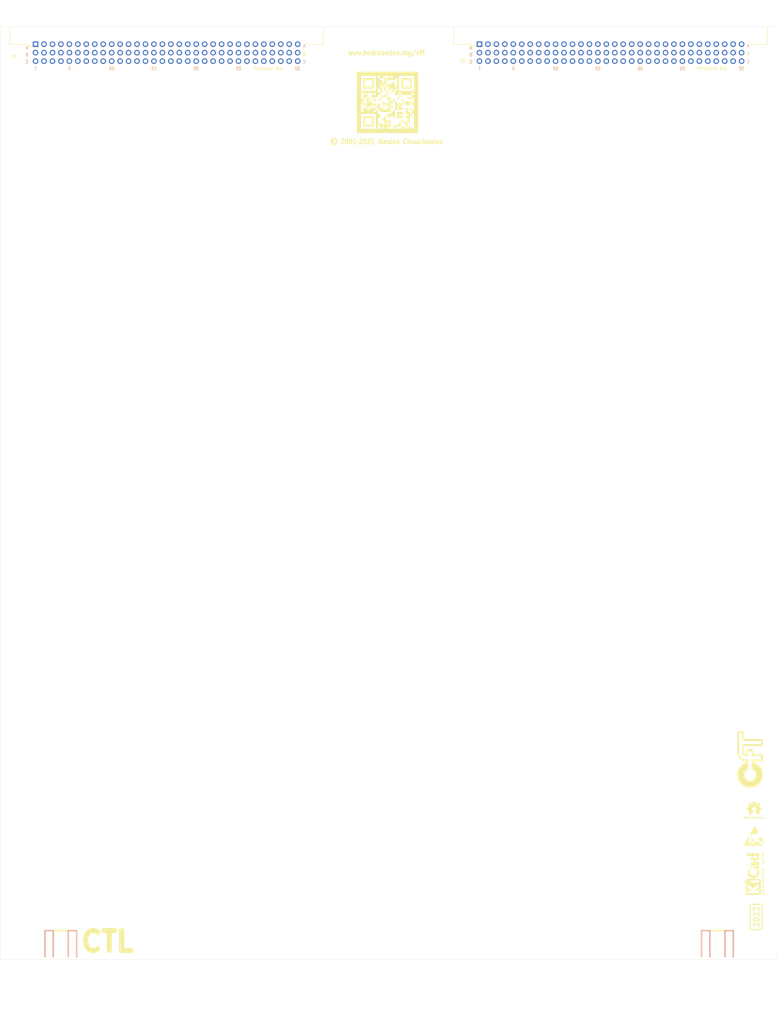
<source format=kicad_pcb>
(kicad_pcb (version 20171130) (host pcbnew 5.1.7-a382d34a8~88~ubuntu20.04.1)

  (general
    (thickness 1.6)
    (drawings 17)
    (tracks 0)
    (zones 0)
    (modules 17)
    (nets 1)
  )

  (page A3 portrait)
  (title_block
    (title "CFT Control Unit Board")
    (rev 2023)
    (comment 1 CTL)
  )

  (layers
    (0 F.Cu signal)
    (31 B.Cu signal)
    (32 B.Adhes user)
    (33 F.Adhes user)
    (34 B.Paste user)
    (35 F.Paste user)
    (36 B.SilkS user)
    (37 F.SilkS user)
    (38 B.Mask user)
    (39 F.Mask user)
    (40 Dwgs.User user)
    (41 Cmts.User user)
    (42 Eco1.User user)
    (43 Eco2.User user)
    (44 Edge.Cuts user)
    (45 Margin user)
    (46 B.CrtYd user)
    (47 F.CrtYd user)
    (48 B.Fab user)
    (49 F.Fab user)
  )

  (setup
    (last_trace_width 0.1778)
    (user_trace_width 0.1778)
    (user_trace_width 0.254)
    (user_trace_width 0.3048)
    (user_trace_width 0.5588)
    (user_trace_width 0.762)
    (user_trace_width 1)
    (user_trace_width 1.27)
    (user_trace_width 2)
    (user_trace_width 0.1778)
    (user_trace_width 0.254)
    (user_trace_width 0.3048)
    (user_trace_width 0.5588)
    (user_trace_width 0.762)
    (user_trace_width 1)
    (user_trace_width 1.27)
    (user_trace_width 2)
    (user_trace_width 0.1778)
    (user_trace_width 0.254)
    (user_trace_width 0.3048)
    (user_trace_width 0.5588)
    (user_trace_width 0.762)
    (user_trace_width 1)
    (user_trace_width 1.27)
    (user_trace_width 2)
    (trace_clearance 0.1778)
    (zone_clearance 0.381)
    (zone_45_only no)
    (trace_min 0.127)
    (via_size 0.508)
    (via_drill 0.3)
    (via_min_size 0.4)
    (via_min_drill 0.3)
    (user_via 0.508 0.3)
    (user_via 0.6096 0.3)
    (user_via 0.7874 0.4)
    (user_via 1.27 0.5)
    (user_via 0.508 0.3)
    (user_via 0.6096 0.3)
    (user_via 0.7874 0.4)
    (user_via 1.27 0.5)
    (user_via 0.508 0.3)
    (user_via 0.6096 0.3)
    (user_via 0.7874 0.4)
    (user_via 1.27 0.5)
    (uvia_size 0.3)
    (uvia_drill 0.1)
    (uvias_allowed no)
    (uvia_min_size 0.2)
    (uvia_min_drill 0.1)
    (edge_width 0.05)
    (segment_width 0.127)
    (pcb_text_width 0.3)
    (pcb_text_size 1.5 1.5)
    (mod_edge_width 0.12)
    (mod_text_size 1 1)
    (mod_text_width 0.15)
    (pad_size 1.15 1.4)
    (pad_drill 0)
    (pad_to_mask_clearance 0.051)
    (solder_mask_min_width 0.25)
    (aux_axis_origin 43.818 77.07)
    (grid_origin 43.818 77.07)
    (visible_elements FFFFFF7F)
    (pcbplotparams
      (layerselection 0x010fc_ffffffff)
      (usegerberextensions false)
      (usegerberattributes false)
      (usegerberadvancedattributes false)
      (creategerberjobfile false)
      (excludeedgelayer true)
      (linewidth 0.100000)
      (plotframeref false)
      (viasonmask false)
      (mode 1)
      (useauxorigin false)
      (hpglpennumber 1)
      (hpglpenspeed 20)
      (hpglpendiameter 15.000000)
      (psnegative false)
      (psa4output false)
      (plotreference true)
      (plotvalue true)
      (plotinvisibletext false)
      (padsonsilk false)
      (subtractmaskfromsilk false)
      (outputformat 1)
      (mirror false)
      (drillshape 0)
      (scaleselection 1)
      (outputdirectory "gerbers"))
  )

  (net 0 "")

  (net_class Default "This is the default net class."
    (clearance 0.1778)
    (trace_width 0.1778)
    (via_dia 0.508)
    (via_drill 0.3)
    (uvia_dia 0.3)
    (uvia_drill 0.1)
  )

  (net_class Clocks ""
    (clearance 0.254)
    (trace_width 0.1778)
    (via_dia 0.508)
    (via_drill 0.3)
    (uvia_dia 0.3)
    (uvia_drill 0.1)
  )

  (module alexios:DIN41612_B_3x32_Horizontal locked (layer F.Cu) (tedit 6022E10B) (tstamp 60237822)
    (at 40.008 80.88)
    (descr "DIN 41612 connector, type B, horizontal, 32 pins wide, 3 rows, full configuration")
    (tags "DIN 41512 IEC 60603 B")
    (path /5DDFD772)
    (fp_text reference P1 (at -6.35 3.81) (layer F.SilkS)
      (effects (font (size 1 0.83) (thickness 0.15)))
    )
    (fp_text value VG64_VME_3Rows_3x32_J1_P1 (at 39.37 7.62) (layer F.Fab) hide
      (effects (font (size 1 1) (thickness 0.15)))
    )
    (fp_line (start 39.37 -5.4) (end 39.57 -5.9) (layer Cmts.User) (width 0.1))
    (fp_line (start 39.17 -5.9) (end 39.37 -5.4) (layer Cmts.User) (width 0.1))
    (fp_line (start 39.37 -6.8) (end 39.37 -5.4) (layer Cmts.User) (width 0.1))
    (fp_line (start -4.38 -5.3) (end 83.12 -5.3) (layer Dwgs.User) (width 0.08))
    (fp_line (start 80.09 6.43) (end -1.35 6.43) (layer F.CrtYd) (width 0.05))
    (fp_line (start 80.87 0.46) (end 80.09 0.46) (layer F.CrtYd) (width 0.05))
    (fp_line (start 86.87 0.46) (end 80.87 0.46) (layer F.CrtYd) (width 0.05))
    (fp_line (start 86.87 -5.54) (end 86.87 0.46) (layer F.CrtYd) (width 0.05))
    (fp_line (start 83.62 -5.54) (end 86.87 -5.54) (layer F.CrtYd) (width 0.05))
    (fp_line (start 83.62 -13.24) (end 83.62 -5.54) (layer F.CrtYd) (width 0.05))
    (fp_line (start -4.88 -13.24) (end 83.62 -13.24) (layer F.CrtYd) (width 0.05))
    (fp_line (start -4.88 -5.54) (end -4.88 -13.24) (layer F.CrtYd) (width 0.05))
    (fp_line (start -8.13 -5.54) (end -4.88 -5.54) (layer F.CrtYd) (width 0.05))
    (fp_line (start -8.13 0.46) (end -8.13 -5.54) (layer F.CrtYd) (width 0.05))
    (fp_line (start -1.35 0.46) (end -8.13 0.46) (layer F.CrtYd) (width 0.05))
    (fp_line (start 81.37 -0.54) (end -2.63 -0.54) (layer F.Fab) (width 0.1))
    (fp_line (start 81.37 -0.04) (end 81.37 -0.54) (layer F.Fab) (width 0.1))
    (fp_line (start 86.37 -0.04) (end 81.37 -0.04) (layer F.Fab) (width 0.1))
    (fp_line (start 86.37 -5.04) (end 86.37 -0.04) (layer F.Fab) (width 0.1))
    (fp_line (start 83.12 -5.04) (end 86.37 -5.04) (layer F.Fab) (width 0.1))
    (fp_line (start 83.12 -12.74) (end 83.12 -5.04) (layer F.Fab) (width 0.1))
    (fp_line (start -4.38 -12.74) (end 83.12 -12.74) (layer F.Fab) (width 0.1))
    (fp_line (start -4.38 -5.04) (end -4.38 -12.74) (layer F.Fab) (width 0.1))
    (fp_line (start -7.63 -5.04) (end -4.38 -5.04) (layer F.Fab) (width 0.1))
    (fp_line (start -7.63 -0.04) (end -7.63 -5.04) (layer F.Fab) (width 0.1))
    (fp_line (start -2.63 -0.04) (end -7.63 -0.04) (layer F.Fab) (width 0.1))
    (fp_line (start -2.63 -0.54) (end -2.63 -0.04) (layer F.Fab) (width 0.1))
    (fp_line (start -1.95 0.9) (end -1.35 0.6) (layer F.SilkS) (width 0.3))
    (fp_line (start -1.95 0.3) (end -1.95 0.9) (layer F.SilkS) (width 0.3))
    (fp_line (start -1.35 0.6) (end -1.95 0.3) (layer F.SilkS) (width 0.3))
    (fp_line (start 86.47 0.06) (end 86.47 -5.04) (layer F.SilkS) (width 0.15))
    (fp_line (start 81.27 0.06) (end 86.47 0.06) (layer F.SilkS) (width 0.15))
    (fp_line (start 81.27 -0.44) (end 81.27 0.06) (layer F.SilkS) (width 0.15))
    (fp_line (start -7.73 0.06) (end -7.73 -5.04) (layer F.SilkS) (width 0.15))
    (fp_line (start -2.53 0.06) (end -7.73 0.06) (layer F.SilkS) (width 0.15))
    (fp_line (start -2.53 -0.44) (end -2.53 0.06) (layer F.SilkS) (width 0.15))
    (fp_line (start 80.09 0.46) (end 80.09 6.43) (layer F.CrtYd) (width 0.05))
    (fp_line (start -1.35 0.46) (end -1.35 6.43) (layer F.CrtYd) (width 0.05))
    (fp_text user 5 (at 10.2 7.3) (layer B.SilkS)
      (effects (font (size 1 0.83) (thickness 0.15)) (justify mirror))
    )
    (fp_text user 1 (at 0 7.3) (layer B.SilkS)
      (effects (font (size 1 0.83) (thickness 0.15)) (justify mirror))
    )
    (fp_text user 32 (at 78.7 7.3) (layer B.SilkS)
      (effects (font (size 1 0.83) (thickness 0.15)) (justify mirror))
    )
    (fp_text user 25 (at 61 7.3) (layer B.SilkS)
      (effects (font (size 1 0.83) (thickness 0.15)) (justify mirror))
    )
    (fp_text user 20 (at 48.3 7.3) (layer B.SilkS)
      (effects (font (size 1 0.83) (thickness 0.15)) (justify mirror))
    )
    (fp_text user 15 (at 35.6 7.3) (layer B.SilkS)
      (effects (font (size 1 0.83) (thickness 0.15)) (justify mirror))
    )
    (fp_text user 10 (at 22.9 7.3) (layer B.SilkS)
      (effects (font (size 1 0.83) (thickness 0.15)) (justify mirror))
    )
    (fp_text user 32 (at 78.7 7.3) (layer F.SilkS)
      (effects (font (size 1 0.83) (thickness 0.15)))
    )
    (fp_text user 25 (at 61 7.3) (layer F.SilkS)
      (effects (font (size 1 0.83) (thickness 0.15)))
    )
    (fp_text user 20 (at 48.3 7.3) (layer F.SilkS)
      (effects (font (size 1 0.83) (thickness 0.15)))
    )
    (fp_text user 15 (at 35.6 7.3) (layer F.SilkS)
      (effects (font (size 1 0.83) (thickness 0.15)))
    )
    (fp_text user 10 (at 22.9 7.3) (layer F.SilkS)
      (effects (font (size 1 0.83) (thickness 0.15)))
    )
    (fp_text user 5 (at 10.2 7.3) (layer F.SilkS)
      (effects (font (size 1 0.83) (thickness 0.15)))
    )
    (fp_text user 1 (at 0 7.3) (layer F.SilkS)
      (effects (font (size 1 0.83) (thickness 0.15)))
    )
    (fp_text user A (at -2.6 1.1) (layer F.SilkS)
      (effects (font (size 1 0.83) (thickness 0.15)))
    )
    (fp_text user C (at -2.6 5.3) (layer F.SilkS)
      (effects (font (size 1 0.83) (thickness 0.15)))
    )
    (fp_text user A (at 80.7 0.5) (layer B.SilkS)
      (effects (font (size 1 0.83) (thickness 0.15)) (justify mirror))
    )
    (fp_text user C (at 80.7 5.3) (layer B.SilkS)
      (effects (font (size 1 0.83) (thickness 0.15)) (justify mirror))
    )
    (fp_text user B (at -2.6 3.2) (layer F.SilkS)
      (effects (font (size 1 0.83) (thickness 0.15)))
    )
    (fp_text user B (at 80.7 2.9) (layer F.SilkS)
      (effects (font (size 1 0.83) (thickness 0.15)))
    )
    (fp_text user A (at -2.6 1.1) (layer B.SilkS)
      (effects (font (size 1 0.83) (thickness 0.15)) (justify mirror))
    )
    (fp_text user C (at -2.6 5.3) (layer B.SilkS)
      (effects (font (size 1 0.83) (thickness 0.15)) (justify mirror))
    )
    (fp_text user B (at -2.6 3.2) (layer B.SilkS)
      (effects (font (size 1 0.83) (thickness 0.15)) (justify mirror))
    )
    (fp_text user C (at -2.6 5.3) (layer F.SilkS)
      (effects (font (size 1 0.83) (thickness 0.15)))
    )
    (fp_text user B (at -2.6 3.2) (layer F.SilkS)
      (effects (font (size 1 0.83) (thickness 0.15)))
    )
    (fp_text user A (at -2.6 1.1) (layer F.SilkS)
      (effects (font (size 1 0.83) (thickness 0.15)))
    )
    (fp_text user "Board edge" (at 39.37 -7.3) (layer Cmts.User) hide
      (effects (font (size 0.7 0.7) (thickness 0.1)))
    )
    (fp_text user %R (at 39.37 -2.54) (layer F.Fab) hide
      (effects (font (size 1 1) (thickness 0.15)))
    )
    (pad "" np_thru_hole circle (at 83.82 -2.54) (size 2.8 2.8) (drill 2.8) (layers *.Cu *.Mask))
    (pad "" np_thru_hole circle (at -5.08 -2.54) (size 2.8 2.8) (drill 2.8) (layers *.Cu *.Mask))
    (pad B32 thru_hole circle (at 78.74 2.54) (size 1.7 1.7) (drill 1) (layers *.Cu *.Mask))
    (pad A32 thru_hole circle (at 78.74 0) (size 1.7 1.7) (drill 1) (layers *.Cu *.Mask))
    (pad B31 thru_hole circle (at 76.2 2.54) (size 1.7 1.7) (drill 1) (layers *.Cu *.Mask))
    (pad A31 thru_hole circle (at 76.2 0) (size 1.7 1.7) (drill 1) (layers *.Cu *.Mask))
    (pad B30 thru_hole circle (at 73.66 2.54) (size 1.7 1.7) (drill 1) (layers *.Cu *.Mask))
    (pad A30 thru_hole circle (at 73.66 0) (size 1.7 1.7) (drill 1) (layers *.Cu *.Mask))
    (pad B29 thru_hole circle (at 71.12 2.54) (size 1.7 1.7) (drill 1) (layers *.Cu *.Mask))
    (pad A29 thru_hole circle (at 71.12 0) (size 1.7 1.7) (drill 1) (layers *.Cu *.Mask))
    (pad B28 thru_hole circle (at 68.58 2.54) (size 1.7 1.7) (drill 1) (layers *.Cu *.Mask))
    (pad A28 thru_hole circle (at 68.58 0) (size 1.7 1.7) (drill 1) (layers *.Cu *.Mask))
    (pad B27 thru_hole circle (at 66.04 2.54) (size 1.7 1.7) (drill 1) (layers *.Cu *.Mask))
    (pad A27 thru_hole circle (at 66.04 0) (size 1.7 1.7) (drill 1) (layers *.Cu *.Mask))
    (pad B26 thru_hole circle (at 63.5 2.54) (size 1.7 1.7) (drill 1) (layers *.Cu *.Mask))
    (pad A26 thru_hole circle (at 63.5 0) (size 1.7 1.7) (drill 1) (layers *.Cu *.Mask))
    (pad B25 thru_hole circle (at 60.96 2.54) (size 1.7 1.7) (drill 1) (layers *.Cu *.Mask))
    (pad A25 thru_hole circle (at 60.96 0) (size 1.7 1.7) (drill 1) (layers *.Cu *.Mask))
    (pad B24 thru_hole circle (at 58.42 2.54) (size 1.7 1.7) (drill 1) (layers *.Cu *.Mask))
    (pad A24 thru_hole circle (at 58.42 0) (size 1.7 1.7) (drill 1) (layers *.Cu *.Mask))
    (pad B23 thru_hole circle (at 55.88 2.54) (size 1.7 1.7) (drill 1) (layers *.Cu *.Mask))
    (pad A23 thru_hole circle (at 55.88 0) (size 1.7 1.7) (drill 1) (layers *.Cu *.Mask))
    (pad B22 thru_hole circle (at 53.34 2.54) (size 1.7 1.7) (drill 1) (layers *.Cu *.Mask))
    (pad A22 thru_hole circle (at 53.34 0) (size 1.7 1.7) (drill 1) (layers *.Cu *.Mask))
    (pad B21 thru_hole circle (at 50.8 2.54) (size 1.7 1.7) (drill 1) (layers *.Cu *.Mask))
    (pad A21 thru_hole circle (at 50.8 0) (size 1.7 1.7) (drill 1) (layers *.Cu *.Mask))
    (pad B20 thru_hole circle (at 48.26 2.54) (size 1.7 1.7) (drill 1) (layers *.Cu *.Mask))
    (pad A20 thru_hole circle (at 48.26 0) (size 1.7 1.7) (drill 1) (layers *.Cu *.Mask))
    (pad B19 thru_hole circle (at 45.72 2.54) (size 1.7 1.7) (drill 1) (layers *.Cu *.Mask))
    (pad A19 thru_hole circle (at 45.72 0) (size 1.7 1.7) (drill 1) (layers *.Cu *.Mask))
    (pad B18 thru_hole circle (at 43.18 2.54) (size 1.7 1.7) (drill 1) (layers *.Cu *.Mask))
    (pad A18 thru_hole circle (at 43.18 0) (size 1.7 1.7) (drill 1) (layers *.Cu *.Mask))
    (pad B17 thru_hole circle (at 40.64 2.54) (size 1.7 1.7) (drill 1) (layers *.Cu *.Mask))
    (pad A17 thru_hole circle (at 40.64 0) (size 1.7 1.7) (drill 1) (layers *.Cu *.Mask))
    (pad B16 thru_hole circle (at 38.1 2.54) (size 1.7 1.7) (drill 1) (layers *.Cu *.Mask))
    (pad A16 thru_hole circle (at 38.1 0) (size 1.7 1.7) (drill 1) (layers *.Cu *.Mask))
    (pad B15 thru_hole circle (at 35.56 2.54) (size 1.7 1.7) (drill 1) (layers *.Cu *.Mask))
    (pad A15 thru_hole circle (at 35.56 0) (size 1.7 1.7) (drill 1) (layers *.Cu *.Mask))
    (pad B14 thru_hole circle (at 33.02 2.54) (size 1.7 1.7) (drill 1) (layers *.Cu *.Mask))
    (pad A14 thru_hole circle (at 33.02 0) (size 1.7 1.7) (drill 1) (layers *.Cu *.Mask))
    (pad B13 thru_hole circle (at 30.48 2.54) (size 1.7 1.7) (drill 1) (layers *.Cu *.Mask))
    (pad A13 thru_hole circle (at 30.48 0) (size 1.7 1.7) (drill 1) (layers *.Cu *.Mask))
    (pad B12 thru_hole circle (at 27.94 2.54) (size 1.7 1.7) (drill 1) (layers *.Cu *.Mask))
    (pad A12 thru_hole circle (at 27.94 0) (size 1.7 1.7) (drill 1) (layers *.Cu *.Mask))
    (pad B11 thru_hole circle (at 25.4 2.54) (size 1.7 1.7) (drill 1) (layers *.Cu *.Mask))
    (pad A11 thru_hole circle (at 25.4 0) (size 1.7 1.7) (drill 1) (layers *.Cu *.Mask))
    (pad B10 thru_hole circle (at 22.86 2.54) (size 1.7 1.7) (drill 1) (layers *.Cu *.Mask))
    (pad A10 thru_hole circle (at 22.86 0) (size 1.7 1.7) (drill 1) (layers *.Cu *.Mask))
    (pad B9 thru_hole circle (at 20.32 2.54) (size 1.7 1.7) (drill 1) (layers *.Cu *.Mask))
    (pad A9 thru_hole circle (at 20.32 0) (size 1.7 1.7) (drill 1) (layers *.Cu *.Mask))
    (pad B8 thru_hole circle (at 17.78 2.54) (size 1.7 1.7) (drill 1) (layers *.Cu *.Mask))
    (pad A8 thru_hole circle (at 17.78 0) (size 1.7 1.7) (drill 1) (layers *.Cu *.Mask))
    (pad B7 thru_hole circle (at 15.24 2.54) (size 1.7 1.7) (drill 1) (layers *.Cu *.Mask))
    (pad A7 thru_hole circle (at 15.24 0) (size 1.7 1.7) (drill 1) (layers *.Cu *.Mask))
    (pad B6 thru_hole circle (at 12.7 2.54) (size 1.7 1.7) (drill 1) (layers *.Cu *.Mask))
    (pad A6 thru_hole circle (at 12.7 0) (size 1.7 1.7) (drill 1) (layers *.Cu *.Mask))
    (pad B5 thru_hole circle (at 10.16 2.54) (size 1.7 1.7) (drill 1) (layers *.Cu *.Mask))
    (pad A5 thru_hole circle (at 10.16 0) (size 1.7 1.7) (drill 1) (layers *.Cu *.Mask))
    (pad B4 thru_hole circle (at 7.62 2.54) (size 1.7 1.7) (drill 1) (layers *.Cu *.Mask))
    (pad A4 thru_hole circle (at 7.62 0) (size 1.7 1.7) (drill 1) (layers *.Cu *.Mask))
    (pad B3 thru_hole circle (at 5.08 2.54) (size 1.7 1.7) (drill 1) (layers *.Cu *.Mask))
    (pad A3 thru_hole circle (at 5.08 0) (size 1.7 1.7) (drill 1) (layers *.Cu *.Mask))
    (pad B2 thru_hole circle (at 2.54 2.54) (size 1.7 1.7) (drill 1) (layers *.Cu *.Mask))
    (pad A2 thru_hole circle (at 2.54 0) (size 1.7 1.7) (drill 1) (layers *.Cu *.Mask))
    (pad B1 thru_hole circle (at 0 2.54) (size 1.7 1.7) (drill 1) (layers *.Cu *.Mask))
    (pad A1 thru_hole rect (at 0 0) (size 1.7 1.7) (drill 1) (layers *.Cu *.Mask))
    (pad C1 thru_hole circle (at 0 5.08) (size 1.7 1.7) (drill 1) (layers *.Cu *.Mask))
    (pad C2 thru_hole circle (at 2.54 5.08) (size 1.7 1.7) (drill 1) (layers *.Cu *.Mask))
    (pad C3 thru_hole circle (at 5.08 5.08) (size 1.7 1.7) (drill 1) (layers *.Cu *.Mask))
    (pad C4 thru_hole circle (at 7.62 5.08) (size 1.7 1.7) (drill 1) (layers *.Cu *.Mask))
    (pad C5 thru_hole circle (at 10.16 5.08) (size 1.7 1.7) (drill 1) (layers *.Cu *.Mask))
    (pad C6 thru_hole circle (at 12.7 5.08) (size 1.7 1.7) (drill 1) (layers *.Cu *.Mask))
    (pad C7 thru_hole circle (at 15.24 5.08) (size 1.7 1.7) (drill 1) (layers *.Cu *.Mask))
    (pad C8 thru_hole circle (at 17.78 5.08) (size 1.7 1.7) (drill 1) (layers *.Cu *.Mask))
    (pad C9 thru_hole circle (at 20.32 5.08) (size 1.7 1.7) (drill 1) (layers *.Cu *.Mask))
    (pad C10 thru_hole circle (at 22.86 5.08) (size 1.7 1.7) (drill 1) (layers *.Cu *.Mask))
    (pad C11 thru_hole circle (at 25.4 5.08) (size 1.7 1.7) (drill 1) (layers *.Cu *.Mask))
    (pad C12 thru_hole circle (at 27.94 5.08) (size 1.7 1.7) (drill 1) (layers *.Cu *.Mask))
    (pad C13 thru_hole circle (at 30.48 5.08) (size 1.7 1.7) (drill 1) (layers *.Cu *.Mask))
    (pad C14 thru_hole circle (at 33.02 5.08) (size 1.7 1.7) (drill 1) (layers *.Cu *.Mask))
    (pad C15 thru_hole circle (at 35.56 5.08) (size 1.7 1.7) (drill 1) (layers *.Cu *.Mask))
    (pad C16 thru_hole circle (at 38.1 5.08) (size 1.7 1.7) (drill 1) (layers *.Cu *.Mask))
    (pad C17 thru_hole circle (at 40.64 5.08) (size 1.7 1.7) (drill 1) (layers *.Cu *.Mask))
    (pad C18 thru_hole circle (at 43.18 5.08) (size 1.7 1.7) (drill 1) (layers *.Cu *.Mask))
    (pad C19 thru_hole circle (at 45.72 5.08) (size 1.7 1.7) (drill 1) (layers *.Cu *.Mask))
    (pad C20 thru_hole circle (at 48.26 5.08) (size 1.7 1.7) (drill 1) (layers *.Cu *.Mask))
    (pad C21 thru_hole circle (at 50.8 5.08) (size 1.7 1.7) (drill 1) (layers *.Cu *.Mask))
    (pad C22 thru_hole circle (at 53.34 5.08) (size 1.7 1.7) (drill 1) (layers *.Cu *.Mask))
    (pad C23 thru_hole circle (at 55.88 5.08) (size 1.7 1.7) (drill 1) (layers *.Cu *.Mask))
    (pad C24 thru_hole circle (at 58.42 5.08) (size 1.7 1.7) (drill 1) (layers *.Cu *.Mask))
    (pad C25 thru_hole circle (at 60.96 5.08) (size 1.7 1.7) (drill 1) (layers *.Cu *.Mask))
    (pad C26 thru_hole circle (at 63.5 5.08) (size 1.7 1.7) (drill 1) (layers *.Cu *.Mask))
    (pad C27 thru_hole circle (at 66.04 5.08) (size 1.7 1.7) (drill 1) (layers *.Cu *.Mask))
    (pad C28 thru_hole circle (at 68.58 5.08) (size 1.7 1.7) (drill 1) (layers *.Cu *.Mask))
    (pad C29 thru_hole circle (at 71.12 5.08) (size 1.7 1.7) (drill 1) (layers *.Cu *.Mask))
    (pad C30 thru_hole circle (at 73.66 5.08) (size 1.7 1.7) (drill 1) (layers *.Cu *.Mask))
    (pad C31 thru_hole circle (at 76.2 5.08) (size 1.7 1.7) (drill 1) (layers *.Cu *.Mask))
    (pad C32 thru_hole circle (at 78.74 5.08) (size 1.7 1.7) (drill 1) (layers *.Cu *.Mask))
    (model ${KI3DMOD_ALEXIOS}/DIN_41612/DIN41612-C-96-M-RA-1.step
      (offset (xyz -5.08 2.54 -2))
      (scale (xyz 1 1 1))
      (rotate (xyz 90 180 90))
    )
  )

  (module alexios:DIN41612_B_3x32_Horizontal locked (layer F.Cu) (tedit 6022E10B) (tstamp 602379C9)
    (at 173.358 80.88)
    (descr "DIN 41612 connector, type B, horizontal, 32 pins wide, 3 rows, full configuration")
    (tags "DIN 41512 IEC 60603 B")
    (path /5DE28E89)
    (fp_text reference P2 (at -5.08 5.08) (layer F.SilkS)
      (effects (font (size 1 0.83) (thickness 0.15)))
    )
    (fp_text value VG64_VME_3Rows_3x32_J2_P2 (at 39.37 7.62) (layer F.Fab) hide
      (effects (font (size 1 1) (thickness 0.15)))
    )
    (fp_line (start 39.37 -5.4) (end 39.57 -5.9) (layer Cmts.User) (width 0.1))
    (fp_line (start 39.17 -5.9) (end 39.37 -5.4) (layer Cmts.User) (width 0.1))
    (fp_line (start 39.37 -6.8) (end 39.37 -5.4) (layer Cmts.User) (width 0.1))
    (fp_line (start -4.38 -5.3) (end 83.12 -5.3) (layer Dwgs.User) (width 0.08))
    (fp_line (start 80.09 6.43) (end -1.35 6.43) (layer F.CrtYd) (width 0.05))
    (fp_line (start 80.87 0.46) (end 80.09 0.46) (layer F.CrtYd) (width 0.05))
    (fp_line (start 86.87 0.46) (end 80.87 0.46) (layer F.CrtYd) (width 0.05))
    (fp_line (start 86.87 -5.54) (end 86.87 0.46) (layer F.CrtYd) (width 0.05))
    (fp_line (start 83.62 -5.54) (end 86.87 -5.54) (layer F.CrtYd) (width 0.05))
    (fp_line (start 83.62 -13.24) (end 83.62 -5.54) (layer F.CrtYd) (width 0.05))
    (fp_line (start -4.88 -13.24) (end 83.62 -13.24) (layer F.CrtYd) (width 0.05))
    (fp_line (start -4.88 -5.54) (end -4.88 -13.24) (layer F.CrtYd) (width 0.05))
    (fp_line (start -8.13 -5.54) (end -4.88 -5.54) (layer F.CrtYd) (width 0.05))
    (fp_line (start -8.13 0.46) (end -8.13 -5.54) (layer F.CrtYd) (width 0.05))
    (fp_line (start -1.35 0.46) (end -8.13 0.46) (layer F.CrtYd) (width 0.05))
    (fp_line (start 81.37 -0.54) (end -2.63 -0.54) (layer F.Fab) (width 0.1))
    (fp_line (start 81.37 -0.04) (end 81.37 -0.54) (layer F.Fab) (width 0.1))
    (fp_line (start 86.37 -0.04) (end 81.37 -0.04) (layer F.Fab) (width 0.1))
    (fp_line (start 86.37 -5.04) (end 86.37 -0.04) (layer F.Fab) (width 0.1))
    (fp_line (start 83.12 -5.04) (end 86.37 -5.04) (layer F.Fab) (width 0.1))
    (fp_line (start 83.12 -12.74) (end 83.12 -5.04) (layer F.Fab) (width 0.1))
    (fp_line (start -4.38 -12.74) (end 83.12 -12.74) (layer F.Fab) (width 0.1))
    (fp_line (start -4.38 -5.04) (end -4.38 -12.74) (layer F.Fab) (width 0.1))
    (fp_line (start -7.63 -5.04) (end -4.38 -5.04) (layer F.Fab) (width 0.1))
    (fp_line (start -7.63 -0.04) (end -7.63 -5.04) (layer F.Fab) (width 0.1))
    (fp_line (start -2.63 -0.04) (end -7.63 -0.04) (layer F.Fab) (width 0.1))
    (fp_line (start -2.63 -0.54) (end -2.63 -0.04) (layer F.Fab) (width 0.1))
    (fp_line (start -1.95 0.9) (end -1.35 0.6) (layer F.SilkS) (width 0.3))
    (fp_line (start -1.95 0.3) (end -1.95 0.9) (layer F.SilkS) (width 0.3))
    (fp_line (start -1.35 0.6) (end -1.95 0.3) (layer F.SilkS) (width 0.3))
    (fp_line (start 86.47 0.06) (end 86.47 -5.04) (layer F.SilkS) (width 0.15))
    (fp_line (start 81.27 0.06) (end 86.47 0.06) (layer F.SilkS) (width 0.15))
    (fp_line (start 81.27 -0.44) (end 81.27 0.06) (layer F.SilkS) (width 0.15))
    (fp_line (start -7.73 0.06) (end -7.73 -5.04) (layer F.SilkS) (width 0.15))
    (fp_line (start -2.53 0.06) (end -7.73 0.06) (layer F.SilkS) (width 0.15))
    (fp_line (start -2.53 -0.44) (end -2.53 0.06) (layer F.SilkS) (width 0.15))
    (fp_line (start 80.09 0.46) (end 80.09 6.43) (layer F.CrtYd) (width 0.05))
    (fp_line (start -1.35 0.46) (end -1.35 6.43) (layer F.CrtYd) (width 0.05))
    (fp_text user 5 (at 10.2 7.3) (layer B.SilkS)
      (effects (font (size 1 0.83) (thickness 0.15)) (justify mirror))
    )
    (fp_text user 1 (at 0 7.3) (layer B.SilkS)
      (effects (font (size 1 0.83) (thickness 0.15)) (justify mirror))
    )
    (fp_text user 32 (at 78.7 7.3) (layer B.SilkS)
      (effects (font (size 1 0.83) (thickness 0.15)) (justify mirror))
    )
    (fp_text user 25 (at 61 7.3) (layer B.SilkS)
      (effects (font (size 1 0.83) (thickness 0.15)) (justify mirror))
    )
    (fp_text user 20 (at 48.3 7.3) (layer B.SilkS)
      (effects (font (size 1 0.83) (thickness 0.15)) (justify mirror))
    )
    (fp_text user 15 (at 35.6 7.3) (layer B.SilkS)
      (effects (font (size 1 0.83) (thickness 0.15)) (justify mirror))
    )
    (fp_text user 10 (at 22.9 7.3) (layer B.SilkS)
      (effects (font (size 1 0.83) (thickness 0.15)) (justify mirror))
    )
    (fp_text user 32 (at 78.7 7.3) (layer F.SilkS)
      (effects (font (size 1 0.83) (thickness 0.15)))
    )
    (fp_text user 25 (at 61 7.3) (layer F.SilkS)
      (effects (font (size 1 0.83) (thickness 0.15)))
    )
    (fp_text user 20 (at 48.3 7.3) (layer F.SilkS)
      (effects (font (size 1 0.83) (thickness 0.15)))
    )
    (fp_text user 15 (at 35.6 7.3) (layer F.SilkS)
      (effects (font (size 1 0.83) (thickness 0.15)))
    )
    (fp_text user 10 (at 22.9 7.3) (layer F.SilkS)
      (effects (font (size 1 0.83) (thickness 0.15)))
    )
    (fp_text user 5 (at 10.2 7.3) (layer F.SilkS)
      (effects (font (size 1 0.83) (thickness 0.15)))
    )
    (fp_text user 1 (at 0 7.3) (layer F.SilkS)
      (effects (font (size 1 0.83) (thickness 0.15)))
    )
    (fp_text user A (at -2.6 1.1) (layer F.SilkS)
      (effects (font (size 1 0.83) (thickness 0.15)))
    )
    (fp_text user C (at -2.6 5.3) (layer F.SilkS)
      (effects (font (size 1 0.83) (thickness 0.15)))
    )
    (fp_text user A (at 80.7 0.5) (layer B.SilkS)
      (effects (font (size 1 0.83) (thickness 0.15)) (justify mirror))
    )
    (fp_text user C (at 80.7 5.3) (layer B.SilkS)
      (effects (font (size 1 0.83) (thickness 0.15)) (justify mirror))
    )
    (fp_text user B (at -2.6 3.2) (layer F.SilkS)
      (effects (font (size 1 0.83) (thickness 0.15)))
    )
    (fp_text user B (at 80.7 2.9) (layer F.SilkS)
      (effects (font (size 1 0.83) (thickness 0.15)))
    )
    (fp_text user A (at -2.6 1.1) (layer B.SilkS)
      (effects (font (size 1 0.83) (thickness 0.15)) (justify mirror))
    )
    (fp_text user C (at -2.6 5.3) (layer B.SilkS)
      (effects (font (size 1 0.83) (thickness 0.15)) (justify mirror))
    )
    (fp_text user B (at -2.6 3.2) (layer B.SilkS)
      (effects (font (size 1 0.83) (thickness 0.15)) (justify mirror))
    )
    (fp_text user C (at -2.6 5.3) (layer F.SilkS)
      (effects (font (size 1 0.83) (thickness 0.15)))
    )
    (fp_text user B (at -2.6 3.2) (layer F.SilkS)
      (effects (font (size 1 0.83) (thickness 0.15)))
    )
    (fp_text user A (at -2.6 1.1) (layer F.SilkS)
      (effects (font (size 1 0.83) (thickness 0.15)))
    )
    (fp_text user "Board edge" (at 39.37 -7.3) (layer Cmts.User) hide
      (effects (font (size 0.7 0.7) (thickness 0.1)))
    )
    (fp_text user %R (at 39.37 -2.54) (layer F.Fab) hide
      (effects (font (size 1 1) (thickness 0.15)))
    )
    (pad "" np_thru_hole circle (at 83.82 -2.54) (size 2.8 2.8) (drill 2.8) (layers *.Cu *.Mask))
    (pad "" np_thru_hole circle (at -5.08 -2.54) (size 2.8 2.8) (drill 2.8) (layers *.Cu *.Mask))
    (pad B32 thru_hole circle (at 78.74 2.54) (size 1.7 1.7) (drill 1) (layers *.Cu *.Mask))
    (pad A32 thru_hole circle (at 78.74 0) (size 1.7 1.7) (drill 1) (layers *.Cu *.Mask))
    (pad B31 thru_hole circle (at 76.2 2.54) (size 1.7 1.7) (drill 1) (layers *.Cu *.Mask))
    (pad A31 thru_hole circle (at 76.2 0) (size 1.7 1.7) (drill 1) (layers *.Cu *.Mask))
    (pad B30 thru_hole circle (at 73.66 2.54) (size 1.7 1.7) (drill 1) (layers *.Cu *.Mask))
    (pad A30 thru_hole circle (at 73.66 0) (size 1.7 1.7) (drill 1) (layers *.Cu *.Mask))
    (pad B29 thru_hole circle (at 71.12 2.54) (size 1.7 1.7) (drill 1) (layers *.Cu *.Mask))
    (pad A29 thru_hole circle (at 71.12 0) (size 1.7 1.7) (drill 1) (layers *.Cu *.Mask))
    (pad B28 thru_hole circle (at 68.58 2.54) (size 1.7 1.7) (drill 1) (layers *.Cu *.Mask))
    (pad A28 thru_hole circle (at 68.58 0) (size 1.7 1.7) (drill 1) (layers *.Cu *.Mask))
    (pad B27 thru_hole circle (at 66.04 2.54) (size 1.7 1.7) (drill 1) (layers *.Cu *.Mask))
    (pad A27 thru_hole circle (at 66.04 0) (size 1.7 1.7) (drill 1) (layers *.Cu *.Mask))
    (pad B26 thru_hole circle (at 63.5 2.54) (size 1.7 1.7) (drill 1) (layers *.Cu *.Mask))
    (pad A26 thru_hole circle (at 63.5 0) (size 1.7 1.7) (drill 1) (layers *.Cu *.Mask))
    (pad B25 thru_hole circle (at 60.96 2.54) (size 1.7 1.7) (drill 1) (layers *.Cu *.Mask))
    (pad A25 thru_hole circle (at 60.96 0) (size 1.7 1.7) (drill 1) (layers *.Cu *.Mask))
    (pad B24 thru_hole circle (at 58.42 2.54) (size 1.7 1.7) (drill 1) (layers *.Cu *.Mask))
    (pad A24 thru_hole circle (at 58.42 0) (size 1.7 1.7) (drill 1) (layers *.Cu *.Mask))
    (pad B23 thru_hole circle (at 55.88 2.54) (size 1.7 1.7) (drill 1) (layers *.Cu *.Mask))
    (pad A23 thru_hole circle (at 55.88 0) (size 1.7 1.7) (drill 1) (layers *.Cu *.Mask))
    (pad B22 thru_hole circle (at 53.34 2.54) (size 1.7 1.7) (drill 1) (layers *.Cu *.Mask))
    (pad A22 thru_hole circle (at 53.34 0) (size 1.7 1.7) (drill 1) (layers *.Cu *.Mask))
    (pad B21 thru_hole circle (at 50.8 2.54) (size 1.7 1.7) (drill 1) (layers *.Cu *.Mask))
    (pad A21 thru_hole circle (at 50.8 0) (size 1.7 1.7) (drill 1) (layers *.Cu *.Mask))
    (pad B20 thru_hole circle (at 48.26 2.54) (size 1.7 1.7) (drill 1) (layers *.Cu *.Mask))
    (pad A20 thru_hole circle (at 48.26 0) (size 1.7 1.7) (drill 1) (layers *.Cu *.Mask))
    (pad B19 thru_hole circle (at 45.72 2.54) (size 1.7 1.7) (drill 1) (layers *.Cu *.Mask))
    (pad A19 thru_hole circle (at 45.72 0) (size 1.7 1.7) (drill 1) (layers *.Cu *.Mask))
    (pad B18 thru_hole circle (at 43.18 2.54) (size 1.7 1.7) (drill 1) (layers *.Cu *.Mask))
    (pad A18 thru_hole circle (at 43.18 0) (size 1.7 1.7) (drill 1) (layers *.Cu *.Mask))
    (pad B17 thru_hole circle (at 40.64 2.54) (size 1.7 1.7) (drill 1) (layers *.Cu *.Mask))
    (pad A17 thru_hole circle (at 40.64 0) (size 1.7 1.7) (drill 1) (layers *.Cu *.Mask))
    (pad B16 thru_hole circle (at 38.1 2.54) (size 1.7 1.7) (drill 1) (layers *.Cu *.Mask))
    (pad A16 thru_hole circle (at 38.1 0) (size 1.7 1.7) (drill 1) (layers *.Cu *.Mask))
    (pad B15 thru_hole circle (at 35.56 2.54) (size 1.7 1.7) (drill 1) (layers *.Cu *.Mask))
    (pad A15 thru_hole circle (at 35.56 0) (size 1.7 1.7) (drill 1) (layers *.Cu *.Mask))
    (pad B14 thru_hole circle (at 33.02 2.54) (size 1.7 1.7) (drill 1) (layers *.Cu *.Mask))
    (pad A14 thru_hole circle (at 33.02 0) (size 1.7 1.7) (drill 1) (layers *.Cu *.Mask))
    (pad B13 thru_hole circle (at 30.48 2.54) (size 1.7 1.7) (drill 1) (layers *.Cu *.Mask))
    (pad A13 thru_hole circle (at 30.48 0) (size 1.7 1.7) (drill 1) (layers *.Cu *.Mask))
    (pad B12 thru_hole circle (at 27.94 2.54) (size 1.7 1.7) (drill 1) (layers *.Cu *.Mask))
    (pad A12 thru_hole circle (at 27.94 0) (size 1.7 1.7) (drill 1) (layers *.Cu *.Mask))
    (pad B11 thru_hole circle (at 25.4 2.54) (size 1.7 1.7) (drill 1) (layers *.Cu *.Mask))
    (pad A11 thru_hole circle (at 25.4 0) (size 1.7 1.7) (drill 1) (layers *.Cu *.Mask))
    (pad B10 thru_hole circle (at 22.86 2.54) (size 1.7 1.7) (drill 1) (layers *.Cu *.Mask))
    (pad A10 thru_hole circle (at 22.86 0) (size 1.7 1.7) (drill 1) (layers *.Cu *.Mask))
    (pad B9 thru_hole circle (at 20.32 2.54) (size 1.7 1.7) (drill 1) (layers *.Cu *.Mask))
    (pad A9 thru_hole circle (at 20.32 0) (size 1.7 1.7) (drill 1) (layers *.Cu *.Mask))
    (pad B8 thru_hole circle (at 17.78 2.54) (size 1.7 1.7) (drill 1) (layers *.Cu *.Mask))
    (pad A8 thru_hole circle (at 17.78 0) (size 1.7 1.7) (drill 1) (layers *.Cu *.Mask))
    (pad B7 thru_hole circle (at 15.24 2.54) (size 1.7 1.7) (drill 1) (layers *.Cu *.Mask))
    (pad A7 thru_hole circle (at 15.24 0) (size 1.7 1.7) (drill 1) (layers *.Cu *.Mask))
    (pad B6 thru_hole circle (at 12.7 2.54) (size 1.7 1.7) (drill 1) (layers *.Cu *.Mask))
    (pad A6 thru_hole circle (at 12.7 0) (size 1.7 1.7) (drill 1) (layers *.Cu *.Mask))
    (pad B5 thru_hole circle (at 10.16 2.54) (size 1.7 1.7) (drill 1) (layers *.Cu *.Mask))
    (pad A5 thru_hole circle (at 10.16 0) (size 1.7 1.7) (drill 1) (layers *.Cu *.Mask))
    (pad B4 thru_hole circle (at 7.62 2.54) (size 1.7 1.7) (drill 1) (layers *.Cu *.Mask))
    (pad A4 thru_hole circle (at 7.62 0) (size 1.7 1.7) (drill 1) (layers *.Cu *.Mask))
    (pad B3 thru_hole circle (at 5.08 2.54) (size 1.7 1.7) (drill 1) (layers *.Cu *.Mask))
    (pad A3 thru_hole circle (at 5.08 0) (size 1.7 1.7) (drill 1) (layers *.Cu *.Mask))
    (pad B2 thru_hole circle (at 2.54 2.54) (size 1.7 1.7) (drill 1) (layers *.Cu *.Mask))
    (pad A2 thru_hole circle (at 2.54 0) (size 1.7 1.7) (drill 1) (layers *.Cu *.Mask))
    (pad B1 thru_hole circle (at 0 2.54) (size 1.7 1.7) (drill 1) (layers *.Cu *.Mask))
    (pad A1 thru_hole rect (at 0 0) (size 1.7 1.7) (drill 1) (layers *.Cu *.Mask))
    (pad C1 thru_hole circle (at 0 5.08) (size 1.7 1.7) (drill 1) (layers *.Cu *.Mask))
    (pad C2 thru_hole circle (at 2.54 5.08) (size 1.7 1.7) (drill 1) (layers *.Cu *.Mask))
    (pad C3 thru_hole circle (at 5.08 5.08) (size 1.7 1.7) (drill 1) (layers *.Cu *.Mask))
    (pad C4 thru_hole circle (at 7.62 5.08) (size 1.7 1.7) (drill 1) (layers *.Cu *.Mask))
    (pad C5 thru_hole circle (at 10.16 5.08) (size 1.7 1.7) (drill 1) (layers *.Cu *.Mask))
    (pad C6 thru_hole circle (at 12.7 5.08) (size 1.7 1.7) (drill 1) (layers *.Cu *.Mask))
    (pad C7 thru_hole circle (at 15.24 5.08) (size 1.7 1.7) (drill 1) (layers *.Cu *.Mask))
    (pad C8 thru_hole circle (at 17.78 5.08) (size 1.7 1.7) (drill 1) (layers *.Cu *.Mask))
    (pad C9 thru_hole circle (at 20.32 5.08) (size 1.7 1.7) (drill 1) (layers *.Cu *.Mask))
    (pad C10 thru_hole circle (at 22.86 5.08) (size 1.7 1.7) (drill 1) (layers *.Cu *.Mask))
    (pad C11 thru_hole circle (at 25.4 5.08) (size 1.7 1.7) (drill 1) (layers *.Cu *.Mask))
    (pad C12 thru_hole circle (at 27.94 5.08) (size 1.7 1.7) (drill 1) (layers *.Cu *.Mask))
    (pad C13 thru_hole circle (at 30.48 5.08) (size 1.7 1.7) (drill 1) (layers *.Cu *.Mask))
    (pad C14 thru_hole circle (at 33.02 5.08) (size 1.7 1.7) (drill 1) (layers *.Cu *.Mask))
    (pad C15 thru_hole circle (at 35.56 5.08) (size 1.7 1.7) (drill 1) (layers *.Cu *.Mask))
    (pad C16 thru_hole circle (at 38.1 5.08) (size 1.7 1.7) (drill 1) (layers *.Cu *.Mask))
    (pad C17 thru_hole circle (at 40.64 5.08) (size 1.7 1.7) (drill 1) (layers *.Cu *.Mask))
    (pad C18 thru_hole circle (at 43.18 5.08) (size 1.7 1.7) (drill 1) (layers *.Cu *.Mask))
    (pad C19 thru_hole circle (at 45.72 5.08) (size 1.7 1.7) (drill 1) (layers *.Cu *.Mask))
    (pad C20 thru_hole circle (at 48.26 5.08) (size 1.7 1.7) (drill 1) (layers *.Cu *.Mask))
    (pad C21 thru_hole circle (at 50.8 5.08) (size 1.7 1.7) (drill 1) (layers *.Cu *.Mask))
    (pad C22 thru_hole circle (at 53.34 5.08) (size 1.7 1.7) (drill 1) (layers *.Cu *.Mask))
    (pad C23 thru_hole circle (at 55.88 5.08) (size 1.7 1.7) (drill 1) (layers *.Cu *.Mask))
    (pad C24 thru_hole circle (at 58.42 5.08) (size 1.7 1.7) (drill 1) (layers *.Cu *.Mask))
    (pad C25 thru_hole circle (at 60.96 5.08) (size 1.7 1.7) (drill 1) (layers *.Cu *.Mask))
    (pad C26 thru_hole circle (at 63.5 5.08) (size 1.7 1.7) (drill 1) (layers *.Cu *.Mask))
    (pad C27 thru_hole circle (at 66.04 5.08) (size 1.7 1.7) (drill 1) (layers *.Cu *.Mask))
    (pad C28 thru_hole circle (at 68.58 5.08) (size 1.7 1.7) (drill 1) (layers *.Cu *.Mask))
    (pad C29 thru_hole circle (at 71.12 5.08) (size 1.7 1.7) (drill 1) (layers *.Cu *.Mask))
    (pad C30 thru_hole circle (at 73.66 5.08) (size 1.7 1.7) (drill 1) (layers *.Cu *.Mask))
    (pad C31 thru_hole circle (at 76.2 5.08) (size 1.7 1.7) (drill 1) (layers *.Cu *.Mask))
    (pad C32 thru_hole circle (at 78.74 5.08) (size 1.7 1.7) (drill 1) (layers *.Cu *.Mask))
    (model ${KI3DMOD_ALEXIOS}/DIN_41612/DIN41612-C-96-M-RA-1.step
      (offset (xyz -5.08 2.54 -2))
      (scale (xyz 1 1 1))
      (rotate (xyz 90 180 90))
    )
  )

  (module alexios:CFT (layer F.Cu) (tedit 0) (tstamp 60240948)
    (at 254.638 295.51 90)
    (fp_text reference G*** (at 0 0 90) (layer F.SilkS) hide
      (effects (font (size 1.524 1.524) (thickness 0.3)))
    )
    (fp_text value LOGO (at 0.75 0 90) (layer F.SilkS) hide
      (effects (font (size 1.524 1.524) (thickness 0.3)))
    )
    (fp_poly (pts (xy 8.4328 -1.78816) (xy 6.13664 -1.78816) (xy 6.13664 3.83032) (xy 4.08432 3.83032)
      (xy 4.08432 -1.78816) (xy 3.01351 -1.788161) (xy 2.842535 -1.788151) (xy 2.690666 -1.788107)
      (xy 2.556689 -1.788007) (xy 2.439391 -1.787831) (xy 2.337557 -1.787557) (xy 2.249975 -1.787162)
      (xy 2.175429 -1.786627) (xy 2.112707 -1.785928) (xy 2.060593 -1.785045) (xy 2.017876 -1.783957)
      (xy 1.98334 -1.782642) (xy 1.955772 -1.781078) (xy 1.933958 -1.779244) (xy 1.916684 -1.777118)
      (xy 1.902736 -1.77468) (xy 1.890901 -1.771907) (xy 1.879964 -1.768778) (xy 1.877699 -1.768084)
      (xy 1.793513 -1.731799) (xy 1.716842 -1.678605) (xy 1.650315 -1.611316) (xy 1.596562 -1.532749)
      (xy 1.558213 -1.445717) (xy 1.549734 -1.416965) (xy 1.542371 -1.37802) (xy 1.537444 -1.325846)
      (xy 1.534779 -1.257932) (xy 1.53416 -1.19173) (xy 1.53416 -1.026289) (xy 2.2987 -1.023685)
      (xy 3.06324 -1.02108) (xy 3.06324 1.02108) (xy 1.53416 1.026288) (xy 1.53416 3.83032)
      (xy -0.508 3.83032) (xy -0.508 1.02616) (xy -0.706439 1.02616) (xy -0.779194 1.026495)
      (xy -0.833639 1.027584) (xy -0.871774 1.029554) (xy -0.895598 1.032529) (xy -0.907113 1.036635)
      (xy -0.908803 1.03886) (xy -0.954225 1.181222) (xy -0.997934 1.30802) (xy -1.041675 1.42371)
      (xy -1.087195 1.532752) (xy -1.136238 1.639604) (xy -1.174387 1.71704) (xy -1.309475 1.962263)
      (xy -1.460172 2.194918) (xy -1.62571 2.414469) (xy -1.805322 2.620377) (xy -1.998239 2.812105)
      (xy -2.203694 2.989114) (xy -2.42092 3.150868) (xy -2.649148 3.296828) (xy -2.887612 3.426457)
      (xy -3.135542 3.539217) (xy -3.392173 3.63457) (xy -3.656735 3.711979) (xy -3.928461 3.770906)
      (xy -4.15544 3.804981) (xy -4.201447 3.809412) (xy -4.261983 3.813591) (xy -4.333315 3.81741)
      (xy -4.41171 3.820762) (xy -4.493433 3.823542) (xy -4.574751 3.825641) (xy -4.651929 3.826953)
      (xy -4.721234 3.827372) (xy -4.778932 3.82679) (xy -4.821289 3.825101) (xy -4.83108 3.824301)
      (xy -4.857865 3.821703) (xy -4.89882 3.817787) (xy -4.947888 3.813131) (xy -4.98856 3.809294)
      (xy -5.208383 3.780848) (xy -5.434315 3.736864) (xy -5.661151 3.678677) (xy -5.883684 3.607626)
      (xy -6.096708 3.525048) (xy -6.09926 3.52396) (xy -6.191776 3.483726) (xy -6.271673 3.446988)
      (xy -6.345258 3.41054) (xy -6.418834 3.371177) (xy -6.498706 3.325693) (xy -6.55828 3.290556)
      (xy -6.791872 3.139761) (xy -7.012949 2.973376) (xy -7.220798 2.79224) (xy -7.414703 2.59719)
      (xy -7.593952 2.389067) (xy -7.757829 2.168707) (xy -7.905621 1.936951) (xy -8.036613 1.694637)
      (xy -8.150092 1.442603) (xy -8.166321 1.40208) (xy -8.258277 1.141419) (xy -8.330604 0.877267)
      (xy -8.383492 0.610626) (xy -8.417128 0.342497) (xy -8.431701 0.07388) (xy -8.429543 -0.060612)
      (xy -6.378772 -0.060612) (xy -6.374824 0.122624) (xy -6.3521 0.30449) (xy -6.310609 0.483231)
      (xy -6.250364 0.65709) (xy -6.197055 0.774917) (xy -6.102425 0.942498) (xy -5.992931 1.096647)
      (xy -5.86951 1.23671) (xy -5.733099 1.362029) (xy -5.584635 1.471951) (xy -5.425056 1.565819)
      (xy -5.255298 1.642977) (xy -5.076298 1.70277) (xy -4.888994 1.744543) (xy -4.790949 1.758652)
      (xy -4.721457 1.764051) (xy -4.638468 1.766094) (xy -4.548495 1.764983) (xy -4.458048 1.760921)
      (xy -4.373637 1.754111) (xy -4.301774 1.744754) (xy -4.2926 1.743165) (xy -4.106503 1.699556)
      (xy -3.928559 1.637398) (xy -3.759308 1.556982) (xy -3.599288 1.458597) (xy -3.449038 1.342534)
      (xy -3.31724 1.217626) (xy -3.229486 1.120541) (xy -3.153171 1.023175) (xy -3.085264 0.920852)
      (xy -3.022731 0.808894) (xy -2.962542 0.682624) (xy -2.946166 0.64516) (xy -2.889384 0.51308)
      (xy 0 0.50793) (xy 0 3.322507) (xy 0.51054 3.319873) (xy 1.02108 3.31724)
      (xy 1.023655 1.91262) (xy 1.026231 0.508) (xy 2.55016 0.508) (xy 2.55016 -0.508)
      (xy 1.025073 -0.508) (xy 1.028627 -0.99314) (xy 1.029477 -1.105286) (xy 1.030303 -1.199087)
      (xy 1.031199 -1.276523) (xy 1.03226 -1.339568) (xy 1.033577 -1.390199) (xy 1.035247 -1.430393)
      (xy 1.037362 -1.462126) (xy 1.040016 -1.487376) (xy 1.043304 -1.508117) (xy 1.047319 -1.526327)
      (xy 1.052155 -1.543983) (xy 1.055292 -1.55448) (xy 1.108211 -1.695899) (xy 1.177556 -1.825395)
      (xy 1.263284 -1.942894) (xy 1.304676 -1.989188) (xy 1.410539 -2.087057) (xy 1.525287 -2.167028)
      (xy 1.648177 -2.228692) (xy 1.778468 -2.271643) (xy 1.843365 -2.285483) (xy 1.864191 -2.287289)
      (xy 1.905318 -2.288928) (xy 1.966728 -2.290401) (xy 2.048403 -2.291706) (xy 2.150326 -2.292844)
      (xy 2.272477 -2.293815) (xy 2.41484 -2.294618) (xy 2.577396 -2.295254) (xy 2.760128 -2.295722)
      (xy 2.963016 -2.296022) (xy 3.186044 -2.296154) (xy 3.253065 -2.29616) (xy 4.60248 -2.29616)
      (xy 4.60248 3.32232) (xy 5.61848 3.32232) (xy 5.61848 -2.29616) (xy 7.9248 -2.29616)
      (xy 7.9248 -3.32232) (xy 4.93522 -3.322234) (xy 4.620141 -3.322189) (xy 4.320127 -3.322075)
      (xy 4.035491 -3.321893) (xy 3.76655 -3.321644) (xy 3.513617 -3.321328) (xy 3.277009 -3.320947)
      (xy 3.057041 -3.320502) (xy 2.854028 -3.319994) (xy 2.668285 -3.319423) (xy 2.500127 -3.318792)
      (xy 2.34987 -3.3181) (xy 2.21783 -3.31735) (xy 2.10432 -3.316541) (xy 2.009657 -3.315676)
      (xy 1.934155 -3.314755) (xy 1.87813 -3.313778) (xy 1.841898 -3.312748) (xy 1.8288 -3.312024)
      (xy 1.631163 -3.28504) (xy 1.439578 -3.23937) (xy 1.255146 -3.175881) (xy 1.07897 -3.095439)
      (xy 0.91215 -2.998908) (xy 0.75579 -2.887154) (xy 0.610991 -2.761044) (xy 0.478856 -2.621443)
      (xy 0.360485 -2.469216) (xy 0.256982 -2.30523) (xy 0.169448 -2.13035) (xy 0.10238 -1.9558)
      (xy 0.081046 -1.889034) (xy 0.062831 -1.826131) (xy 0.047497 -1.76481) (xy 0.034808 -1.70279)
      (xy 0.024527 -1.637789) (xy 0.016416 -1.567526) (xy 0.010238 -1.489718) (xy 0.005756 -1.402084)
      (xy 0.002733 -1.302343) (xy 0.000932 -1.188212) (xy 0.000115 -1.057411) (xy 0 -0.970681)
      (xy 0 -0.508) (xy -2.883205 -0.508) (xy -2.926627 -0.61722) (xy -2.989357 -0.762704)
      (xy -3.056263 -0.892362) (xy -3.130142 -1.01064) (xy -3.213788 -1.121986) (xy -3.309999 -1.230846)
      (xy -3.317095 -1.238299) (xy -3.453505 -1.366679) (xy -3.600506 -1.478473) (xy -3.756651 -1.573422)
      (xy -3.920491 -1.651269) (xy -4.090576 -1.711755) (xy -4.265459 -1.754622) (xy -4.443689 -1.779612)
      (xy -4.62382 -1.786467) (xy -4.804401 -1.774928) (xy -4.983984 -1.744737) (xy -5.161121 -1.695637)
      (xy -5.334362 -1.627368) (xy -5.37972 -1.605891) (xy -5.5487 -1.512142) (xy -5.703565 -1.403782)
      (xy -5.844181 -1.280947) (xy -5.97041 -1.143776) (xy -6.082115 -0.992407) (xy -6.179161 -0.826976)
      (xy -6.206584 -0.77216) (xy -6.27785 -0.600993) (xy -6.330296 -0.424176) (xy -6.363933 -0.243464)
      (xy -6.378772 -0.060612) (xy -8.429543 -0.060612) (xy -8.427399 -0.194223) (xy -8.404411 -0.460812)
      (xy -8.362925 -0.724885) (xy -8.30313 -0.985443) (xy -8.225213 -1.241483) (xy -8.129363 -1.492004)
      (xy -8.01577 -1.736007) (xy -7.88462 -1.972489) (xy -7.736103 -2.200451) (xy -7.570407 -2.41889)
      (xy -7.413103 -2.599674) (xy -7.215404 -2.798396) (xy -7.006033 -2.980596) (xy -6.785488 -3.146026)
      (xy -6.554268 -3.294436) (xy -6.312871 -3.425578) (xy -6.061795 -3.539203) (xy -5.801538 -3.63506)
      (xy -5.532599 -3.712902) (xy -5.255476 -3.77248) (xy -4.98856 -3.811538) (xy -4.921808 -3.817281)
      (xy -4.83914 -3.821429) (xy -4.744899 -3.824011) (xy -4.643423 -3.825052) (xy -4.539054 -3.82458)
      (xy -4.436133 -3.82262) (xy -4.338999 -3.8192) (xy -4.251994 -3.814346) (xy -4.179457 -3.808085)
      (xy -4.1656 -3.806488) (xy -3.884361 -3.762257) (xy -3.610278 -3.699265) (xy -3.343969 -3.617846)
      (xy -3.086053 -3.518334) (xy -2.83715 -3.401064) (xy -2.597877 -3.266371) (xy -2.368854 -3.114588)
      (xy -2.1507 -2.94605) (xy -1.944032 -2.761092) (xy -1.749471 -2.560047) (xy -1.652706 -2.44856)
      (xy -1.487163 -2.235412) (xy -1.337717 -2.011087) (xy -1.204027 -1.774943) (xy -1.085755 -1.526338)
      (xy -0.982562 -1.264628) (xy -0.908677 -1.03886) (xy -0.902062 -1.034213) (xy -0.884042 -1.030751)
      (xy -0.852617 -1.02835) (xy -0.805785 -1.026883) (xy -0.741544 -1.026226) (xy -0.706439 -1.02616)
      (xy -0.508 -1.02616) (xy -0.508 -1.257363) (xy -0.505102 -1.422913) (xy -0.495977 -1.573305)
      (xy -0.479984 -1.71292) (xy -0.456481 -1.846137) (xy -0.424826 -1.977336) (xy -0.384376 -2.110898)
      (xy -0.38165 -2.119098) (xy -0.312101 -2.303768) (xy -0.229243 -2.479622) (xy -0.131011 -2.650524)
      (xy -0.01534 -2.82034) (xy 0.014243 -2.86004) (xy 0.057495 -2.913463) (xy 0.112445 -2.975691)
      (xy 0.175093 -3.042631) (xy 0.241439 -3.110187) (xy 0.307483 -3.174263) (xy 0.369224 -3.230765)
      (xy 0.411228 -3.266461) (xy 0.585973 -3.39561) (xy 0.772945 -3.509747) (xy 0.969903 -3.607957)
      (xy 1.174604 -3.689327) (xy 1.384806 -3.752942) (xy 1.598267 -3.797888) (xy 1.76784 -3.819605)
      (xy 1.790614 -3.820767) (xy 1.832703 -3.821862) (xy 1.894167 -3.82289) (xy 1.975065 -3.823849)
      (xy 2.075456 -3.824741) (xy 2.195399 -3.825566) (xy 2.334954 -3.826324) (xy 2.49418 -3.827014)
      (xy 2.673137 -3.827639) (xy 2.871884 -3.828196) (xy 3.090479 -3.828688) (xy 3.328983 -3.829113)
      (xy 3.587454 -3.829472) (xy 3.865953 -3.829766) (xy 4.164537 -3.829994) (xy 4.483268 -3.830156)
      (xy 4.822203 -3.830254) (xy 5.15874 -3.830286) (xy 8.4328 -3.83032) (xy 8.4328 -1.78816)) (layer F.SilkS) (width 0.01))
  )

  (module Symbol:KiCad-Logo2_5mm_SilkScreen (layer F.Cu) (tedit 0) (tstamp 602408D6)
    (at 255.908 329.8 90)
    (descr "KiCad Logo")
    (tags "Logo KiCad")
    (attr virtual)
    (fp_text reference REF** (at 0 -5.08 90) (layer F.SilkS) hide
      (effects (font (size 1 1) (thickness 0.15)))
    )
    (fp_text value KiCad-Logo2_5mm_SilkScreen (at 0 5.08 90) (layer F.Fab) hide
      (effects (font (size 1 1) (thickness 0.15)))
    )
    (fp_poly (pts (xy -2.9464 -2.510946) (xy -2.935535 -2.397007) (xy -2.903918 -2.289384) (xy -2.853015 -2.190385)
      (xy -2.784293 -2.102316) (xy -2.699219 -2.027484) (xy -2.602232 -1.969616) (xy -2.495964 -1.929995)
      (xy -2.38895 -1.911427) (xy -2.2833 -1.912566) (xy -2.181125 -1.93207) (xy -2.084534 -1.968594)
      (xy -1.995638 -2.020795) (xy -1.916546 -2.087327) (xy -1.849369 -2.166848) (xy -1.796217 -2.258013)
      (xy -1.759199 -2.359477) (xy -1.740427 -2.469898) (xy -1.738489 -2.519794) (xy -1.738489 -2.607733)
      (xy -1.68656 -2.607733) (xy -1.650253 -2.604889) (xy -1.623355 -2.593089) (xy -1.596249 -2.569351)
      (xy -1.557867 -2.530969) (xy -1.557867 -0.339398) (xy -1.557876 -0.077261) (xy -1.557908 0.163241)
      (xy -1.557972 0.383048) (xy -1.558076 0.583101) (xy -1.558227 0.764344) (xy -1.558434 0.927716)
      (xy -1.558706 1.07416) (xy -1.55905 1.204617) (xy -1.559474 1.320029) (xy -1.559987 1.421338)
      (xy -1.560597 1.509484) (xy -1.561312 1.58541) (xy -1.56214 1.650057) (xy -1.563089 1.704367)
      (xy -1.564167 1.74928) (xy -1.565383 1.78574) (xy -1.566745 1.814687) (xy -1.568261 1.837063)
      (xy -1.569938 1.853809) (xy -1.571786 1.865868) (xy -1.573813 1.87418) (xy -1.576025 1.879687)
      (xy -1.577108 1.881537) (xy -1.581271 1.888549) (xy -1.584805 1.894996) (xy -1.588635 1.9009)
      (xy -1.593682 1.906286) (xy -1.600871 1.911178) (xy -1.611123 1.915598) (xy -1.625364 1.919572)
      (xy -1.644514 1.923121) (xy -1.669499 1.92627) (xy -1.70124 1.929042) (xy -1.740662 1.931461)
      (xy -1.788686 1.933551) (xy -1.846237 1.935335) (xy -1.914237 1.936837) (xy -1.99361 1.93808)
      (xy -2.085279 1.939089) (xy -2.190166 1.939885) (xy -2.309196 1.940494) (xy -2.44329 1.940939)
      (xy -2.593373 1.941243) (xy -2.760367 1.94143) (xy -2.945196 1.941524) (xy -3.148783 1.941548)
      (xy -3.37205 1.941525) (xy -3.615922 1.94148) (xy -3.881321 1.941437) (xy -3.919704 1.941432)
      (xy -4.186682 1.941389) (xy -4.432002 1.941318) (xy -4.656583 1.941213) (xy -4.861345 1.941066)
      (xy -5.047206 1.940869) (xy -5.215088 1.940616) (xy -5.365908 1.9403) (xy -5.500587 1.939913)
      (xy -5.620044 1.939447) (xy -5.725199 1.938897) (xy -5.816971 1.938253) (xy -5.896279 1.937511)
      (xy -5.964043 1.936661) (xy -6.021182 1.935697) (xy -6.068617 1.934611) (xy -6.107266 1.933397)
      (xy -6.138049 1.932047) (xy -6.161885 1.930555) (xy -6.179694 1.928911) (xy -6.192395 1.927111)
      (xy -6.200908 1.925145) (xy -6.205266 1.923477) (xy -6.213728 1.919906) (xy -6.221497 1.91727)
      (xy -6.228602 1.914634) (xy -6.235073 1.911062) (xy -6.240939 1.905621) (xy -6.246229 1.897375)
      (xy -6.250974 1.88539) (xy -6.255202 1.868731) (xy -6.258943 1.846463) (xy -6.262227 1.817652)
      (xy -6.265083 1.781363) (xy -6.26754 1.736661) (xy -6.269629 1.682611) (xy -6.271378 1.618279)
      (xy -6.272817 1.54273) (xy -6.273976 1.45503) (xy -6.274883 1.354243) (xy -6.275569 1.239434)
      (xy -6.276063 1.10967) (xy -6.276395 0.964015) (xy -6.276593 0.801535) (xy -6.276687 0.621295)
      (xy -6.276708 0.42236) (xy -6.276685 0.203796) (xy -6.276646 -0.035332) (xy -6.276622 -0.29596)
      (xy -6.276622 -0.338111) (xy -6.276636 -0.601008) (xy -6.276661 -0.842268) (xy -6.276671 -1.062835)
      (xy -6.276642 -1.263648) (xy -6.276548 -1.445651) (xy -6.276362 -1.609784) (xy -6.276059 -1.756989)
      (xy -6.275614 -1.888208) (xy -6.275034 -1.998133) (xy -5.972197 -1.998133) (xy -5.932407 -1.940289)
      (xy -5.921236 -1.924521) (xy -5.911166 -1.910559) (xy -5.902138 -1.897216) (xy -5.894097 -1.883307)
      (xy -5.886986 -1.867644) (xy -5.880747 -1.849042) (xy -5.875325 -1.826314) (xy -5.870662 -1.798273)
      (xy -5.866701 -1.763733) (xy -5.863385 -1.721508) (xy -5.860659 -1.670411) (xy -5.858464 -1.609256)
      (xy -5.856745 -1.536856) (xy -5.855444 -1.452025) (xy -5.854505 -1.353578) (xy -5.85387 -1.240326)
      (xy -5.853484 -1.111084) (xy -5.853288 -0.964666) (xy -5.853227 -0.799884) (xy -5.853243 -0.615553)
      (xy -5.85328 -0.410487) (xy -5.853289 -0.287867) (xy -5.853265 -0.070918) (xy -5.853231 0.124642)
      (xy -5.853243 0.299999) (xy -5.853358 0.456341) (xy -5.85363 0.594857) (xy -5.854118 0.716734)
      (xy -5.854876 0.82316) (xy -5.855962 0.915322) (xy -5.857431 0.994409) (xy -5.85934 1.061608)
      (xy -5.861744 1.118107) (xy -5.864701 1.165093) (xy -5.868266 1.203755) (xy -5.872495 1.23528)
      (xy -5.877446 1.260855) (xy -5.883173 1.28167) (xy -5.889733 1.298911) (xy -5.897183 1.313765)
      (xy -5.905579 1.327422) (xy -5.914976 1.341069) (xy -5.925432 1.355893) (xy -5.931523 1.364783)
      (xy -5.970296 1.4224) (xy -5.438732 1.4224) (xy -5.315483 1.422365) (xy -5.212987 1.422215)
      (xy -5.12942 1.421878) (xy -5.062956 1.421286) (xy -5.011771 1.420367) (xy -4.974041 1.419051)
      (xy -4.94794 1.417269) (xy -4.931644 1.414951) (xy -4.923328 1.412026) (xy -4.921168 1.408424)
      (xy -4.923339 1.404075) (xy -4.924535 1.402645) (xy -4.949685 1.365573) (xy -4.975583 1.312772)
      (xy -4.999192 1.25077) (xy -5.007461 1.224357) (xy -5.012078 1.206416) (xy -5.015979 1.185355)
      (xy -5.019248 1.159089) (xy -5.021966 1.125532) (xy -5.024215 1.082599) (xy -5.026077 1.028204)
      (xy -5.027636 0.960262) (xy -5.028972 0.876688) (xy -5.030169 0.775395) (xy -5.031308 0.6543)
      (xy -5.031685 0.6096) (xy -5.032702 0.484449) (xy -5.03346 0.380082) (xy -5.033903 0.294707)
      (xy -5.03397 0.226533) (xy -5.033605 0.173765) (xy -5.032748 0.134614) (xy -5.031341 0.107285)
      (xy -5.029325 0.089986) (xy -5.026643 0.080926) (xy -5.023236 0.078312) (xy -5.019044 0.080351)
      (xy -5.014571 0.084667) (xy -5.004216 0.097602) (xy -4.982158 0.126676) (xy -4.949957 0.169759)
      (xy -4.909174 0.224718) (xy -4.86137 0.289423) (xy -4.808105 0.361742) (xy -4.75094 0.439544)
      (xy -4.691437 0.520698) (xy -4.631155 0.603072) (xy -4.571655 0.684536) (xy -4.514498 0.762957)
      (xy -4.461245 0.836204) (xy -4.413457 0.902147) (xy -4.372693 0.958654) (xy -4.340516 1.003593)
      (xy -4.318485 1.034834) (xy -4.313917 1.041466) (xy -4.290996 1.078369) (xy -4.264188 1.126359)
      (xy -4.238789 1.175897) (xy -4.235568 1.182577) (xy -4.21389 1.230772) (xy -4.201304 1.268334)
      (xy -4.195574 1.30416) (xy -4.194456 1.3462) (xy -4.19509 1.4224) (xy -3.040651 1.4224)
      (xy -3.131815 1.328669) (xy -3.178612 1.278775) (xy -3.228899 1.222295) (xy -3.274944 1.168026)
      (xy -3.295369 1.142673) (xy -3.325807 1.103128) (xy -3.365862 1.049916) (xy -3.414361 0.984667)
      (xy -3.470135 0.909011) (xy -3.532011 0.824577) (xy -3.598819 0.732994) (xy -3.669387 0.635892)
      (xy -3.742545 0.534901) (xy -3.817121 0.43165) (xy -3.891944 0.327768) (xy -3.965843 0.224885)
      (xy -4.037646 0.124631) (xy -4.106184 0.028636) (xy -4.170284 -0.061473) (xy -4.228775 -0.144064)
      (xy -4.280486 -0.217508) (xy -4.324247 -0.280176) (xy -4.358885 -0.330439) (xy -4.38323 -0.366666)
      (xy -4.396111 -0.387229) (xy -4.397869 -0.391332) (xy -4.38991 -0.402658) (xy -4.369115 -0.429838)
      (xy -4.336847 -0.471171) (xy -4.29447 -0.524956) (xy -4.243347 -0.589494) (xy -4.184841 -0.663082)
      (xy -4.120314 -0.744022) (xy -4.051131 -0.830612) (xy -3.978653 -0.921152) (xy -3.904246 -1.01394)
      (xy -3.844517 -1.088298) (xy -2.833511 -1.088298) (xy -2.827602 -1.075341) (xy -2.813272 -1.053092)
      (xy -2.812225 -1.051609) (xy -2.793438 -1.021456) (xy -2.773791 -0.984625) (xy -2.769892 -0.976489)
      (xy -2.766356 -0.96806) (xy -2.76323 -0.957941) (xy -2.760486 -0.94474) (xy -2.758092 -0.927062)
      (xy -2.756019 -0.903516) (xy -2.754235 -0.872707) (xy -2.752712 -0.833243) (xy -2.751419 -0.783731)
      (xy -2.750326 -0.722777) (xy -2.749403 -0.648989) (xy -2.748619 -0.560972) (xy -2.747945 -0.457335)
      (xy -2.74735 -0.336684) (xy -2.746805 -0.197626) (xy -2.746279 -0.038768) (xy -2.745745 0.140089)
      (xy -2.745206 0.325207) (xy -2.744772 0.489145) (xy -2.744509 0.633303) (xy -2.744484 0.759079)
      (xy -2.744765 0.867871) (xy -2.745419 0.961077) (xy -2.746514 1.040097) (xy -2.748118 1.106328)
      (xy -2.750297 1.16117) (xy -2.753119 1.206021) (xy -2.756651 1.242278) (xy -2.760961 1.271341)
      (xy -2.766117 1.294609) (xy -2.772185 1.313479) (xy -2.779233 1.329351) (xy -2.787329 1.343622)
      (xy -2.79654 1.357691) (xy -2.80504 1.370158) (xy -2.822176 1.396452) (xy -2.832322 1.414037)
      (xy -2.833511 1.417257) (xy -2.822604 1.418334) (xy -2.791411 1.419335) (xy -2.742223 1.420235)
      (xy -2.677333 1.42101) (xy -2.59903 1.421637) (xy -2.509607 1.422091) (xy -2.411356 1.422349)
      (xy -2.342445 1.4224) (xy -2.237452 1.42218) (xy -2.14061 1.421548) (xy -2.054107 1.420549)
      (xy -1.980132 1.419227) (xy -1.920874 1.417626) (xy -1.87852 1.415791) (xy -1.85526 1.413765)
      (xy -1.851378 1.412493) (xy -1.859076 1.397591) (xy -1.867074 1.38956) (xy -1.880246 1.372434)
      (xy -1.897485 1.342183) (xy -1.909407 1.317622) (xy -1.936045 1.258711) (xy -1.93912 0.081845)
      (xy -1.942195 -1.095022) (xy -2.387853 -1.095022) (xy -2.48567 -1.094858) (xy -2.576064 -1.094389)
      (xy -2.65663 -1.093653) (xy -2.724962 -1.092684) (xy -2.778656 -1.09152) (xy -2.815305 -1.090197)
      (xy -2.832504 -1.088751) (xy -2.833511 -1.088298) (xy -3.844517 -1.088298) (xy -3.82927 -1.107278)
      (xy -3.75509 -1.199463) (xy -3.683069 -1.288796) (xy -3.614569 -1.373576) (xy -3.550955 -1.452102)
      (xy -3.493588 -1.522674) (xy -3.443833 -1.583591) (xy -3.403052 -1.633153) (xy -3.385888 -1.653822)
      (xy -3.299596 -1.754484) (xy -3.222997 -1.837741) (xy -3.154183 -1.905562) (xy -3.091248 -1.959911)
      (xy -3.081867 -1.967278) (xy -3.042356 -1.997883) (xy -4.174116 -1.998133) (xy -4.168827 -1.950156)
      (xy -4.17213 -1.892812) (xy -4.193661 -1.824537) (xy -4.233635 -1.744788) (xy -4.278943 -1.672505)
      (xy -4.295161 -1.64986) (xy -4.323214 -1.612304) (xy -4.36143 -1.561979) (xy -4.408137 -1.501027)
      (xy -4.461661 -1.431589) (xy -4.520331 -1.355806) (xy -4.582475 -1.27582) (xy -4.646421 -1.193772)
      (xy -4.710495 -1.111804) (xy -4.773027 -1.032057) (xy -4.832343 -0.956673) (xy -4.886771 -0.887793)
      (xy -4.934639 -0.827558) (xy -4.974275 -0.778111) (xy -5.004006 -0.741592) (xy -5.022161 -0.720142)
      (xy -5.02522 -0.716844) (xy -5.028079 -0.724851) (xy -5.030293 -0.755145) (xy -5.031857 -0.807444)
      (xy -5.032767 -0.881469) (xy -5.03302 -0.976937) (xy -5.032613 -1.093566) (xy -5.031704 -1.213555)
      (xy -5.030382 -1.345667) (xy -5.028857 -1.457406) (xy -5.026881 -1.550975) (xy -5.024206 -1.628581)
      (xy -5.020582 -1.692426) (xy -5.015761 -1.744717) (xy -5.009494 -1.787656) (xy -5.001532 -1.823449)
      (xy -4.991627 -1.8543) (xy -4.979531 -1.882414) (xy -4.964993 -1.909995) (xy -4.950311 -1.935034)
      (xy -4.912314 -1.998133) (xy -5.972197 -1.998133) (xy -6.275034 -1.998133) (xy -6.275001 -2.004383)
      (xy -6.274195 -2.106456) (xy -6.27317 -2.195367) (xy -6.2719 -2.272059) (xy -6.27036 -2.337473)
      (xy -6.268524 -2.392551) (xy -6.266367 -2.438235) (xy -6.263863 -2.475466) (xy -6.260987 -2.505187)
      (xy -6.257713 -2.528338) (xy -6.254015 -2.545861) (xy -6.249869 -2.558699) (xy -6.245247 -2.567792)
      (xy -6.240126 -2.574082) (xy -6.234478 -2.578512) (xy -6.228279 -2.582022) (xy -6.221504 -2.585555)
      (xy -6.215508 -2.589124) (xy -6.210275 -2.5917) (xy -6.202099 -2.594028) (xy -6.189886 -2.596122)
      (xy -6.172541 -2.597993) (xy -6.148969 -2.599653) (xy -6.118077 -2.601116) (xy -6.078768 -2.602392)
      (xy -6.02995 -2.603496) (xy -5.970527 -2.604439) (xy -5.899404 -2.605233) (xy -5.815488 -2.605891)
      (xy -5.717683 -2.606425) (xy -5.604894 -2.606847) (xy -5.476029 -2.607171) (xy -5.329991 -2.607408)
      (xy -5.165686 -2.60757) (xy -4.98202 -2.60767) (xy -4.777897 -2.60772) (xy -4.566753 -2.607733)
      (xy -2.9464 -2.607733) (xy -2.9464 -2.510946)) (layer F.SilkS) (width 0.01))
    (fp_poly (pts (xy 0.328429 -2.050929) (xy 0.48857 -2.029755) (xy 0.65251 -1.989615) (xy 0.822313 -1.930111)
      (xy 1.000043 -1.850846) (xy 1.01131 -1.845301) (xy 1.069005 -1.817275) (xy 1.120552 -1.793198)
      (xy 1.162191 -1.774751) (xy 1.190162 -1.763614) (xy 1.199733 -1.761067) (xy 1.21895 -1.756059)
      (xy 1.223561 -1.751853) (xy 1.218458 -1.74142) (xy 1.202418 -1.715132) (xy 1.177288 -1.675743)
      (xy 1.144914 -1.626009) (xy 1.107143 -1.568685) (xy 1.065822 -1.506524) (xy 1.022798 -1.442282)
      (xy 0.979917 -1.378715) (xy 0.939026 -1.318575) (xy 0.901971 -1.26462) (xy 0.8706 -1.219603)
      (xy 0.846759 -1.186279) (xy 0.832294 -1.167403) (xy 0.830309 -1.165213) (xy 0.820191 -1.169862)
      (xy 0.79785 -1.187038) (xy 0.76728 -1.21356) (xy 0.751536 -1.228036) (xy 0.655047 -1.303318)
      (xy 0.548336 -1.358759) (xy 0.432832 -1.393859) (xy 0.309962 -1.40812) (xy 0.240561 -1.406949)
      (xy 0.119423 -1.389788) (xy 0.010205 -1.353906) (xy -0.087418 -1.299041) (xy -0.173772 -1.22493)
      (xy -0.249185 -1.131312) (xy -0.313982 -1.017924) (xy -0.351399 -0.931333) (xy -0.395252 -0.795634)
      (xy -0.427572 -0.64815) (xy -0.448443 -0.492686) (xy -0.457949 -0.333044) (xy -0.456173 -0.173027)
      (xy -0.443197 -0.016439) (xy -0.419106 0.132918) (xy -0.383982 0.27124) (xy -0.337908 0.394724)
      (xy -0.321627 0.428978) (xy -0.25338 0.543064) (xy -0.172921 0.639557) (xy -0.08143 0.71767)
      (xy 0.019911 0.776617) (xy 0.12992 0.815612) (xy 0.247415 0.833868) (xy 0.288883 0.835211)
      (xy 0.410441 0.82429) (xy 0.530878 0.791474) (xy 0.648666 0.737439) (xy 0.762277 0.662865)
      (xy 0.853685 0.584539) (xy 0.900215 0.540008) (xy 1.081483 0.837271) (xy 1.12658 0.911433)
      (xy 1.167819 0.979646) (xy 1.203735 1.039459) (xy 1.232866 1.08842) (xy 1.25375 1.124079)
      (xy 1.264924 1.143984) (xy 1.266375 1.147079) (xy 1.258146 1.156718) (xy 1.232567 1.173999)
      (xy 1.192873 1.197283) (xy 1.142297 1.224934) (xy 1.084074 1.255315) (xy 1.021437 1.28679)
      (xy 0.957621 1.317722) (xy 0.89586 1.346473) (xy 0.839388 1.371408) (xy 0.791438 1.390889)
      (xy 0.767986 1.399318) (xy 0.634221 1.437133) (xy 0.496327 1.462136) (xy 0.348622 1.47514)
      (xy 0.221833 1.477468) (xy 0.153878 1.476373) (xy 0.088277 1.474275) (xy 0.030847 1.471434)
      (xy -0.012597 1.468106) (xy -0.026702 1.466422) (xy -0.165716 1.437587) (xy -0.307243 1.392468)
      (xy -0.444725 1.33375) (xy -0.571606 1.26412) (xy -0.649111 1.211441) (xy -0.776519 1.103239)
      (xy -0.894822 0.976671) (xy -1.001828 0.834866) (xy -1.095348 0.680951) (xy -1.17319 0.518053)
      (xy -1.217044 0.400756) (xy -1.267292 0.217128) (xy -1.300791 0.022581) (xy -1.317551 -0.178675)
      (xy -1.317584 -0.382432) (xy -1.300899 -0.584479) (xy -1.267507 -0.780608) (xy -1.21742 -0.966609)
      (xy -1.213603 -0.978197) (xy -1.150719 -1.14025) (xy -1.073972 -1.288168) (xy -0.980758 -1.426135)
      (xy -0.868473 -1.558339) (xy -0.824608 -1.603601) (xy -0.688466 -1.727543) (xy -0.548509 -1.830085)
      (xy -0.402589 -1.912344) (xy -0.248558 -1.975436) (xy -0.084268 -2.020477) (xy 0.011289 -2.037967)
      (xy 0.170023 -2.053534) (xy 0.328429 -2.050929)) (layer F.SilkS) (width 0.01))
    (fp_poly (pts (xy 2.673574 -1.133448) (xy 2.825492 -1.113433) (xy 2.960756 -1.079798) (xy 3.080239 -1.032275)
      (xy 3.184815 -0.970595) (xy 3.262424 -0.907035) (xy 3.331265 -0.832901) (xy 3.385006 -0.753129)
      (xy 3.42791 -0.660909) (xy 3.443384 -0.617839) (xy 3.456244 -0.578858) (xy 3.467446 -0.542711)
      (xy 3.47712 -0.507566) (xy 3.485396 -0.47159) (xy 3.492403 -0.43295) (xy 3.498272 -0.389815)
      (xy 3.503131 -0.340351) (xy 3.50711 -0.282727) (xy 3.51034 -0.215109) (xy 3.512949 -0.135666)
      (xy 3.515067 -0.042564) (xy 3.516824 0.066027) (xy 3.518349 0.191942) (xy 3.519772 0.337012)
      (xy 3.521025 0.479778) (xy 3.522351 0.635968) (xy 3.523556 0.771239) (xy 3.524766 0.887246)
      (xy 3.526106 0.985645) (xy 3.5277 1.068093) (xy 3.529675 1.136246) (xy 3.532156 1.19176)
      (xy 3.535269 1.236292) (xy 3.539138 1.271498) (xy 3.543889 1.299034) (xy 3.549648 1.320556)
      (xy 3.556539 1.337722) (xy 3.564689 1.352186) (xy 3.574223 1.365606) (xy 3.585266 1.379638)
      (xy 3.589566 1.385071) (xy 3.605386 1.40791) (xy 3.612422 1.423463) (xy 3.612444 1.423922)
      (xy 3.601567 1.426121) (xy 3.570582 1.428147) (xy 3.521957 1.429942) (xy 3.458163 1.431451)
      (xy 3.381669 1.432616) (xy 3.294944 1.43338) (xy 3.200457 1.433686) (xy 3.18955 1.433689)
      (xy 2.766657 1.433689) (xy 2.763395 1.337622) (xy 2.760133 1.241556) (xy 2.698044 1.292543)
      (xy 2.600714 1.360057) (xy 2.490813 1.414749) (xy 2.404349 1.444978) (xy 2.335278 1.459666)
      (xy 2.251925 1.469659) (xy 2.162159 1.474646) (xy 2.073845 1.474313) (xy 1.994851 1.468351)
      (xy 1.958622 1.462638) (xy 1.818603 1.424776) (xy 1.692178 1.369932) (xy 1.58026 1.298924)
      (xy 1.483762 1.212568) (xy 1.4036 1.111679) (xy 1.340687 0.997076) (xy 1.296312 0.870984)
      (xy 1.283978 0.814401) (xy 1.276368 0.752202) (xy 1.272739 0.677363) (xy 1.272245 0.643467)
      (xy 1.27231 0.640282) (xy 2.032248 0.640282) (xy 2.041541 0.715333) (xy 2.069728 0.77916)
      (xy 2.118197 0.834798) (xy 2.123254 0.839211) (xy 2.171548 0.874037) (xy 2.223257 0.89662)
      (xy 2.283989 0.90854) (xy 2.359352 0.911383) (xy 2.377459 0.910978) (xy 2.431278 0.908325)
      (xy 2.471308 0.902909) (xy 2.506324 0.892745) (xy 2.545103 0.87585) (xy 2.555745 0.870672)
      (xy 2.616396 0.834844) (xy 2.663215 0.792212) (xy 2.675952 0.776973) (xy 2.720622 0.720462)
      (xy 2.720622 0.524586) (xy 2.720086 0.445939) (xy 2.718396 0.387988) (xy 2.715428 0.348875)
      (xy 2.711057 0.326741) (xy 2.706972 0.320274) (xy 2.691047 0.317111) (xy 2.657264 0.314488)
      (xy 2.61034 0.312655) (xy 2.554993 0.311857) (xy 2.546106 0.311842) (xy 2.42533 0.317096)
      (xy 2.32266 0.333263) (xy 2.236106 0.360961) (xy 2.163681 0.400808) (xy 2.108751 0.447758)
      (xy 2.064204 0.505645) (xy 2.03948 0.568693) (xy 2.032248 0.640282) (xy 1.27231 0.640282)
      (xy 1.274178 0.549712) (xy 1.282522 0.470812) (xy 1.298768 0.39959) (xy 1.324405 0.328864)
      (xy 1.348401 0.276493) (xy 1.40702 0.181196) (xy 1.485117 0.09317) (xy 1.580315 0.014017)
      (xy 1.690238 -0.05466) (xy 1.81251 -0.111259) (xy 1.944755 -0.154179) (xy 2.009422 -0.169118)
      (xy 2.145604 -0.191223) (xy 2.294049 -0.205806) (xy 2.445505 -0.212187) (xy 2.572064 -0.210555)
      (xy 2.73395 -0.203776) (xy 2.72653 -0.262755) (xy 2.707238 -0.361908) (xy 2.676104 -0.442628)
      (xy 2.632269 -0.505534) (xy 2.574871 -0.551244) (xy 2.503048 -0.580378) (xy 2.415941 -0.593553)
      (xy 2.312686 -0.591389) (xy 2.274711 -0.587388) (xy 2.13352 -0.56222) (xy 1.996707 -0.521186)
      (xy 1.902178 -0.483185) (xy 1.857018 -0.46381) (xy 1.818585 -0.44824) (xy 1.792234 -0.438595)
      (xy 1.784546 -0.436548) (xy 1.774802 -0.445626) (xy 1.758083 -0.474595) (xy 1.734232 -0.523783)
      (xy 1.703093 -0.593516) (xy 1.664507 -0.684121) (xy 1.65791 -0.699911) (xy 1.627853 -0.772228)
      (xy 1.600874 -0.837575) (xy 1.578136 -0.893094) (xy 1.560806 -0.935928) (xy 1.550048 -0.963219)
      (xy 1.546941 -0.972058) (xy 1.55694 -0.976813) (xy 1.583217 -0.98209) (xy 1.611489 -0.985769)
      (xy 1.641646 -0.990526) (xy 1.689433 -0.999972) (xy 1.750612 -1.01318) (xy 1.820946 -1.029224)
      (xy 1.896194 -1.04718) (xy 1.924755 -1.054203) (xy 2.029816 -1.079791) (xy 2.11748 -1.099853)
      (xy 2.192068 -1.115031) (xy 2.257903 -1.125965) (xy 2.319307 -1.133296) (xy 2.380602 -1.137665)
      (xy 2.44611 -1.139713) (xy 2.504128 -1.140111) (xy 2.673574 -1.133448)) (layer F.SilkS) (width 0.01))
    (fp_poly (pts (xy 6.186507 -0.527755) (xy 6.186526 -0.293338) (xy 6.186552 -0.080397) (xy 6.186625 0.112168)
      (xy 6.186782 0.285459) (xy 6.187064 0.440576) (xy 6.187509 0.57862) (xy 6.188156 0.700692)
      (xy 6.189045 0.807894) (xy 6.190213 0.901326) (xy 6.191701 0.98209) (xy 6.193546 1.051286)
      (xy 6.195789 1.110015) (xy 6.198469 1.159379) (xy 6.201623 1.200478) (xy 6.205292 1.234413)
      (xy 6.209513 1.262286) (xy 6.214327 1.285198) (xy 6.219773 1.304249) (xy 6.225888 1.32054)
      (xy 6.232712 1.335173) (xy 6.240285 1.349249) (xy 6.248645 1.363868) (xy 6.253839 1.372974)
      (xy 6.288104 1.433689) (xy 5.429955 1.433689) (xy 5.429955 1.337733) (xy 5.429224 1.29437)
      (xy 5.427272 1.261205) (xy 5.424463 1.243424) (xy 5.423221 1.241778) (xy 5.411799 1.248662)
      (xy 5.389084 1.266505) (xy 5.366385 1.285879) (xy 5.3118 1.326614) (xy 5.242321 1.367617)
      (xy 5.16527 1.405123) (xy 5.087965 1.435364) (xy 5.057113 1.445012) (xy 4.988616 1.459578)
      (xy 4.905764 1.469539) (xy 4.816371 1.474583) (xy 4.728248 1.474396) (xy 4.649207 1.468666)
      (xy 4.611511 1.462858) (xy 4.473414 1.424797) (xy 4.346113 1.367073) (xy 4.230292 1.290211)
      (xy 4.126637 1.194739) (xy 4.035833 1.081179) (xy 3.969031 0.970381) (xy 3.914164 0.853625)
      (xy 3.872163 0.734276) (xy 3.842167 0.608283) (xy 3.823311 0.471594) (xy 3.814732 0.320158)
      (xy 3.814006 0.242711) (xy 3.8161 0.185934) (xy 4.645217 0.185934) (xy 4.645424 0.279002)
      (xy 4.648337 0.366692) (xy 4.654 0.443772) (xy 4.662455 0.505009) (xy 4.665038 0.51735)
      (xy 4.69684 0.624633) (xy 4.738498 0.711658) (xy 4.790363 0.778642) (xy 4.852781 0.825805)
      (xy 4.9261 0.853365) (xy 5.010669 0.861541) (xy 5.106835 0.850551) (xy 5.170311 0.834829)
      (xy 5.219454 0.816639) (xy 5.273583 0.790791) (xy 5.314244 0.767089) (xy 5.3848 0.720721)
      (xy 5.3848 -0.42947) (xy 5.317392 -0.473038) (xy 5.238867 -0.51396) (xy 5.154681 -0.540611)
      (xy 5.069557 -0.552535) (xy 4.988216 -0.549278) (xy 4.91538 -0.530385) (xy 4.883426 -0.514816)
      (xy 4.825501 -0.471819) (xy 4.776544 -0.415047) (xy 4.73539 -0.342425) (xy 4.700874 -0.251879)
      (xy 4.671833 -0.141334) (xy 4.670552 -0.135467) (xy 4.660381 -0.073212) (xy 4.652739 0.004594)
      (xy 4.64767 0.09272) (xy 4.645217 0.185934) (xy 3.8161 0.185934) (xy 3.821857 0.029895)
      (xy 3.843802 -0.165941) (xy 3.879786 -0.344668) (xy 3.929759 -0.506155) (xy 3.993668 -0.650274)
      (xy 4.071462 -0.776894) (xy 4.163089 -0.885885) (xy 4.268497 -0.977117) (xy 4.313662 -1.008068)
      (xy 4.414611 -1.064215) (xy 4.517901 -1.103826) (xy 4.627989 -1.127986) (xy 4.74933 -1.137781)
      (xy 4.841836 -1.136735) (xy 4.97149 -1.125769) (xy 5.084084 -1.103954) (xy 5.182875 -1.070286)
      (xy 5.271121 -1.023764) (xy 5.319986 -0.989552) (xy 5.349353 -0.967638) (xy 5.371043 -0.952667)
      (xy 5.379253 -0.948267) (xy 5.380868 -0.959096) (xy 5.382159 -0.989749) (xy 5.383138 -1.037474)
      (xy 5.383817 -1.099521) (xy 5.38421 -1.173138) (xy 5.38433 -1.255573) (xy 5.384188 -1.344075)
      (xy 5.383797 -1.435893) (xy 5.383171 -1.528276) (xy 5.38232 -1.618472) (xy 5.38126 -1.703729)
      (xy 5.380001 -1.781297) (xy 5.378556 -1.848424) (xy 5.376938 -1.902359) (xy 5.375161 -1.94035)
      (xy 5.374669 -1.947333) (xy 5.367092 -2.017749) (xy 5.355531 -2.072898) (xy 5.337792 -2.120019)
      (xy 5.311682 -2.166353) (xy 5.305415 -2.175933) (xy 5.280983 -2.212622) (xy 6.186311 -2.212622)
      (xy 6.186507 -0.527755)) (layer F.SilkS) (width 0.01))
    (fp_poly (pts (xy -2.273043 -2.973429) (xy -2.176768 -2.949191) (xy -2.090184 -2.906359) (xy -2.015373 -2.846581)
      (xy -1.954418 -2.771506) (xy -1.909399 -2.68278) (xy -1.883136 -2.58647) (xy -1.877286 -2.489205)
      (xy -1.89214 -2.395346) (xy -1.92584 -2.307489) (xy -1.976528 -2.22823) (xy -2.042345 -2.160164)
      (xy -2.121434 -2.105888) (xy -2.211934 -2.067998) (xy -2.2632 -2.055574) (xy -2.307698 -2.048053)
      (xy -2.341999 -2.045081) (xy -2.37496 -2.046906) (xy -2.415434 -2.053775) (xy -2.448531 -2.06075)
      (xy -2.541947 -2.092259) (xy -2.625619 -2.143383) (xy -2.697665 -2.212571) (xy -2.7562 -2.298272)
      (xy -2.770148 -2.325511) (xy -2.786586 -2.361878) (xy -2.796894 -2.392418) (xy -2.80246 -2.42455)
      (xy -2.804669 -2.465693) (xy -2.804948 -2.511778) (xy -2.800861 -2.596135) (xy -2.787446 -2.665414)
      (xy -2.762256 -2.726039) (xy -2.722846 -2.784433) (xy -2.684298 -2.828698) (xy -2.612406 -2.894516)
      (xy -2.537313 -2.939947) (xy -2.454562 -2.96715) (xy -2.376928 -2.977424) (xy -2.273043 -2.973429)) (layer F.SilkS) (width 0.01))
    (fp_poly (pts (xy -6.121371 2.269066) (xy -6.081889 2.269467) (xy -5.9662 2.272259) (xy -5.869311 2.28055)
      (xy -5.787919 2.295232) (xy -5.718723 2.317193) (xy -5.65842 2.347322) (xy -5.603708 2.38651)
      (xy -5.584167 2.403532) (xy -5.55175 2.443363) (xy -5.52252 2.497413) (xy -5.499991 2.557323)
      (xy -5.487679 2.614739) (xy -5.4864 2.635956) (xy -5.494417 2.694769) (xy -5.515899 2.759013)
      (xy -5.546999 2.819821) (xy -5.583866 2.86833) (xy -5.589854 2.874182) (xy -5.640579 2.915321)
      (xy -5.696125 2.947435) (xy -5.759696 2.971365) (xy -5.834494 2.987953) (xy -5.923722 2.998041)
      (xy -6.030582 3.002469) (xy -6.079528 3.002845) (xy -6.141762 3.002545) (xy -6.185528 3.001292)
      (xy -6.214931 2.998554) (xy -6.234079 2.993801) (xy -6.247077 2.986501) (xy -6.254045 2.980267)
      (xy -6.260626 2.972694) (xy -6.265788 2.962924) (xy -6.269703 2.94834) (xy -6.272543 2.926326)
      (xy -6.27448 2.894264) (xy -6.275684 2.849536) (xy -6.276328 2.789526) (xy -6.276583 2.711617)
      (xy -6.276622 2.635956) (xy -6.27687 2.535041) (xy -6.276817 2.454427) (xy -6.275857 2.415822)
      (xy -6.129867 2.415822) (xy -6.129867 2.856089) (xy -6.036734 2.856004) (xy -5.980693 2.854396)
      (xy -5.921999 2.850256) (xy -5.873028 2.844464) (xy -5.871538 2.844226) (xy -5.792392 2.82509)
      (xy -5.731002 2.795287) (xy -5.684305 2.752878) (xy -5.654635 2.706961) (xy -5.636353 2.656026)
      (xy -5.637771 2.6082) (xy -5.658988 2.556933) (xy -5.700489 2.503899) (xy -5.757998 2.4646)
      (xy -5.83275 2.438331) (xy -5.882708 2.429035) (xy -5.939416 2.422507) (xy -5.999519 2.417782)
      (xy -6.050639 2.415817) (xy -6.053667 2.415808) (xy -6.129867 2.415822) (xy -6.275857 2.415822)
      (xy -6.27526 2.391851) (xy -6.270998 2.345055) (xy -6.26283 2.311778) (xy -6.249556 2.289759)
      (xy -6.229974 2.276739) (xy -6.202883 2.270457) (xy -6.167082 2.268653) (xy -6.121371 2.269066)) (layer F.SilkS) (width 0.01))
    (fp_poly (pts (xy -4.712794 2.269146) (xy -4.643386 2.269518) (xy -4.590997 2.270385) (xy -4.552847 2.271946)
      (xy -4.526159 2.274403) (xy -4.508153 2.277957) (xy -4.496049 2.28281) (xy -4.487069 2.289161)
      (xy -4.483818 2.292084) (xy -4.464043 2.323142) (xy -4.460482 2.358828) (xy -4.473491 2.39051)
      (xy -4.479506 2.396913) (xy -4.489235 2.403121) (xy -4.504901 2.40791) (xy -4.529408 2.411514)
      (xy -4.565661 2.414164) (xy -4.616565 2.416095) (xy -4.685026 2.417539) (xy -4.747617 2.418418)
      (xy -4.995334 2.421467) (xy -4.998719 2.486378) (xy -5.002105 2.551289) (xy -4.833958 2.551289)
      (xy -4.760959 2.551919) (xy -4.707517 2.554553) (xy -4.670628 2.560309) (xy -4.647288 2.570304)
      (xy -4.634494 2.585656) (xy -4.629242 2.607482) (xy -4.628445 2.627738) (xy -4.630923 2.652592)
      (xy -4.640277 2.670906) (xy -4.659383 2.683637) (xy -4.691118 2.691741) (xy -4.738359 2.696176)
      (xy -4.803983 2.697899) (xy -4.839801 2.698045) (xy -5.000978 2.698045) (xy -5.000978 2.856089)
      (xy -4.752622 2.856089) (xy -4.671213 2.856202) (xy -4.609342 2.856712) (xy -4.563968 2.85787)
      (xy -4.532054 2.85993) (xy -4.510559 2.863146) (xy -4.496443 2.867772) (xy -4.486668 2.874059)
      (xy -4.481689 2.878667) (xy -4.46461 2.90556) (xy -4.459111 2.929467) (xy -4.466963 2.958667)
      (xy -4.481689 2.980267) (xy -4.489546 2.987066) (xy -4.499688 2.992346) (xy -4.514844 2.996298)
      (xy -4.537741 2.999113) (xy -4.571109 3.000982) (xy -4.617675 3.002098) (xy -4.680167 3.002651)
      (xy -4.761314 3.002833) (xy -4.803422 3.002845) (xy -4.893598 3.002765) (xy -4.963924 3.002398)
      (xy -5.017129 3.001552) (xy -5.05594 3.000036) (xy -5.083087 2.997659) (xy -5.101298 2.994229)
      (xy -5.1133 2.989554) (xy -5.121822 2.983444) (xy -5.125156 2.980267) (xy -5.131755 2.97267)
      (xy -5.136927 2.96287) (xy -5.140846 2.948239) (xy -5.143684 2.926152) (xy -5.145615 2.893982)
      (xy -5.146812 2.849103) (xy -5.147448 2.788889) (xy -5.147697 2.710713) (xy -5.147734 2.637923)
      (xy -5.1477 2.544707) (xy -5.147465 2.471431) (xy -5.14683 2.415458) (xy -5.145594 2.374151)
      (xy -5.143556 2.344872) (xy -5.140517 2.324984) (xy -5.136277 2.31185) (xy -5.130635 2.302832)
      (xy -5.123391 2.295293) (xy -5.121606 2.293612) (xy -5.112945 2.286172) (xy -5.102882 2.280409)
      (xy -5.088625 2.276112) (xy -5.067383 2.273064) (xy -5.036364 2.271051) (xy -4.992777 2.26986)
      (xy -4.933831 2.269275) (xy -4.856734 2.269083) (xy -4.802001 2.269067) (xy -4.712794 2.269146)) (layer F.SilkS) (width 0.01))
    (fp_poly (pts (xy -3.691703 2.270351) (xy -3.616888 2.275581) (xy -3.547306 2.28375) (xy -3.487002 2.29455)
      (xy -3.44002 2.307673) (xy -3.410406 2.322813) (xy -3.40586 2.327269) (xy -3.390054 2.36185)
      (xy -3.394847 2.397351) (xy -3.419364 2.427725) (xy -3.420534 2.428596) (xy -3.434954 2.437954)
      (xy -3.450008 2.442876) (xy -3.471005 2.443473) (xy -3.503257 2.439861) (xy -3.552073 2.432154)
      (xy -3.556 2.431505) (xy -3.628739 2.422569) (xy -3.707217 2.418161) (xy -3.785927 2.418119)
      (xy -3.859361 2.422279) (xy -3.922011 2.430479) (xy -3.96837 2.442557) (xy -3.971416 2.443771)
      (xy -4.005048 2.462615) (xy -4.016864 2.481685) (xy -4.007614 2.500439) (xy -3.978047 2.518337)
      (xy -3.928911 2.534837) (xy -3.860957 2.549396) (xy -3.815645 2.556406) (xy -3.721456 2.569889)
      (xy -3.646544 2.582214) (xy -3.587717 2.594449) (xy -3.541785 2.607661) (xy -3.505555 2.622917)
      (xy -3.475838 2.641285) (xy -3.449442 2.663831) (xy -3.42823 2.685971) (xy -3.403065 2.716819)
      (xy -3.390681 2.743345) (xy -3.386808 2.776026) (xy -3.386667 2.787995) (xy -3.389576 2.827712)
      (xy -3.401202 2.857259) (xy -3.421323 2.883486) (xy -3.462216 2.923576) (xy -3.507817 2.954149)
      (xy -3.561513 2.976203) (xy -3.626692 2.990735) (xy -3.706744 2.998741) (xy -3.805057 3.001218)
      (xy -3.821289 3.001177) (xy -3.886849 2.999818) (xy -3.951866 2.99673) (xy -4.009252 2.992356)
      (xy -4.051922 2.98714) (xy -4.055372 2.986541) (xy -4.097796 2.976491) (xy -4.13378 2.963796)
      (xy -4.15415 2.95219) (xy -4.173107 2.921572) (xy -4.174427 2.885918) (xy -4.158085 2.854144)
      (xy -4.154429 2.850551) (xy -4.139315 2.839876) (xy -4.120415 2.835276) (xy -4.091162 2.836059)
      (xy -4.055651 2.840127) (xy -4.01597 2.843762) (xy -3.960345 2.846828) (xy -3.895406 2.849053)
      (xy -3.827785 2.850164) (xy -3.81 2.850237) (xy -3.742128 2.849964) (xy -3.692454 2.848646)
      (xy -3.65661 2.845827) (xy -3.630224 2.84105) (xy -3.608926 2.833857) (xy -3.596126 2.827867)
      (xy -3.568 2.811233) (xy -3.550068 2.796168) (xy -3.547447 2.791897) (xy -3.552976 2.774263)
      (xy -3.57926 2.757192) (xy -3.624478 2.741458) (xy -3.686808 2.727838) (xy -3.705171 2.724804)
      (xy -3.80109 2.709738) (xy -3.877641 2.697146) (xy -3.93778 2.686111) (xy -3.98446 2.67572)
      (xy -4.020637 2.665056) (xy -4.049265 2.653205) (xy -4.073298 2.639251) (xy -4.095692 2.622281)
      (xy -4.119402 2.601378) (xy -4.12738 2.594049) (xy -4.155353 2.566699) (xy -4.17016 2.545029)
      (xy -4.175952 2.520232) (xy -4.176889 2.488983) (xy -4.166575 2.427705) (xy -4.135752 2.37564)
      (xy -4.084595 2.332958) (xy -4.013283 2.299825) (xy -3.9624 2.284964) (xy -3.9071 2.275366)
      (xy -3.840853 2.269936) (xy -3.767706 2.268367) (xy -3.691703 2.270351)) (layer F.SilkS) (width 0.01))
    (fp_poly (pts (xy -2.923822 2.291645) (xy -2.917242 2.299218) (xy -2.912079 2.308987) (xy -2.908164 2.323571)
      (xy -2.905324 2.345585) (xy -2.903387 2.377648) (xy -2.902183 2.422375) (xy -2.901539 2.482385)
      (xy -2.901284 2.560294) (xy -2.901245 2.635956) (xy -2.901314 2.729802) (xy -2.901638 2.803689)
      (xy -2.902386 2.860232) (xy -2.903732 2.902049) (xy -2.905846 2.931757) (xy -2.9089 2.951973)
      (xy -2.913066 2.965314) (xy -2.918516 2.974398) (xy -2.923822 2.980267) (xy -2.956826 2.999947)
      (xy -2.991991 2.998181) (xy -3.023455 2.976717) (xy -3.030684 2.968337) (xy -3.036334 2.958614)
      (xy -3.040599 2.944861) (xy -3.043673 2.924389) (xy -3.045752 2.894512) (xy -3.04703 2.852541)
      (xy -3.047701 2.795789) (xy -3.047959 2.721567) (xy -3.048 2.637537) (xy -3.048 2.324485)
      (xy -3.020291 2.296776) (xy -2.986137 2.273463) (xy -2.953006 2.272623) (xy -2.923822 2.291645)) (layer F.SilkS) (width 0.01))
    (fp_poly (pts (xy -1.950081 2.274599) (xy -1.881565 2.286095) (xy -1.828943 2.303967) (xy -1.794708 2.327499)
      (xy -1.785379 2.340924) (xy -1.775893 2.372148) (xy -1.782277 2.400395) (xy -1.80243 2.427182)
      (xy -1.833745 2.439713) (xy -1.879183 2.438696) (xy -1.914326 2.431906) (xy -1.992419 2.418971)
      (xy -2.072226 2.417742) (xy -2.161555 2.428241) (xy -2.186229 2.43269) (xy -2.269291 2.456108)
      (xy -2.334273 2.490945) (xy -2.380461 2.536604) (xy -2.407145 2.592494) (xy -2.412663 2.621388)
      (xy -2.409051 2.680012) (xy -2.385729 2.731879) (xy -2.344824 2.775978) (xy -2.288459 2.811299)
      (xy -2.21876 2.836829) (xy -2.137852 2.851559) (xy -2.04786 2.854478) (xy -1.95091 2.844575)
      (xy -1.945436 2.843641) (xy -1.906875 2.836459) (xy -1.885494 2.829521) (xy -1.876227 2.819227)
      (xy -1.874006 2.801976) (xy -1.873956 2.792841) (xy -1.873956 2.754489) (xy -1.942431 2.754489)
      (xy -2.0029 2.750347) (xy -2.044165 2.737147) (xy -2.068175 2.71373) (xy -2.076877 2.678936)
      (xy -2.076983 2.674394) (xy -2.071892 2.644654) (xy -2.054433 2.623419) (xy -2.021939 2.609366)
      (xy -1.971743 2.601173) (xy -1.923123 2.598161) (xy -1.852456 2.596433) (xy -1.801198 2.59907)
      (xy -1.766239 2.6088) (xy -1.74447 2.628353) (xy -1.73278 2.660456) (xy -1.72806 2.707838)
      (xy -1.7272 2.770071) (xy -1.728609 2.839535) (xy -1.732848 2.886786) (xy -1.739936 2.912012)
      (xy -1.741311 2.913988) (xy -1.780228 2.945508) (xy -1.837286 2.97047) (xy -1.908869 2.98834)
      (xy -1.991358 2.998586) (xy -2.081139 3.000673) (xy -2.174592 2.994068) (xy -2.229556 2.985956)
      (xy -2.315766 2.961554) (xy -2.395892 2.921662) (xy -2.462977 2.869887) (xy -2.473173 2.859539)
      (xy -2.506302 2.816035) (xy -2.536194 2.762118) (xy -2.559357 2.705592) (xy -2.572298 2.654259)
      (xy -2.573858 2.634544) (xy -2.567218 2.593419) (xy -2.549568 2.542252) (xy -2.524297 2.488394)
      (xy -2.494789 2.439195) (xy -2.468719 2.406334) (xy -2.407765 2.357452) (xy -2.328969 2.318545)
      (xy -2.235157 2.290494) (xy -2.12915 2.274179) (xy -2.032 2.270192) (xy -1.950081 2.274599)) (layer F.SilkS) (width 0.01))
    (fp_poly (pts (xy -1.300114 2.273448) (xy -1.276548 2.287273) (xy -1.245735 2.309881) (xy -1.206078 2.342338)
      (xy -1.15598 2.385708) (xy -1.093843 2.441058) (xy -1.018072 2.509451) (xy -0.931334 2.588084)
      (xy -0.750711 2.751878) (xy -0.745067 2.532029) (xy -0.743029 2.456351) (xy -0.741063 2.399994)
      (xy -0.738734 2.359706) (xy -0.735606 2.332235) (xy -0.731245 2.314329) (xy -0.725216 2.302737)
      (xy -0.717084 2.294208) (xy -0.712772 2.290623) (xy -0.678241 2.27167) (xy -0.645383 2.274441)
      (xy -0.619318 2.290633) (xy -0.592667 2.312199) (xy -0.589352 2.627151) (xy -0.588435 2.719779)
      (xy -0.587968 2.792544) (xy -0.588113 2.848161) (xy -0.589032 2.889342) (xy -0.590887 2.918803)
      (xy -0.593839 2.939255) (xy -0.59805 2.953413) (xy -0.603682 2.963991) (xy -0.609927 2.972474)
      (xy -0.623439 2.988207) (xy -0.636883 2.998636) (xy -0.652124 3.002639) (xy -0.671026 2.999094)
      (xy -0.695455 2.986879) (xy -0.727273 2.964871) (xy -0.768348 2.931949) (xy -0.820542 2.886991)
      (xy -0.885722 2.828875) (xy -0.959556 2.762099) (xy -1.224845 2.521458) (xy -1.230489 2.740589)
      (xy -1.232531 2.816128) (xy -1.234502 2.872354) (xy -1.236839 2.912524) (xy -1.239981 2.939896)
      (xy -1.244364 2.957728) (xy -1.250424 2.969279) (xy -1.2586 2.977807) (xy -1.262784 2.981282)
      (xy -1.299765 3.000372) (xy -1.334708 2.997493) (xy -1.365136 2.9731) (xy -1.372097 2.963286)
      (xy -1.377523 2.951826) (xy -1.381603 2.935968) (xy -1.384529 2.912963) (xy -1.386492 2.880062)
      (xy -1.387683 2.834516) (xy -1.388292 2.773573) (xy -1.388511 2.694486) (xy -1.388534 2.635956)
      (xy -1.38846 2.544407) (xy -1.388113 2.472687) (xy -1.387301 2.418045) (xy -1.385833 2.377732)
      (xy -1.383519 2.348998) (xy -1.380167 2.329093) (xy -1.375588 2.315268) (xy -1.369589 2.304772)
      (xy -1.365136 2.298811) (xy -1.35385 2.284691) (xy -1.343301 2.274029) (xy -1.331893 2.267892)
      (xy -1.31803 2.267343) (xy -1.300114 2.273448)) (layer F.SilkS) (width 0.01))
    (fp_poly (pts (xy 0.230343 2.26926) (xy 0.306701 2.270174) (xy 0.365217 2.272311) (xy 0.408255 2.276175)
      (xy 0.438183 2.282267) (xy 0.457368 2.29109) (xy 0.468176 2.303146) (xy 0.472973 2.318939)
      (xy 0.474127 2.33897) (xy 0.474133 2.341335) (xy 0.473131 2.363992) (xy 0.468396 2.381503)
      (xy 0.457333 2.394574) (xy 0.437348 2.403913) (xy 0.405846 2.410227) (xy 0.360232 2.414222)
      (xy 0.297913 2.416606) (xy 0.216293 2.418086) (xy 0.191277 2.418414) (xy -0.0508 2.421467)
      (xy -0.054186 2.486378) (xy -0.057571 2.551289) (xy 0.110576 2.551289) (xy 0.176266 2.551531)
      (xy 0.223172 2.552556) (xy 0.255083 2.554811) (xy 0.275791 2.558742) (xy 0.289084 2.564798)
      (xy 0.298755 2.573424) (xy 0.298817 2.573493) (xy 0.316356 2.607112) (xy 0.315722 2.643448)
      (xy 0.297314 2.674423) (xy 0.293671 2.677607) (xy 0.280741 2.685812) (xy 0.263024 2.691521)
      (xy 0.23657 2.695162) (xy 0.197432 2.697167) (xy 0.141662 2.697964) (xy 0.105994 2.698045)
      (xy -0.056445 2.698045) (xy -0.056445 2.856089) (xy 0.190161 2.856089) (xy 0.27158 2.856231)
      (xy 0.33341 2.856814) (xy 0.378637 2.858068) (xy 0.410248 2.860227) (xy 0.431231 2.863523)
      (xy 0.444573 2.868189) (xy 0.453261 2.874457) (xy 0.45545 2.876733) (xy 0.471614 2.90828)
      (xy 0.472797 2.944168) (xy 0.459536 2.975285) (xy 0.449043 2.985271) (xy 0.438129 2.990769)
      (xy 0.421217 2.995022) (xy 0.395633 2.99818) (xy 0.358701 3.000392) (xy 0.307746 3.001806)
      (xy 0.240094 3.002572) (xy 0.153069 3.002838) (xy 0.133394 3.002845) (xy 0.044911 3.002787)
      (xy -0.023773 3.002467) (xy -0.075436 3.001667) (xy -0.112855 3.000167) (xy -0.13881 2.997749)
      (xy -0.156078 2.994194) (xy -0.167438 2.989282) (xy -0.175668 2.982795) (xy -0.180183 2.978138)
      (xy -0.186979 2.969889) (xy -0.192288 2.959669) (xy -0.196294 2.9448) (xy -0.199179 2.922602)
      (xy -0.201126 2.890393) (xy -0.202319 2.845496) (xy -0.202939 2.785228) (xy -0.203171 2.706911)
      (xy -0.2032 2.640994) (xy -0.203129 2.548628) (xy -0.202792 2.476117) (xy -0.202002 2.420737)
      (xy -0.200574 2.379765) (xy -0.198321 2.350478) (xy -0.195057 2.330153) (xy -0.190596 2.316066)
      (xy -0.184752 2.305495) (xy -0.179803 2.298811) (xy -0.156406 2.269067) (xy 0.133774 2.269067)
      (xy 0.230343 2.26926)) (layer F.SilkS) (width 0.01))
    (fp_poly (pts (xy 1.018309 2.269275) (xy 1.147288 2.273636) (xy 1.256991 2.286861) (xy 1.349226 2.309741)
      (xy 1.425802 2.34307) (xy 1.488527 2.387638) (xy 1.539212 2.444236) (xy 1.579663 2.513658)
      (xy 1.580459 2.515351) (xy 1.604601 2.577483) (xy 1.613203 2.632509) (xy 1.606231 2.687887)
      (xy 1.583654 2.751073) (xy 1.579372 2.760689) (xy 1.550172 2.816966) (xy 1.517356 2.860451)
      (xy 1.475002 2.897417) (xy 1.41719 2.934135) (xy 1.413831 2.936052) (xy 1.363504 2.960227)
      (xy 1.306621 2.978282) (xy 1.239527 2.990839) (xy 1.158565 2.998522) (xy 1.060082 3.001953)
      (xy 1.025286 3.002251) (xy 0.859594 3.002845) (xy 0.836197 2.9731) (xy 0.829257 2.963319)
      (xy 0.823842 2.951897) (xy 0.819765 2.936095) (xy 0.816837 2.913175) (xy 0.814867 2.880396)
      (xy 0.814225 2.856089) (xy 0.970844 2.856089) (xy 1.064726 2.856089) (xy 1.119664 2.854483)
      (xy 1.17606 2.850255) (xy 1.222345 2.844292) (xy 1.225139 2.84379) (xy 1.307348 2.821736)
      (xy 1.371114 2.7886) (xy 1.418452 2.742847) (xy 1.451382 2.682939) (xy 1.457108 2.667061)
      (xy 1.462721 2.642333) (xy 1.460291 2.617902) (xy 1.448467 2.5854) (xy 1.44134 2.569434)
      (xy 1.418 2.527006) (xy 1.38988 2.49724) (xy 1.35894 2.476511) (xy 1.296966 2.449537)
      (xy 1.217651 2.429998) (xy 1.125253 2.418746) (xy 1.058333 2.41627) (xy 0.970844 2.415822)
      (xy 0.970844 2.856089) (xy 0.814225 2.856089) (xy 0.813668 2.835021) (xy 0.81305 2.774311)
      (xy 0.812825 2.695526) (xy 0.8128 2.63392) (xy 0.8128 2.324485) (xy 0.840509 2.296776)
      (xy 0.852806 2.285544) (xy 0.866103 2.277853) (xy 0.884672 2.27304) (xy 0.912786 2.270446)
      (xy 0.954717 2.26941) (xy 1.014737 2.26927) (xy 1.018309 2.269275)) (layer F.SilkS) (width 0.01))
    (fp_poly (pts (xy 3.744665 2.271034) (xy 3.764255 2.278035) (xy 3.76501 2.278377) (xy 3.791613 2.298678)
      (xy 3.80627 2.319561) (xy 3.809138 2.329352) (xy 3.808996 2.342361) (xy 3.804961 2.360895)
      (xy 3.796146 2.387257) (xy 3.781669 2.423752) (xy 3.760645 2.472687) (xy 3.732188 2.536365)
      (xy 3.695415 2.617093) (xy 3.675175 2.661216) (xy 3.638625 2.739985) (xy 3.604315 2.812423)
      (xy 3.573552 2.87588) (xy 3.547648 2.927708) (xy 3.52791 2.965259) (xy 3.51565 2.985884)
      (xy 3.513224 2.988733) (xy 3.482183 3.001302) (xy 3.447121 2.999619) (xy 3.419 2.984332)
      (xy 3.417854 2.983089) (xy 3.406668 2.966154) (xy 3.387904 2.93317) (xy 3.363875 2.88838)
      (xy 3.336897 2.836032) (xy 3.327201 2.816742) (xy 3.254014 2.67015) (xy 3.17424 2.829393)
      (xy 3.145767 2.884415) (xy 3.11935 2.932132) (xy 3.097148 2.968893) (xy 3.081319 2.991044)
      (xy 3.075954 2.995741) (xy 3.034257 3.002102) (xy 2.999849 2.988733) (xy 2.989728 2.974446)
      (xy 2.972214 2.942692) (xy 2.948735 2.896597) (xy 2.92072 2.839285) (xy 2.889599 2.77388)
      (xy 2.856799 2.703507) (xy 2.82375 2.631291) (xy 2.791881 2.560355) (xy 2.762619 2.493825)
      (xy 2.737395 2.434826) (xy 2.717636 2.386481) (xy 2.704772 2.351915) (xy 2.700231 2.334253)
      (xy 2.700277 2.333613) (xy 2.711326 2.311388) (xy 2.73341 2.288753) (xy 2.73471 2.287768)
      (xy 2.761853 2.272425) (xy 2.786958 2.272574) (xy 2.796368 2.275466) (xy 2.807834 2.281718)
      (xy 2.82001 2.294014) (xy 2.834357 2.314908) (xy 2.852336 2.346949) (xy 2.875407 2.392688)
      (xy 2.90503 2.454677) (xy 2.931745 2.511898) (xy 2.96248 2.578226) (xy 2.990021 2.637874)
      (xy 3.012938 2.687725) (xy 3.029798 2.724664) (xy 3.039173 2.745573) (xy 3.04054 2.748845)
      (xy 3.046689 2.743497) (xy 3.060822 2.721109) (xy 3.081057 2.684946) (xy 3.105515 2.638277)
      (xy 3.115248 2.619022) (xy 3.148217 2.554004) (xy 3.173643 2.506654) (xy 3.193612 2.474219)
      (xy 3.21021 2.453946) (xy 3.225524 2.443082) (xy 3.24164 2.438875) (xy 3.252143 2.4384)
      (xy 3.27067 2.440042) (xy 3.286904 2.446831) (xy 3.303035 2.461566) (xy 3.321251 2.487044)
      (xy 3.343739 2.526061) (xy 3.372689 2.581414) (xy 3.388662 2.612903) (xy 3.41457 2.663087)
      (xy 3.437167 2.704704) (xy 3.454458 2.734242) (xy 3.46445 2.748189) (xy 3.465809 2.74877)
      (xy 3.472261 2.737793) (xy 3.486708 2.70929) (xy 3.507703 2.666244) (xy 3.533797 2.611638)
      (xy 3.563546 2.548454) (xy 3.57818 2.517071) (xy 3.61625 2.436078) (xy 3.646905 2.373756)
      (xy 3.671737 2.328071) (xy 3.692337 2.296989) (xy 3.710298 2.278478) (xy 3.72721 2.270504)
      (xy 3.744665 2.271034)) (layer F.SilkS) (width 0.01))
    (fp_poly (pts (xy 4.188614 2.275877) (xy 4.212327 2.290647) (xy 4.238978 2.312227) (xy 4.238978 2.633773)
      (xy 4.238893 2.72783) (xy 4.238529 2.801932) (xy 4.237724 2.858704) (xy 4.236313 2.900768)
      (xy 4.234133 2.930748) (xy 4.231021 2.951267) (xy 4.226814 2.964949) (xy 4.221348 2.974416)
      (xy 4.217472 2.979082) (xy 4.186034 2.999575) (xy 4.150233 2.998739) (xy 4.118873 2.981264)
      (xy 4.092222 2.959684) (xy 4.092222 2.312227) (xy 4.118873 2.290647) (xy 4.144594 2.274949)
      (xy 4.1656 2.269067) (xy 4.188614 2.275877)) (layer F.SilkS) (width 0.01))
    (fp_poly (pts (xy 4.963065 2.269163) (xy 5.041772 2.269542) (xy 5.102863 2.270333) (xy 5.148817 2.27167)
      (xy 5.182114 2.273683) (xy 5.205236 2.276506) (xy 5.220662 2.280269) (xy 5.230871 2.285105)
      (xy 5.235813 2.288822) (xy 5.261457 2.321358) (xy 5.264559 2.355138) (xy 5.248711 2.385826)
      (xy 5.238348 2.398089) (xy 5.227196 2.40645) (xy 5.211035 2.411657) (xy 5.185642 2.414457)
      (xy 5.146798 2.415596) (xy 5.09028 2.415821) (xy 5.07918 2.415822) (xy 4.933244 2.415822)
      (xy 4.933244 2.686756) (xy 4.933148 2.772154) (xy 4.932711 2.837864) (xy 4.931712 2.886774)
      (xy 4.929928 2.921773) (xy 4.927137 2.945749) (xy 4.923117 2.961593) (xy 4.917645 2.972191)
      (xy 4.910666 2.980267) (xy 4.877734 3.000112) (xy 4.843354 2.998548) (xy 4.812176 2.975906)
      (xy 4.809886 2.9731) (xy 4.802429 2.962492) (xy 4.796747 2.950081) (xy 4.792601 2.93285)
      (xy 4.78975 2.907784) (xy 4.787954 2.871867) (xy 4.786972 2.822083) (xy 4.786564 2.755417)
      (xy 4.786489 2.679589) (xy 4.786489 2.415822) (xy 4.647127 2.415822) (xy 4.587322 2.415418)
      (xy 4.545918 2.41384) (xy 4.518748 2.410547) (xy 4.501646 2.404992) (xy 4.490443 2.396631)
      (xy 4.489083 2.395178) (xy 4.472725 2.361939) (xy 4.474172 2.324362) (xy 4.492978 2.291645)
      (xy 4.50025 2.285298) (xy 4.509627 2.280266) (xy 4.523609 2.276396) (xy 4.544696 2.273537)
      (xy 4.575389 2.271535) (xy 4.618189 2.270239) (xy 4.675595 2.269498) (xy 4.75011 2.269158)
      (xy 4.844233 2.269068) (xy 4.86426 2.269067) (xy 4.963065 2.269163)) (layer F.SilkS) (width 0.01))
    (fp_poly (pts (xy 6.228823 2.274533) (xy 6.260202 2.296776) (xy 6.287911 2.324485) (xy 6.287911 2.63392)
      (xy 6.287838 2.725799) (xy 6.287495 2.79784) (xy 6.286692 2.85278) (xy 6.285241 2.89336)
      (xy 6.282952 2.922317) (xy 6.279636 2.942391) (xy 6.275105 2.956321) (xy 6.269169 2.966845)
      (xy 6.264514 2.9731) (xy 6.233783 2.997673) (xy 6.198496 3.000341) (xy 6.166245 2.985271)
      (xy 6.155588 2.976374) (xy 6.148464 2.964557) (xy 6.144167 2.945526) (xy 6.141991 2.914992)
      (xy 6.141228 2.868662) (xy 6.141155 2.832871) (xy 6.141155 2.698045) (xy 5.644444 2.698045)
      (xy 5.644444 2.8207) (xy 5.643931 2.876787) (xy 5.641876 2.915333) (xy 5.637508 2.941361)
      (xy 5.630056 2.959897) (xy 5.621047 2.9731) (xy 5.590144 2.997604) (xy 5.555196 3.000506)
      (xy 5.521738 2.983089) (xy 5.512604 2.973959) (xy 5.506152 2.961855) (xy 5.501897 2.943001)
      (xy 5.499352 2.91362) (xy 5.498029 2.869937) (xy 5.497443 2.808175) (xy 5.497375 2.794)
      (xy 5.496891 2.677631) (xy 5.496641 2.581727) (xy 5.496723 2.504177) (xy 5.497231 2.442869)
      (xy 5.498262 2.39569) (xy 5.499913 2.36053) (xy 5.502279 2.335276) (xy 5.505457 2.317817)
      (xy 5.509544 2.306041) (xy 5.514634 2.297835) (xy 5.520266 2.291645) (xy 5.552128 2.271844)
      (xy 5.585357 2.274533) (xy 5.616735 2.296776) (xy 5.629433 2.311126) (xy 5.637526 2.326978)
      (xy 5.642042 2.349554) (xy 5.644006 2.384078) (xy 5.644444 2.435776) (xy 5.644444 2.551289)
      (xy 6.141155 2.551289) (xy 6.141155 2.432756) (xy 6.141662 2.378148) (xy 6.143698 2.341275)
      (xy 6.148035 2.317307) (xy 6.155447 2.301415) (xy 6.163733 2.291645) (xy 6.195594 2.271844)
      (xy 6.228823 2.274533)) (layer F.SilkS) (width 0.01))
  )

  (module Symbol:OSHW-Logo2_7.3x6mm_SilkScreen (layer F.Cu) (tedit 0) (tstamp 6024098E)
    (at 255.908 310.75)
    (descr "Open Source Hardware Symbol")
    (tags "Logo Symbol OSHW")
    (attr virtual)
    (fp_text reference REF** (at 0 0) (layer F.SilkS) hide
      (effects (font (size 1 1) (thickness 0.15)))
    )
    (fp_text value OSHW-Logo2_7.3x6mm_SilkScreen (at 0.75 0) (layer F.Fab) hide
      (effects (font (size 1 1) (thickness 0.15)))
    )
    (fp_poly (pts (xy -2.400256 1.919918) (xy -2.344799 1.947568) (xy -2.295852 1.99848) (xy -2.282371 2.017338)
      (xy -2.267686 2.042015) (xy -2.258158 2.068816) (xy -2.252707 2.104587) (xy -2.250253 2.156169)
      (xy -2.249714 2.224267) (xy -2.252148 2.317588) (xy -2.260606 2.387657) (xy -2.276826 2.439931)
      (xy -2.302546 2.479869) (xy -2.339503 2.512929) (xy -2.342218 2.514886) (xy -2.37864 2.534908)
      (xy -2.422498 2.544815) (xy -2.478276 2.547257) (xy -2.568952 2.547257) (xy -2.56899 2.635283)
      (xy -2.569834 2.684308) (xy -2.574976 2.713065) (xy -2.588413 2.730311) (xy -2.614142 2.744808)
      (xy -2.620321 2.747769) (xy -2.649236 2.761648) (xy -2.671624 2.770414) (xy -2.688271 2.771171)
      (xy -2.699964 2.761023) (xy -2.70749 2.737073) (xy -2.711634 2.696426) (xy -2.713185 2.636186)
      (xy -2.712929 2.553455) (xy -2.711651 2.445339) (xy -2.711252 2.413) (xy -2.709815 2.301524)
      (xy -2.708528 2.228603) (xy -2.569029 2.228603) (xy -2.568245 2.290499) (xy -2.56476 2.330997)
      (xy -2.556876 2.357708) (xy -2.542895 2.378244) (xy -2.533403 2.38826) (xy -2.494596 2.417567)
      (xy -2.460237 2.419952) (xy -2.424784 2.39575) (xy -2.423886 2.394857) (xy -2.409461 2.376153)
      (xy -2.400687 2.350732) (xy -2.396261 2.311584) (xy -2.394882 2.251697) (xy -2.394857 2.23843)
      (xy -2.398188 2.155901) (xy -2.409031 2.098691) (xy -2.42866 2.063766) (xy -2.45835 2.048094)
      (xy -2.475509 2.046514) (xy -2.516234 2.053926) (xy -2.544168 2.07833) (xy -2.560983 2.12298)
      (xy -2.56835 2.19113) (xy -2.569029 2.228603) (xy -2.708528 2.228603) (xy -2.708292 2.215245)
      (xy -2.706323 2.150333) (xy -2.70355 2.102958) (xy -2.699612 2.06929) (xy -2.694151 2.045498)
      (xy -2.686808 2.027753) (xy -2.677223 2.012224) (xy -2.673113 2.006381) (xy -2.618595 1.951185)
      (xy -2.549664 1.91989) (xy -2.469928 1.911165) (xy -2.400256 1.919918)) (layer F.SilkS) (width 0.01))
    (fp_poly (pts (xy -1.283907 1.92778) (xy -1.237328 1.954723) (xy -1.204943 1.981466) (xy -1.181258 2.009484)
      (xy -1.164941 2.043748) (xy -1.154661 2.089227) (xy -1.149086 2.150892) (xy -1.146884 2.233711)
      (xy -1.146629 2.293246) (xy -1.146629 2.512391) (xy -1.208314 2.540044) (xy -1.27 2.567697)
      (xy -1.277257 2.32767) (xy -1.280256 2.238028) (xy -1.283402 2.172962) (xy -1.287299 2.128026)
      (xy -1.292553 2.09877) (xy -1.299769 2.080748) (xy -1.30955 2.069511) (xy -1.312688 2.067079)
      (xy -1.360239 2.048083) (xy -1.408303 2.0556) (xy -1.436914 2.075543) (xy -1.448553 2.089675)
      (xy -1.456609 2.10822) (xy -1.461729 2.136334) (xy -1.464559 2.179173) (xy -1.465744 2.241895)
      (xy -1.465943 2.307261) (xy -1.465982 2.389268) (xy -1.467386 2.447316) (xy -1.472086 2.486465)
      (xy -1.482013 2.51178) (xy -1.499097 2.528323) (xy -1.525268 2.541156) (xy -1.560225 2.554491)
      (xy -1.598404 2.569007) (xy -1.593859 2.311389) (xy -1.592029 2.218519) (xy -1.589888 2.149889)
      (xy -1.586819 2.100711) (xy -1.582206 2.066198) (xy -1.575432 2.041562) (xy -1.565881 2.022016)
      (xy -1.554366 2.00477) (xy -1.49881 1.94968) (xy -1.43102 1.917822) (xy -1.357287 1.910191)
      (xy -1.283907 1.92778)) (layer F.SilkS) (width 0.01))
    (fp_poly (pts (xy -2.958885 1.921962) (xy -2.890855 1.957733) (xy -2.840649 2.015301) (xy -2.822815 2.052312)
      (xy -2.808937 2.107882) (xy -2.801833 2.178096) (xy -2.80116 2.254727) (xy -2.806573 2.329552)
      (xy -2.81773 2.394342) (xy -2.834286 2.440873) (xy -2.839374 2.448887) (xy -2.899645 2.508707)
      (xy -2.971231 2.544535) (xy -3.048908 2.55502) (xy -3.127452 2.53881) (xy -3.149311 2.529092)
      (xy -3.191878 2.499143) (xy -3.229237 2.459433) (xy -3.232768 2.454397) (xy -3.247119 2.430124)
      (xy -3.256606 2.404178) (xy -3.26221 2.370022) (xy -3.264914 2.321119) (xy -3.265701 2.250935)
      (xy -3.265714 2.2352) (xy -3.265678 2.230192) (xy -3.120571 2.230192) (xy -3.119727 2.29643)
      (xy -3.116404 2.340386) (xy -3.109417 2.368779) (xy -3.097584 2.388325) (xy -3.091543 2.394857)
      (xy -3.056814 2.41968) (xy -3.023097 2.418548) (xy -2.989005 2.397016) (xy -2.968671 2.374029)
      (xy -2.956629 2.340478) (xy -2.949866 2.287569) (xy -2.949402 2.281399) (xy -2.948248 2.185513)
      (xy -2.960312 2.114299) (xy -2.98543 2.068194) (xy -3.02344 2.047635) (xy -3.037008 2.046514)
      (xy -3.072636 2.052152) (xy -3.097006 2.071686) (xy -3.111907 2.109042) (xy -3.119125 2.16815)
      (xy -3.120571 2.230192) (xy -3.265678 2.230192) (xy -3.265174 2.160413) (xy -3.262904 2.108159)
      (xy -3.257932 2.071949) (xy -3.249287 2.045299) (xy -3.235995 2.021722) (xy -3.233057 2.017338)
      (xy -3.183687 1.958249) (xy -3.129891 1.923947) (xy -3.064398 1.910331) (xy -3.042158 1.909665)
      (xy -2.958885 1.921962)) (layer F.SilkS) (width 0.01))
    (fp_poly (pts (xy -1.831697 1.931239) (xy -1.774473 1.969735) (xy -1.730251 2.025335) (xy -1.703833 2.096086)
      (xy -1.69849 2.148162) (xy -1.699097 2.169893) (xy -1.704178 2.186531) (xy -1.718145 2.201437)
      (xy -1.745411 2.217973) (xy -1.790388 2.239498) (xy -1.857489 2.269374) (xy -1.857829 2.269524)
      (xy -1.919593 2.297813) (xy -1.970241 2.322933) (xy -2.004596 2.342179) (xy -2.017482 2.352848)
      (xy -2.017486 2.352934) (xy -2.006128 2.376166) (xy -1.979569 2.401774) (xy -1.949077 2.420221)
      (xy -1.93363 2.423886) (xy -1.891485 2.411212) (xy -1.855192 2.379471) (xy -1.837483 2.344572)
      (xy -1.820448 2.318845) (xy -1.787078 2.289546) (xy -1.747851 2.264235) (xy -1.713244 2.250471)
      (xy -1.706007 2.249714) (xy -1.697861 2.26216) (xy -1.69737 2.293972) (xy -1.703357 2.336866)
      (xy -1.714643 2.382558) (xy -1.73005 2.422761) (xy -1.730829 2.424322) (xy -1.777196 2.489062)
      (xy -1.837289 2.533097) (xy -1.905535 2.554711) (xy -1.976362 2.552185) (xy -2.044196 2.523804)
      (xy -2.047212 2.521808) (xy -2.100573 2.473448) (xy -2.13566 2.410352) (xy -2.155078 2.327387)
      (xy -2.157684 2.304078) (xy -2.162299 2.194055) (xy -2.156767 2.142748) (xy -2.017486 2.142748)
      (xy -2.015676 2.174753) (xy -2.005778 2.184093) (xy -1.981102 2.177105) (xy -1.942205 2.160587)
      (xy -1.898725 2.139881) (xy -1.897644 2.139333) (xy -1.860791 2.119949) (xy -1.846 2.107013)
      (xy -1.849647 2.093451) (xy -1.865005 2.075632) (xy -1.904077 2.049845) (xy -1.946154 2.04795)
      (xy -1.983897 2.066717) (xy -2.009966 2.102915) (xy -2.017486 2.142748) (xy -2.156767 2.142748)
      (xy -2.152806 2.106027) (xy -2.12845 2.036212) (xy -2.094544 1.987302) (xy -2.033347 1.937878)
      (xy -1.965937 1.913359) (xy -1.89712 1.911797) (xy -1.831697 1.931239)) (layer F.SilkS) (width 0.01))
    (fp_poly (pts (xy -0.624114 1.851289) (xy -0.619861 1.910613) (xy -0.614975 1.945572) (xy -0.608205 1.96082)
      (xy -0.598298 1.961015) (xy -0.595086 1.959195) (xy -0.552356 1.946015) (xy -0.496773 1.946785)
      (xy -0.440263 1.960333) (xy -0.404918 1.977861) (xy -0.368679 2.005861) (xy -0.342187 2.037549)
      (xy -0.324001 2.077813) (xy -0.312678 2.131543) (xy -0.306778 2.203626) (xy -0.304857 2.298951)
      (xy -0.304823 2.317237) (xy -0.3048 2.522646) (xy -0.350509 2.53858) (xy -0.382973 2.54942)
      (xy -0.400785 2.554468) (xy -0.401309 2.554514) (xy -0.403063 2.540828) (xy -0.404556 2.503076)
      (xy -0.405674 2.446224) (xy -0.406303 2.375234) (xy -0.4064 2.332073) (xy -0.406602 2.246973)
      (xy -0.407642 2.185981) (xy -0.410169 2.144177) (xy -0.414836 2.116642) (xy -0.422293 2.098456)
      (xy -0.433189 2.084698) (xy -0.439993 2.078073) (xy -0.486728 2.051375) (xy -0.537728 2.049375)
      (xy -0.583999 2.071955) (xy -0.592556 2.080107) (xy -0.605107 2.095436) (xy -0.613812 2.113618)
      (xy -0.619369 2.139909) (xy -0.622474 2.179562) (xy -0.623824 2.237832) (xy -0.624114 2.318173)
      (xy -0.624114 2.522646) (xy -0.669823 2.53858) (xy -0.702287 2.54942) (xy -0.720099 2.554468)
      (xy -0.720623 2.554514) (xy -0.721963 2.540623) (xy -0.723172 2.501439) (xy -0.724199 2.4407)
      (xy -0.724998 2.362141) (xy -0.725519 2.269498) (xy -0.725714 2.166509) (xy -0.725714 1.769342)
      (xy -0.678543 1.749444) (xy -0.631371 1.729547) (xy -0.624114 1.851289)) (layer F.SilkS) (width 0.01))
    (fp_poly (pts (xy 0.039744 1.950968) (xy 0.096616 1.972087) (xy 0.097267 1.972493) (xy 0.13244 1.99838)
      (xy 0.158407 2.028633) (xy 0.17667 2.068058) (xy 0.188732 2.121462) (xy 0.196096 2.193651)
      (xy 0.200264 2.289432) (xy 0.200629 2.303078) (xy 0.205876 2.508842) (xy 0.161716 2.531678)
      (xy 0.129763 2.54711) (xy 0.11047 2.554423) (xy 0.109578 2.554514) (xy 0.106239 2.541022)
      (xy 0.103587 2.504626) (xy 0.101956 2.451452) (xy 0.1016 2.408393) (xy 0.101592 2.338641)
      (xy 0.098403 2.294837) (xy 0.087288 2.273944) (xy 0.063501 2.272925) (xy 0.022296 2.288741)
      (xy -0.039914 2.317815) (xy -0.085659 2.341963) (xy -0.109187 2.362913) (xy -0.116104 2.385747)
      (xy -0.116114 2.386877) (xy -0.104701 2.426212) (xy -0.070908 2.447462) (xy -0.019191 2.450539)
      (xy 0.018061 2.450006) (xy 0.037703 2.460735) (xy 0.049952 2.486505) (xy 0.057002 2.519337)
      (xy 0.046842 2.537966) (xy 0.043017 2.540632) (xy 0.007001 2.55134) (xy -0.043434 2.552856)
      (xy -0.095374 2.545759) (xy -0.132178 2.532788) (xy -0.183062 2.489585) (xy -0.211986 2.429446)
      (xy -0.217714 2.382462) (xy -0.213343 2.340082) (xy -0.197525 2.305488) (xy -0.166203 2.274763)
      (xy -0.115322 2.24399) (xy -0.040824 2.209252) (xy -0.036286 2.207288) (xy 0.030821 2.176287)
      (xy 0.072232 2.150862) (xy 0.089981 2.128014) (xy 0.086107 2.104745) (xy 0.062643 2.078056)
      (xy 0.055627 2.071914) (xy 0.00863 2.0481) (xy -0.040067 2.049103) (xy -0.082478 2.072451)
      (xy -0.110616 2.115675) (xy -0.113231 2.12416) (xy -0.138692 2.165308) (xy -0.170999 2.185128)
      (xy -0.217714 2.20477) (xy -0.217714 2.15395) (xy -0.203504 2.080082) (xy -0.161325 2.012327)
      (xy -0.139376 1.989661) (xy -0.089483 1.960569) (xy -0.026033 1.9474) (xy 0.039744 1.950968)) (layer F.SilkS) (width 0.01))
    (fp_poly (pts (xy 0.529926 1.949755) (xy 0.595858 1.974084) (xy 0.649273 2.017117) (xy 0.670164 2.047409)
      (xy 0.692939 2.102994) (xy 0.692466 2.143186) (xy 0.668562 2.170217) (xy 0.659717 2.174813)
      (xy 0.62153 2.189144) (xy 0.602028 2.185472) (xy 0.595422 2.161407) (xy 0.595086 2.148114)
      (xy 0.582992 2.09921) (xy 0.551471 2.064999) (xy 0.507659 2.048476) (xy 0.458695 2.052634)
      (xy 0.418894 2.074227) (xy 0.40545 2.086544) (xy 0.395921 2.101487) (xy 0.389485 2.124075)
      (xy 0.385317 2.159328) (xy 0.382597 2.212266) (xy 0.380502 2.287907) (xy 0.37996 2.311857)
      (xy 0.377981 2.39379) (xy 0.375731 2.451455) (xy 0.372357 2.489608) (xy 0.367006 2.513004)
      (xy 0.358824 2.526398) (xy 0.346959 2.534545) (xy 0.339362 2.538144) (xy 0.307102 2.550452)
      (xy 0.288111 2.554514) (xy 0.281836 2.540948) (xy 0.278006 2.499934) (xy 0.2766 2.430999)
      (xy 0.277598 2.333669) (xy 0.277908 2.318657) (xy 0.280101 2.229859) (xy 0.282693 2.165019)
      (xy 0.286382 2.119067) (xy 0.291864 2.086935) (xy 0.299835 2.063553) (xy 0.310993 2.043852)
      (xy 0.31683 2.03541) (xy 0.350296 1.998057) (xy 0.387727 1.969003) (xy 0.392309 1.966467)
      (xy 0.459426 1.946443) (xy 0.529926 1.949755)) (layer F.SilkS) (width 0.01))
    (fp_poly (pts (xy 1.190117 2.065358) (xy 1.189933 2.173837) (xy 1.189219 2.257287) (xy 1.187675 2.319704)
      (xy 1.185001 2.365085) (xy 1.180894 2.397429) (xy 1.175055 2.420733) (xy 1.167182 2.438995)
      (xy 1.161221 2.449418) (xy 1.111855 2.505945) (xy 1.049264 2.541377) (xy 0.980013 2.55409)
      (xy 0.910668 2.542463) (xy 0.869375 2.521568) (xy 0.826025 2.485422) (xy 0.796481 2.441276)
      (xy 0.778655 2.383462) (xy 0.770463 2.306313) (xy 0.769302 2.249714) (xy 0.769458 2.245647)
      (xy 0.870857 2.245647) (xy 0.871476 2.31055) (xy 0.874314 2.353514) (xy 0.88084 2.381622)
      (xy 0.892523 2.401953) (xy 0.906483 2.417288) (xy 0.953365 2.44689) (xy 1.003701 2.449419)
      (xy 1.051276 2.424705) (xy 1.054979 2.421356) (xy 1.070783 2.403935) (xy 1.080693 2.383209)
      (xy 1.086058 2.352362) (xy 1.088228 2.304577) (xy 1.088571 2.251748) (xy 1.087827 2.185381)
      (xy 1.084748 2.141106) (xy 1.078061 2.112009) (xy 1.066496 2.091173) (xy 1.057013 2.080107)
      (xy 1.01296 2.052198) (xy 0.962224 2.048843) (xy 0.913796 2.070159) (xy 0.90445 2.078073)
      (xy 0.88854 2.095647) (xy 0.87861 2.116587) (xy 0.873278 2.147782) (xy 0.871163 2.196122)
      (xy 0.870857 2.245647) (xy 0.769458 2.245647) (xy 0.77281 2.158568) (xy 0.784726 2.090086)
      (xy 0.807135 2.0386) (xy 0.842124 1.998443) (xy 0.869375 1.977861) (xy 0.918907 1.955625)
      (xy 0.976316 1.945304) (xy 1.029682 1.948067) (xy 1.059543 1.959212) (xy 1.071261 1.962383)
      (xy 1.079037 1.950557) (xy 1.084465 1.918866) (xy 1.088571 1.870593) (xy 1.093067 1.816829)
      (xy 1.099313 1.784482) (xy 1.110676 1.765985) (xy 1.130528 1.75377) (xy 1.143 1.748362)
      (xy 1.190171 1.728601) (xy 1.190117 2.065358)) (layer F.SilkS) (width 0.01))
    (fp_poly (pts (xy 1.779833 1.958663) (xy 1.782048 1.99685) (xy 1.783784 2.054886) (xy 1.784899 2.12818)
      (xy 1.785257 2.205055) (xy 1.785257 2.465196) (xy 1.739326 2.511127) (xy 1.707675 2.539429)
      (xy 1.67989 2.550893) (xy 1.641915 2.550168) (xy 1.62684 2.548321) (xy 1.579726 2.542948)
      (xy 1.540756 2.539869) (xy 1.531257 2.539585) (xy 1.499233 2.541445) (xy 1.453432 2.546114)
      (xy 1.435674 2.548321) (xy 1.392057 2.551735) (xy 1.362745 2.54432) (xy 1.33368 2.521427)
      (xy 1.323188 2.511127) (xy 1.277257 2.465196) (xy 1.277257 1.978602) (xy 1.314226 1.961758)
      (xy 1.346059 1.949282) (xy 1.364683 1.944914) (xy 1.369458 1.958718) (xy 1.373921 1.997286)
      (xy 1.377775 2.056356) (xy 1.380722 2.131663) (xy 1.382143 2.195286) (xy 1.386114 2.445657)
      (xy 1.420759 2.450556) (xy 1.452268 2.447131) (xy 1.467708 2.436041) (xy 1.472023 2.415308)
      (xy 1.475708 2.371145) (xy 1.478469 2.309146) (xy 1.480012 2.234909) (xy 1.480235 2.196706)
      (xy 1.480457 1.976783) (xy 1.526166 1.960849) (xy 1.558518 1.950015) (xy 1.576115 1.944962)
      (xy 1.576623 1.944914) (xy 1.578388 1.958648) (xy 1.580329 1.99673) (xy 1.582282 2.054482)
      (xy 1.584084 2.127227) (xy 1.585343 2.195286) (xy 1.589314 2.445657) (xy 1.6764 2.445657)
      (xy 1.680396 2.21724) (xy 1.684392 1.988822) (xy 1.726847 1.966868) (xy 1.758192 1.951793)
      (xy 1.776744 1.944951) (xy 1.777279 1.944914) (xy 1.779833 1.958663)) (layer F.SilkS) (width 0.01))
    (fp_poly (pts (xy 2.144876 1.956335) (xy 2.186667 1.975344) (xy 2.219469 1.998378) (xy 2.243503 2.024133)
      (xy 2.260097 2.057358) (xy 2.270577 2.1028) (xy 2.276271 2.165207) (xy 2.278507 2.249327)
      (xy 2.278743 2.304721) (xy 2.278743 2.520826) (xy 2.241774 2.53767) (xy 2.212656 2.549981)
      (xy 2.198231 2.554514) (xy 2.195472 2.541025) (xy 2.193282 2.504653) (xy 2.191942 2.451542)
      (xy 2.191657 2.409372) (xy 2.190434 2.348447) (xy 2.187136 2.300115) (xy 2.182321 2.270518)
      (xy 2.178496 2.264229) (xy 2.152783 2.270652) (xy 2.112418 2.287125) (xy 2.065679 2.309458)
      (xy 2.020845 2.333457) (xy 1.986193 2.35493) (xy 1.970002 2.369685) (xy 1.969938 2.369845)
      (xy 1.97133 2.397152) (xy 1.983818 2.423219) (xy 2.005743 2.444392) (xy 2.037743 2.451474)
      (xy 2.065092 2.450649) (xy 2.103826 2.450042) (xy 2.124158 2.459116) (xy 2.136369 2.483092)
      (xy 2.137909 2.487613) (xy 2.143203 2.521806) (xy 2.129047 2.542568) (xy 2.092148 2.552462)
      (xy 2.052289 2.554292) (xy 1.980562 2.540727) (xy 1.943432 2.521355) (xy 1.897576 2.475845)
      (xy 1.873256 2.419983) (xy 1.871073 2.360957) (xy 1.891629 2.305953) (xy 1.922549 2.271486)
      (xy 1.95342 2.252189) (xy 2.001942 2.227759) (xy 2.058485 2.202985) (xy 2.06791 2.199199)
      (xy 2.130019 2.171791) (xy 2.165822 2.147634) (xy 2.177337 2.123619) (xy 2.16658 2.096635)
      (xy 2.148114 2.075543) (xy 2.104469 2.049572) (xy 2.056446 2.047624) (xy 2.012406 2.067637)
      (xy 1.980709 2.107551) (xy 1.976549 2.117848) (xy 1.952327 2.155724) (xy 1.916965 2.183842)
      (xy 1.872343 2.206917) (xy 1.872343 2.141485) (xy 1.874969 2.101506) (xy 1.88623 2.069997)
      (xy 1.911199 2.036378) (xy 1.935169 2.010484) (xy 1.972441 1.973817) (xy 2.001401 1.954121)
      (xy 2.032505 1.94622) (xy 2.067713 1.944914) (xy 2.144876 1.956335)) (layer F.SilkS) (width 0.01))
    (fp_poly (pts (xy 2.6526 1.958752) (xy 2.669948 1.966334) (xy 2.711356 1.999128) (xy 2.746765 2.046547)
      (xy 2.768664 2.097151) (xy 2.772229 2.122098) (xy 2.760279 2.156927) (xy 2.734067 2.175357)
      (xy 2.705964 2.186516) (xy 2.693095 2.188572) (xy 2.686829 2.173649) (xy 2.674456 2.141175)
      (xy 2.669028 2.126502) (xy 2.63859 2.075744) (xy 2.59452 2.050427) (xy 2.53801 2.051206)
      (xy 2.533825 2.052203) (xy 2.503655 2.066507) (xy 2.481476 2.094393) (xy 2.466327 2.139287)
      (xy 2.45725 2.204615) (xy 2.453286 2.293804) (xy 2.452914 2.341261) (xy 2.45273 2.416071)
      (xy 2.451522 2.467069) (xy 2.448309 2.499471) (xy 2.442109 2.518495) (xy 2.43194 2.529356)
      (xy 2.416819 2.537272) (xy 2.415946 2.53767) (xy 2.386828 2.549981) (xy 2.372403 2.554514)
      (xy 2.370186 2.540809) (xy 2.368289 2.502925) (xy 2.366847 2.445715) (xy 2.365998 2.374027)
      (xy 2.365829 2.321565) (xy 2.366692 2.220047) (xy 2.37007 2.143032) (xy 2.377142 2.086023)
      (xy 2.389088 2.044526) (xy 2.40709 2.014043) (xy 2.432327 1.99008) (xy 2.457247 1.973355)
      (xy 2.517171 1.951097) (xy 2.586911 1.946076) (xy 2.6526 1.958752)) (layer F.SilkS) (width 0.01))
    (fp_poly (pts (xy 3.153595 1.966966) (xy 3.211021 2.004497) (xy 3.238719 2.038096) (xy 3.260662 2.099064)
      (xy 3.262405 2.147308) (xy 3.258457 2.211816) (xy 3.109686 2.276934) (xy 3.037349 2.310202)
      (xy 2.990084 2.336964) (xy 2.965507 2.360144) (xy 2.961237 2.382667) (xy 2.974889 2.407455)
      (xy 2.989943 2.423886) (xy 3.033746 2.450235) (xy 3.081389 2.452081) (xy 3.125145 2.431546)
      (xy 3.157289 2.390752) (xy 3.163038 2.376347) (xy 3.190576 2.331356) (xy 3.222258 2.312182)
      (xy 3.265714 2.295779) (xy 3.265714 2.357966) (xy 3.261872 2.400283) (xy 3.246823 2.435969)
      (xy 3.21528 2.476943) (xy 3.210592 2.482267) (xy 3.175506 2.51872) (xy 3.145347 2.538283)
      (xy 3.107615 2.547283) (xy 3.076335 2.55023) (xy 3.020385 2.550965) (xy 2.980555 2.54166)
      (xy 2.955708 2.527846) (xy 2.916656 2.497467) (xy 2.889625 2.464613) (xy 2.872517 2.423294)
      (xy 2.863238 2.367521) (xy 2.859693 2.291305) (xy 2.85941 2.252622) (xy 2.860372 2.206247)
      (xy 2.948007 2.206247) (xy 2.949023 2.231126) (xy 2.951556 2.2352) (xy 2.968274 2.229665)
      (xy 3.004249 2.215017) (xy 3.052331 2.19419) (xy 3.062386 2.189714) (xy 3.123152 2.158814)
      (xy 3.156632 2.131657) (xy 3.16399 2.10622) (xy 3.146391 2.080481) (xy 3.131856 2.069109)
      (xy 3.07941 2.046364) (xy 3.030322 2.050122) (xy 2.989227 2.077884) (xy 2.960758 2.127152)
      (xy 2.951631 2.166257) (xy 2.948007 2.206247) (xy 2.860372 2.206247) (xy 2.861285 2.162249)
      (xy 2.868196 2.095384) (xy 2.881884 2.046695) (xy 2.904096 2.010849) (xy 2.936574 1.982513)
      (xy 2.950733 1.973355) (xy 3.015053 1.949507) (xy 3.085473 1.948006) (xy 3.153595 1.966966)) (layer F.SilkS) (width 0.01))
    (fp_poly (pts (xy 0.10391 -2.757652) (xy 0.182454 -2.757222) (xy 0.239298 -2.756058) (xy 0.278105 -2.753793)
      (xy 0.302538 -2.75006) (xy 0.316262 -2.744494) (xy 0.32294 -2.736727) (xy 0.326236 -2.726395)
      (xy 0.326556 -2.725057) (xy 0.331562 -2.700921) (xy 0.340829 -2.653299) (xy 0.353392 -2.587259)
      (xy 0.368287 -2.507872) (xy 0.384551 -2.420204) (xy 0.385119 -2.417125) (xy 0.40141 -2.331211)
      (xy 0.416652 -2.255304) (xy 0.429861 -2.193955) (xy 0.440054 -2.151718) (xy 0.446248 -2.133145)
      (xy 0.446543 -2.132816) (xy 0.464788 -2.123747) (xy 0.502405 -2.108633) (xy 0.551271 -2.090738)
      (xy 0.551543 -2.090642) (xy 0.613093 -2.067507) (xy 0.685657 -2.038035) (xy 0.754057 -2.008403)
      (xy 0.757294 -2.006938) (xy 0.868702 -1.956374) (xy 1.115399 -2.12484) (xy 1.191077 -2.176197)
      (xy 1.259631 -2.222111) (xy 1.317088 -2.25997) (xy 1.359476 -2.287163) (xy 1.382825 -2.301079)
      (xy 1.385042 -2.302111) (xy 1.40201 -2.297516) (xy 1.433701 -2.275345) (xy 1.481352 -2.234553)
      (xy 1.546198 -2.174095) (xy 1.612397 -2.109773) (xy 1.676214 -2.046388) (xy 1.733329 -1.988549)
      (xy 1.780305 -1.939825) (xy 1.813703 -1.90379) (xy 1.830085 -1.884016) (xy 1.830694 -1.882998)
      (xy 1.832505 -1.869428) (xy 1.825683 -1.847267) (xy 1.80854 -1.813522) (xy 1.779393 -1.7652)
      (xy 1.736555 -1.699308) (xy 1.679448 -1.614483) (xy 1.628766 -1.539823) (xy 1.583461 -1.47286)
      (xy 1.54615 -1.417484) (xy 1.519452 -1.37758) (xy 1.505985 -1.357038) (xy 1.505137 -1.355644)
      (xy 1.506781 -1.335962) (xy 1.519245 -1.297707) (xy 1.540048 -1.248111) (xy 1.547462 -1.232272)
      (xy 1.579814 -1.16171) (xy 1.614328 -1.081647) (xy 1.642365 -1.012371) (xy 1.662568 -0.960955)
      (xy 1.678615 -0.921881) (xy 1.687888 -0.901459) (xy 1.689041 -0.899886) (xy 1.706096 -0.897279)
      (xy 1.746298 -0.890137) (xy 1.804302 -0.879477) (xy 1.874763 -0.866315) (xy 1.952335 -0.851667)
      (xy 2.031672 -0.836551) (xy 2.107431 -0.821982) (xy 2.174264 -0.808978) (xy 2.226828 -0.798555)
      (xy 2.259776 -0.79173) (xy 2.267857 -0.789801) (xy 2.276205 -0.785038) (xy 2.282506 -0.774282)
      (xy 2.287045 -0.753902) (xy 2.290104 -0.720266) (xy 2.291967 -0.669745) (xy 2.292918 -0.598708)
      (xy 2.29324 -0.503524) (xy 2.293257 -0.464508) (xy 2.293257 -0.147201) (xy 2.217057 -0.132161)
      (xy 2.174663 -0.124005) (xy 2.1114 -0.112101) (xy 2.034962 -0.097884) (xy 1.953043 -0.08279)
      (xy 1.9304 -0.078645) (xy 1.854806 -0.063947) (xy 1.788953 -0.049495) (xy 1.738366 -0.036625)
      (xy 1.708574 -0.026678) (xy 1.703612 -0.023713) (xy 1.691426 -0.002717) (xy 1.673953 0.037967)
      (xy 1.654577 0.090322) (xy 1.650734 0.1016) (xy 1.625339 0.171523) (xy 1.593817 0.250418)
      (xy 1.562969 0.321266) (xy 1.562817 0.321595) (xy 1.511447 0.432733) (xy 1.680399 0.681253)
      (xy 1.849352 0.929772) (xy 1.632429 1.147058) (xy 1.566819 1.211726) (xy 1.506979 1.268733)
      (xy 1.456267 1.315033) (xy 1.418046 1.347584) (xy 1.395675 1.363343) (xy 1.392466 1.364343)
      (xy 1.373626 1.356469) (xy 1.33518 1.334578) (xy 1.28133 1.301267) (xy 1.216276 1.259131)
      (xy 1.14594 1.211943) (xy 1.074555 1.16381) (xy 1.010908 1.121928) (xy 0.959041 1.088871)
      (xy 0.922995 1.067218) (xy 0.906867 1.059543) (xy 0.887189 1.066037) (xy 0.849875 1.08315)
      (xy 0.802621 1.107326) (xy 0.797612 1.110013) (xy 0.733977 1.141927) (xy 0.690341 1.157579)
      (xy 0.663202 1.157745) (xy 0.649057 1.143204) (xy 0.648975 1.143) (xy 0.641905 1.125779)
      (xy 0.625042 1.084899) (xy 0.599695 1.023525) (xy 0.567171 0.944819) (xy 0.528778 0.851947)
      (xy 0.485822 0.748072) (xy 0.444222 0.647502) (xy 0.398504 0.536516) (xy 0.356526 0.433703)
      (xy 0.319548 0.342215) (xy 0.288827 0.265201) (xy 0.265622 0.205815) (xy 0.25119 0.167209)
      (xy 0.246743 0.1528) (xy 0.257896 0.136272) (xy 0.287069 0.10993) (xy 0.325971 0.080887)
      (xy 0.436757 -0.010961) (xy 0.523351 -0.116241) (xy 0.584716 -0.232734) (xy 0.619815 -0.358224)
      (xy 0.627608 -0.490493) (xy 0.621943 -0.551543) (xy 0.591078 -0.678205) (xy 0.53792 -0.790059)
      (xy 0.465767 -0.885999) (xy 0.377917 -0.964924) (xy 0.277665 -1.02573) (xy 0.16831 -1.067313)
      (xy 0.053147 -1.088572) (xy -0.064525 -1.088401) (xy -0.18141 -1.065699) (xy -0.294211 -1.019362)
      (xy -0.399631 -0.948287) (xy -0.443632 -0.908089) (xy -0.528021 -0.804871) (xy -0.586778 -0.692075)
      (xy -0.620296 -0.57299) (xy -0.628965 -0.450905) (xy -0.613177 -0.329107) (xy -0.573322 -0.210884)
      (xy -0.509793 -0.099525) (xy -0.422979 0.001684) (xy -0.325971 0.080887) (xy -0.285563 0.111162)
      (xy -0.257018 0.137219) (xy -0.246743 0.152825) (xy -0.252123 0.169843) (xy -0.267425 0.2105)
      (xy -0.291388 0.271642) (xy -0.322756 0.350119) (xy -0.360268 0.44278) (xy -0.402667 0.546472)
      (xy -0.444337 0.647526) (xy -0.49031 0.758607) (xy -0.532893 0.861541) (xy -0.570779 0.953165)
      (xy -0.60266 1.030316) (xy -0.627229 1.089831) (xy -0.64318 1.128544) (xy -0.64909 1.143)
      (xy -0.663052 1.157685) (xy -0.69006 1.157642) (xy -0.733587 1.142099) (xy -0.79711 1.110284)
      (xy -0.797612 1.110013) (xy -0.84544 1.085323) (xy -0.884103 1.067338) (xy -0.905905 1.059614)
      (xy -0.906867 1.059543) (xy -0.923279 1.067378) (xy -0.959513 1.089165) (xy -1.011526 1.122328)
      (xy -1.075275 1.164291) (xy -1.14594 1.211943) (xy -1.217884 1.260191) (xy -1.282726 1.302151)
      (xy -1.336265 1.335227) (xy -1.374303 1.356821) (xy -1.392467 1.364343) (xy -1.409192 1.354457)
      (xy -1.44282 1.326826) (xy -1.48999 1.284495) (xy -1.547342 1.230505) (xy -1.611516 1.167899)
      (xy -1.632503 1.146983) (xy -1.849501 0.929623) (xy -1.684332 0.68722) (xy -1.634136 0.612781)
      (xy -1.590081 0.545972) (xy -1.554638 0.490665) (xy -1.530281 0.450729) (xy -1.519478 0.430036)
      (xy -1.519162 0.428563) (xy -1.524857 0.409058) (xy -1.540174 0.369822) (xy -1.562463 0.31743)
      (xy -1.578107 0.282355) (xy -1.607359 0.215201) (xy -1.634906 0.147358) (xy -1.656263 0.090034)
      (xy -1.662065 0.072572) (xy -1.678548 0.025938) (xy -1.69466 -0.010095) (xy -1.70351 -0.023713)
      (xy -1.72304 -0.032048) (xy -1.765666 -0.043863) (xy -1.825855 -0.057819) (xy -1.898078 -0.072578)
      (xy -1.9304 -0.078645) (xy -2.012478 -0.093727) (xy -2.091205 -0.108331) (xy -2.158891 -0.12102)
      (xy -2.20784 -0.130358) (xy -2.217057 -0.132161) (xy -2.293257 -0.147201) (xy -2.293257 -0.464508)
      (xy -2.293086 -0.568846) (xy -2.292384 -0.647787) (xy -2.290866 -0.704962) (xy -2.288251 -0.744001)
      (xy -2.284254 -0.768535) (xy -2.278591 -0.782195) (xy -2.27098 -0.788611) (xy -2.267857 -0.789801)
      (xy -2.249022 -0.79402) (xy -2.207412 -0.802438) (xy -2.14837 -0.814039) (xy -2.077243 -0.827805)
      (xy -1.999375 -0.84272) (xy -1.920113 -0.857768) (xy -1.844802 -0.871931) (xy -1.778787 -0.884194)
      (xy -1.727413 -0.893539) (xy -1.696025 -0.89895) (xy -1.689041 -0.899886) (xy -1.682715 -0.912404)
      (xy -1.66871 -0.945754) (xy -1.649645 -0.993623) (xy -1.642366 -1.012371) (xy -1.613004 -1.084805)
      (xy -1.578429 -1.16483) (xy -1.547463 -1.232272) (xy -1.524677 -1.283841) (xy -1.509518 -1.326215)
      (xy -1.504458 -1.352166) (xy -1.505264 -1.355644) (xy -1.515959 -1.372064) (xy -1.54038 -1.408583)
      (xy -1.575905 -1.461313) (xy -1.619913 -1.526365) (xy -1.669783 -1.599849) (xy -1.679644 -1.614355)
      (xy -1.737508 -1.700296) (xy -1.780044 -1.765739) (xy -1.808946 -1.813696) (xy -1.82591 -1.84718)
      (xy -1.832633 -1.869205) (xy -1.83081 -1.882783) (xy -1.830764 -1.882869) (xy -1.816414 -1.900703)
      (xy -1.784677 -1.935183) (xy -1.73899 -1.982732) (xy -1.682796 -2.039778) (xy -1.619532 -2.102745)
      (xy -1.612398 -2.109773) (xy -1.53267 -2.18698) (xy -1.471143 -2.24367) (xy -1.426579 -2.28089)
      (xy -1.397743 -2.299685) (xy -1.385042 -2.302111) (xy -1.366506 -2.291529) (xy -1.328039 -2.267084)
      (xy -1.273614 -2.231388) (xy -1.207202 -2.187053) (xy -1.132775 -2.136689) (xy -1.115399 -2.12484)
      (xy -0.868703 -1.956374) (xy -0.757294 -2.006938) (xy -0.689543 -2.036405) (xy -0.616817 -2.066041)
      (xy -0.554297 -2.08967) (xy -0.551543 -2.090642) (xy -0.50264 -2.108543) (xy -0.464943 -2.12368)
      (xy -0.446575 -2.13279) (xy -0.446544 -2.132816) (xy -0.440715 -2.149283) (xy -0.430808 -2.189781)
      (xy -0.417805 -2.249758) (xy -0.402691 -2.32466) (xy -0.386448 -2.409936) (xy -0.385119 -2.417125)
      (xy -0.368825 -2.504986) (xy -0.353867 -2.58474) (xy -0.341209 -2.651319) (xy -0.331814 -2.699653)
      (xy -0.326646 -2.724675) (xy -0.326556 -2.725057) (xy -0.323411 -2.735701) (xy -0.317296 -2.743738)
      (xy -0.304547 -2.749533) (xy -0.2815 -2.753453) (xy -0.244491 -2.755865) (xy -0.189856 -2.757135)
      (xy -0.113933 -2.757629) (xy -0.013056 -2.757714) (xy 0 -2.757714) (xy 0.10391 -2.757652)) (layer F.SilkS) (width 0.01))
  )

  (module Symbol:ESD-Logo_6.6x6mm_SilkScreen (layer F.Cu) (tedit 0) (tstamp 60240543)
    (at 255.908 318.37)
    (descr "Electrostatic discharge Logo")
    (tags "Logo ESD")
    (attr virtual)
    (fp_text reference REF** (at 0 0) (layer F.SilkS) hide
      (effects (font (size 1 1) (thickness 0.15)))
    )
    (fp_text value ESD-Logo_6.6x6mm_SilkScreen (at 0.75 0) (layer F.Fab) hide
      (effects (font (size 1 1) (thickness 0.15)))
    )
    (fp_poly (pts (xy -1.677906 0.291158) (xy -1.645381 0.303736) (xy -1.595807 0.328712) (xy -1.524626 0.367876)
      (xy -1.519084 0.370988) (xy -1.453526 0.408476) (xy -1.398202 0.441319) (xy -1.358545 0.466205)
      (xy -1.339988 0.47982) (xy -1.339469 0.480487) (xy -1.343952 0.49939) (xy -1.364514 0.541605)
      (xy -1.399817 0.604832) (xy -1.44852 0.686772) (xy -1.509282 0.785122) (xy -1.580764 0.897585)
      (xy -1.598555 0.925165) (xy -1.644907 1.001699) (xy -1.678658 1.067556) (xy -1.696847 1.116782)
      (xy -1.698714 1.126507) (xy -1.697885 1.169312) (xy -1.688606 1.237209) (xy -1.672032 1.325843)
      (xy -1.64932 1.430859) (xy -1.621627 1.547902) (xy -1.59011 1.672616) (xy -1.555925 1.800645)
      (xy -1.520229 1.927634) (xy -1.484179 2.049228) (xy -1.448932 2.161072) (xy -1.415644 2.25881)
      (xy -1.385472 2.338087) (xy -1.364439 2.385122) (xy -1.339663 2.435225) (xy -1.31627 2.483168)
      (xy -1.315003 2.485793) (xy -1.276301 2.53422) (xy -1.219816 2.566828) (xy -1.154061 2.582454)
      (xy -1.087549 2.579937) (xy -1.028795 2.558114) (xy -0.995742 2.529382) (xy -0.948141 2.450583)
      (xy -0.913261 2.352378) (xy -0.894123 2.244779) (xy -0.891412 2.18378) (xy -0.90233 2.069935)
      (xy -0.934376 1.97566) (xy -0.989274 1.896379) (xy -1.006393 1.878733) (xy -1.057339 1.829235)
      (xy -1.060837 1.479362) (xy -1.064336 1.129489) (xy -0.975182 0.994531) (xy -0.933346 0.933445)
      (xy -0.893055 0.878493) (xy -0.860057 0.837336) (xy -0.845874 0.822192) (xy -0.805719 0.78481)
      (xy -0.751335 0.814098) (xy -0.716961 0.835084) (xy -0.698154 0.851378) (xy -0.696951 0.854307)
      (xy -0.684097 0.866728) (xy -0.662104 0.875977) (xy -0.64085 0.884313) (xy -0.608306 0.900149)
      (xy -0.561678 0.925033) (xy -0.498171 0.960509) (xy -0.414992 1.008123) (xy -0.309347 1.069422)
      (xy -0.251938 1.102932) (xy -0.184406 1.143071) (xy -0.140115 1.171659) (xy -0.115145 1.192039)
      (xy -0.105577 1.207553) (xy -0.107492 1.221546) (xy -0.109089 1.224796) (xy -0.124624 1.245266)
      (xy -0.157864 1.283665) (xy -0.204938 1.335696) (xy -0.261972 1.397066) (xy -0.3113 1.44909)
      (xy -0.42497 1.572567) (xy -0.513895 1.679591) (xy -0.578866 1.77124) (xy -0.620679 1.848588)
      (xy -0.634783 1.887866) (xy -0.640608 1.922249) (xy -0.646625 1.980899) (xy -0.652304 2.057117)
      (xy -0.657116 2.144202) (xy -0.659381 2.199268) (xy -0.662541 2.294464) (xy -0.663931 2.364062)
      (xy -0.663142 2.413409) (xy -0.659765 2.447854) (xy -0.653392 2.472743) (xy -0.643613 2.493425)
      (xy -0.635933 2.506053) (xy -0.591579 2.554726) (xy -0.534426 2.588645) (xy -0.474292 2.603438)
      (xy -0.429227 2.598086) (xy -0.388424 2.57493) (xy -0.337276 2.533462) (xy -0.282958 2.480912)
      (xy -0.232643 2.424516) (xy -0.193506 2.371505) (xy -0.179095 2.345889) (xy -0.157509 2.310814)
      (xy -0.118247 2.257389) (xy -0.064898 2.189789) (xy -0.001048 2.11219) (xy 0.069715 2.028768)
      (xy 0.143804 1.943698) (xy 0.217632 1.861155) (xy 0.287611 1.785316) (xy 0.350155 1.720356)
      (xy 0.39926 1.672669) (xy 0.453779 1.625032) (xy 0.499642 1.589908) (xy 0.531811 1.570949)
      (xy 0.542489 1.568864) (xy 0.558853 1.577274) (xy 0.599671 1.599846) (xy 0.662586 1.635224)
      (xy 0.745244 1.682054) (xy 0.845289 1.738981) (xy 0.960366 1.804649) (xy 1.088119 1.877703)
      (xy 1.226194 1.956788) (xy 1.372234 2.040548) (xy 1.523884 2.127629) (xy 1.67879 2.216676)
      (xy 1.834595 2.306332) (xy 1.988944 2.395243) (xy 2.139482 2.482054) (xy 2.283854 2.565409)
      (xy 2.419704 2.643954) (xy 2.544677 2.716333) (xy 2.656417 2.78119) (xy 2.75257 2.837171)
      (xy 2.830779 2.88292) (xy 2.888689 2.917083) (xy 2.923946 2.938304) (xy 2.934165 2.944963)
      (xy 2.920402 2.94628) (xy 2.877104 2.947559) (xy 2.805714 2.948796) (xy 2.707673 2.949983)
      (xy 2.584422 2.951115) (xy 2.437403 2.952186) (xy 2.268057 2.953189) (xy 2.077826 2.954119)
      (xy 1.868151 2.954968) (xy 1.640473 2.955732) (xy 1.396235 2.956403) (xy 1.136877 2.956976)
      (xy 0.863841 2.957444) (xy 0.578568 2.957802) (xy 0.2825 2.958042) (xy -0.022921 2.958159)
      (xy -0.151076 2.958171) (xy -3.25103 2.958171) (xy -3.029947 2.574847) (xy -2.983144 2.49368)
      (xy -2.922898 2.389166) (xy -2.851222 2.264801) (xy -2.770131 2.124082) (xy -2.681638 1.970503)
      (xy -2.58776 1.807562) (xy -2.490509 1.638754) (xy -2.3919 1.467575) (xy -2.293947 1.297521)
      (xy -2.269175 1.254512) (xy -2.178848 1.097857) (xy -2.092711 0.948803) (xy -2.012058 0.809568)
      (xy -1.938184 0.682371) (xy -1.872383 0.569432) (xy -1.81595 0.472968) (xy -1.770179 0.3952)
      (xy -1.736365 0.338346) (xy -1.715802 0.304625) (xy -1.710047 0.29604) (xy -1.697942 0.289189)
      (xy -1.677906 0.291158)) (layer F.SilkS) (width 0.01))
    (fp_poly (pts (xy 1.987528 0.234619) (xy 1.998908 0.253693) (xy 2.024488 0.297421) (xy 2.063002 0.363619)
      (xy 2.113186 0.450102) (xy 2.173775 0.554685) (xy 2.243503 0.675183) (xy 2.321107 0.809412)
      (xy 2.40532 0.955187) (xy 2.494879 1.110323) (xy 2.586998 1.27) (xy 2.681076 1.433117)
      (xy 2.771402 1.589709) (xy 2.856665 1.737506) (xy 2.935557 1.87424) (xy 3.006769 1.997642)
      (xy 3.068991 2.105444) (xy 3.120913 2.195377) (xy 3.161228 2.265173) (xy 3.188624 2.312564)
      (xy 3.201507 2.334786) (xy 3.222507 2.37233) (xy 3.233925 2.395831) (xy 3.234551 2.39992)
      (xy 3.220636 2.392242) (xy 3.181941 2.370203) (xy 3.120487 2.334971) (xy 3.038298 2.287711)
      (xy 2.937396 2.229589) (xy 2.819805 2.161771) (xy 2.687546 2.085424) (xy 2.542642 2.001714)
      (xy 2.387117 1.911806) (xy 2.222992 1.816867) (xy 2.160549 1.780732) (xy 1.993487 1.684083)
      (xy 1.834074 1.591938) (xy 1.684355 1.505475) (xy 1.546376 1.425871) (xy 1.422185 1.354305)
      (xy 1.313827 1.291955) (xy 1.223348 1.239998) (xy 1.152796 1.199613) (xy 1.104215 1.171978)
      (xy 1.079654 1.158272) (xy 1.077085 1.156974) (xy 1.084569 1.14522) (xy 1.110614 1.113795)
      (xy 1.152559 1.065594) (xy 1.207746 1.00351) (xy 1.273517 0.930439) (xy 1.347212 0.849276)
      (xy 1.426173 0.762916) (xy 1.50774 0.674253) (xy 1.589254 0.586182) (xy 1.668057 0.501599)
      (xy 1.74149 0.423397) (xy 1.806893 0.354472) (xy 1.861608 0.297719) (xy 1.902977 0.256032)
      (xy 1.917164 0.242363) (xy 1.96418 0.198201) (xy 1.987528 0.234619)) (layer F.SilkS) (width 0.01))
    (fp_poly (pts (xy 0.164043 -2.914165) (xy 0.187065 -2.876755) (xy 0.222534 -2.817486) (xy 0.268996 -2.738882)
      (xy 0.324996 -2.643462) (xy 0.389081 -2.53375) (xy 0.459796 -2.412266) (xy 0.535687 -2.281532)
      (xy 0.615299 -2.14407) (xy 0.697178 -2.002402) (xy 0.77987 -1.859049) (xy 0.861921 -1.716533)
      (xy 0.941876 -1.577376) (xy 1.018281 -1.444099) (xy 1.089682 -1.319224) (xy 1.154624 -1.205273)
      (xy 1.211653 -1.104767) (xy 1.259315 -1.020228) (xy 1.296155 -0.954178) (xy 1.32072 -0.909138)
      (xy 1.331554 -0.88763) (xy 1.331951 -0.886286) (xy 1.318501 -0.868035) (xy 1.281114 -0.840118)
      (xy 1.224235 -0.805275) (xy 1.152312 -0.766246) (xy 1.077015 -0.729157) (xy 0.97456 -0.684183)
      (xy 0.866817 -0.643774) (xy 0.750073 -0.607031) (xy 0.620618 -0.573058) (xy 0.47474 -0.540956)
      (xy 0.308726 -0.509827) (xy 0.118866 -0.478773) (xy -0.077531 -0.449855) (xy -0.248166 -0.4242)
      (xy -0.391455 -0.398802) (xy -0.510992 -0.372398) (xy -0.61037 -0.343727) (xy -0.693182 -0.311527)
      (xy -0.763022 -0.274535) (xy -0.823482 -0.231488) (xy -0.878155 -0.181125) (xy -0.895786 -0.162417)
      (xy -0.934 -0.118861) (xy -0.962268 -0.083318) (xy -0.975382 -0.062417) (xy -0.975732 -0.060703)
      (xy -0.98032 -0.050194) (xy -0.996242 -0.050076) (xy -1.026734 -0.061746) (xy -1.075032 -0.086604)
      (xy -1.144373 -0.126048) (xy -1.192561 -0.154413) (xy -1.264417 -0.198753) (xy -1.320258 -0.236721)
      (xy -1.356333 -0.265584) (xy -1.368887 -0.282612) (xy -1.368879 -0.282736) (xy -1.361094 -0.298963)
      (xy -1.339108 -0.3396) (xy -1.304197 -0.402433) (xy -1.257637 -0.485248) (xy -1.200705 -0.585828)
      (xy -1.134677 -0.70196) (xy -1.060828 -0.831429) (xy -0.980436 -0.97202) (xy -0.894776 -1.121518)
      (xy -0.805124 -1.277708) (xy -0.712757 -1.438376) (xy -0.618951 -1.601307) (xy -0.524982 -1.764287)
      (xy -0.432126 -1.9251) (xy -0.34166 -2.081532) (xy -0.254859 -2.231367) (xy -0.173 -2.372392)
      (xy -0.097359 -2.502391) (xy -0.029213 -2.619151) (xy 0.030163 -2.720455) (xy 0.079493 -2.804089)
      (xy 0.1175 -2.867838) (xy 0.142907 -2.909489) (xy 0.15444 -2.926825) (xy 0.154923 -2.927195)
      (xy 0.164043 -2.914165)) (layer F.SilkS) (width 0.01))
  )

  (module alexios:QRCODE-CFT (layer F.Cu) (tedit 5CCC26D6) (tstamp 6091A4CF)
    (at 136.528 107.55)
    (descr "QR Code for www.bedroomlan.org/cft (via http://bit.ly/12aoqIj)")
    (fp_text reference REF** (at 6.1976 3.2004) (layer F.SilkS) hide
      (effects (font (size 1.27 1.27) (thickness 0.15)))
    )
    (fp_text value QRCODE-CFT (at 8.1788 1.27) (layer F.SilkS) hide
      (effects (font (size 1.27 1.27) (thickness 0.15)))
    )
    (fp_poly (pts (xy 6.35 -16.51) (xy 6.35 -17.145) (xy 5.715 -17.145) (xy 5.715 -16.51)) (layer F.SilkS) (width 0))
    (fp_poly (pts (xy 8.255 -16.51) (xy 8.255 -17.145) (xy 7.62 -17.145) (xy 7.62 -16.51)) (layer F.SilkS) (width 0))
    (fp_poly (pts (xy 12.7 -5.715) (xy 12.7 -6.35) (xy 12.065 -6.35) (xy 12.065 -5.715)) (layer F.SilkS) (width 0))
    (fp_poly (pts (xy 13.335 -5.715) (xy 13.335 -6.35) (xy 12.7 -6.35) (xy 12.7 -5.715)) (layer F.SilkS) (width 0))
    (fp_poly (pts (xy 13.97 -5.715) (xy 13.97 -6.35) (xy 13.335 -6.35) (xy 13.335 -5.715)) (layer F.SilkS) (width 0))
    (fp_poly (pts (xy 13.97 -5.08) (xy 13.97 -5.715) (xy 13.335 -5.715) (xy 13.335 -5.08)) (layer F.SilkS) (width 0))
    (fp_poly (pts (xy 12.7 -5.08) (xy 12.7 -5.715) (xy 12.065 -5.715) (xy 12.065 -5.08)) (layer F.SilkS) (width 0))
    (fp_poly (pts (xy 12.7 -4.445) (xy 12.7 -5.08) (xy 12.065 -5.08) (xy 12.065 -4.445)) (layer F.SilkS) (width 0))
    (fp_poly (pts (xy 13.335 -4.445) (xy 13.335 -5.08) (xy 12.7 -5.08) (xy 12.7 -4.445)) (layer F.SilkS) (width 0))
    (fp_poly (pts (xy 13.97 -4.445) (xy 13.97 -5.08) (xy 13.335 -5.08) (xy 13.335 -4.445)) (layer F.SilkS) (width 0))
    (fp_poly (pts (xy 7.62 -16.51) (xy 7.62 -17.145) (xy 6.985 -17.145) (xy 6.985 -16.51)) (layer F.SilkS) (width 0))
    (fp_poly (pts (xy 10.16 -16.51) (xy 10.16 -17.145) (xy 9.525 -17.145) (xy 9.525 -16.51)) (layer F.SilkS) (width 0))
    (fp_poly (pts (xy 11.43 -16.51) (xy 11.43 -17.145) (xy 10.795 -17.145) (xy 10.795 -16.51)) (layer F.SilkS) (width 0))
    (fp_poly (pts (xy 12.065 -16.51) (xy 12.065 -17.145) (xy 11.43 -17.145) (xy 11.43 -16.51)) (layer F.SilkS) (width 0))
    (fp_poly (pts (xy 12.7 -16.51) (xy 12.7 -17.145) (xy 12.065 -17.145) (xy 12.065 -16.51)) (layer F.SilkS) (width 0))
    (fp_poly (pts (xy 6.35 -15.875) (xy 6.35 -16.51) (xy 5.715 -16.51) (xy 5.715 -15.875)) (layer F.SilkS) (width 0))
    (fp_poly (pts (xy 8.89 -15.875) (xy 8.89 -16.51) (xy 8.255 -16.51) (xy 8.255 -15.875)) (layer F.SilkS) (width 0))
    (fp_poly (pts (xy 10.795 -15.875) (xy 10.795 -16.51) (xy 10.16 -16.51) (xy 10.16 -15.875)) (layer F.SilkS) (width 0))
    (fp_poly (pts (xy 6.985 -15.875) (xy 6.985 -16.51) (xy 6.35 -16.51) (xy 6.35 -15.875)) (layer F.SilkS) (width 0))
    (fp_poly (pts (xy 9.525 -15.875) (xy 9.525 -16.51) (xy 8.89 -16.51) (xy 8.89 -15.875)) (layer F.SilkS) (width 0))
    (fp_poly (pts (xy 10.16 -15.875) (xy 10.16 -16.51) (xy 9.525 -16.51) (xy 9.525 -15.875)) (layer F.SilkS) (width 0))
    (fp_poly (pts (xy 11.43 -15.875) (xy 11.43 -16.51) (xy 10.795 -16.51) (xy 10.795 -15.875)) (layer F.SilkS) (width 0))
    (fp_poly (pts (xy 12.7 -15.875) (xy 12.7 -16.51) (xy 12.065 -16.51) (xy 12.065 -15.875)) (layer F.SilkS) (width 0))
    (fp_poly (pts (xy 6.35 -15.24) (xy 6.35 -15.875) (xy 5.715 -15.875) (xy 5.715 -15.24)) (layer F.SilkS) (width 0))
    (fp_poly (pts (xy 8.89 -15.24) (xy 8.89 -15.875) (xy 8.255 -15.875) (xy 8.255 -15.24)) (layer F.SilkS) (width 0))
    (fp_poly (pts (xy 6.985 -15.24) (xy 6.985 -15.875) (xy 6.35 -15.875) (xy 6.35 -15.24)) (layer F.SilkS) (width 0))
    (fp_poly (pts (xy 7.62 -15.24) (xy 7.62 -15.875) (xy 6.985 -15.875) (xy 6.985 -15.24)) (layer F.SilkS) (width 0))
    (fp_poly (pts (xy 12.7 -15.24) (xy 12.7 -15.875) (xy 12.065 -15.875) (xy 12.065 -15.24)) (layer F.SilkS) (width 0))
    (fp_poly (pts (xy 6.35 -14.605) (xy 6.35 -15.24) (xy 5.715 -15.24) (xy 5.715 -14.605)) (layer F.SilkS) (width 0))
    (fp_poly (pts (xy 8.255 -14.605) (xy 8.255 -15.24) (xy 7.62 -15.24) (xy 7.62 -14.605)) (layer F.SilkS) (width 0))
    (fp_poly (pts (xy 8.89 -14.605) (xy 8.89 -15.24) (xy 8.255 -15.24) (xy 8.255 -14.605)) (layer F.SilkS) (width 0))
    (fp_poly (pts (xy 10.795 -14.605) (xy 10.795 -15.24) (xy 10.16 -15.24) (xy 10.16 -14.605)) (layer F.SilkS) (width 0))
    (fp_poly (pts (xy 6.985 -14.605) (xy 6.985 -15.24) (xy 6.35 -15.24) (xy 6.35 -14.605)) (layer F.SilkS) (width 0))
    (fp_poly (pts (xy 7.62 -14.605) (xy 7.62 -15.24) (xy 6.985 -15.24) (xy 6.985 -14.605)) (layer F.SilkS) (width 0))
    (fp_poly (pts (xy 11.43 -14.605) (xy 11.43 -15.24) (xy 10.795 -15.24) (xy 10.795 -14.605)) (layer F.SilkS) (width 0))
    (fp_poly (pts (xy 12.7 -14.605) (xy 12.7 -15.24) (xy 12.065 -15.24) (xy 12.065 -14.605)) (layer F.SilkS) (width 0))
    (fp_poly (pts (xy 6.35 -13.97) (xy 6.35 -14.605) (xy 5.715 -14.605) (xy 5.715 -13.97)) (layer F.SilkS) (width 0))
    (fp_poly (pts (xy 8.255 -13.97) (xy 8.255 -14.605) (xy 7.62 -14.605) (xy 7.62 -13.97)) (layer F.SilkS) (width 0))
    (fp_poly (pts (xy 10.795 -13.97) (xy 10.795 -14.605) (xy 10.16 -14.605) (xy 10.16 -13.97)) (layer F.SilkS) (width 0))
    (fp_poly (pts (xy 6.985 -13.97) (xy 6.985 -14.605) (xy 6.35 -14.605) (xy 6.35 -13.97)) (layer F.SilkS) (width 0))
    (fp_poly (pts (xy 9.525 -13.97) (xy 9.525 -14.605) (xy 8.89 -14.605) (xy 8.89 -13.97)) (layer F.SilkS) (width 0))
    (fp_poly (pts (xy 10.16 -13.97) (xy 10.16 -14.605) (xy 9.525 -14.605) (xy 9.525 -13.97)) (layer F.SilkS) (width 0))
    (fp_poly (pts (xy 11.43 -13.97) (xy 11.43 -14.605) (xy 10.795 -14.605) (xy 10.795 -13.97)) (layer F.SilkS) (width 0))
    (fp_poly (pts (xy 12.7 -13.97) (xy 12.7 -14.605) (xy 12.065 -14.605) (xy 12.065 -13.97)) (layer F.SilkS) (width 0))
    (fp_poly (pts (xy 6.35 -13.335) (xy 6.35 -13.97) (xy 5.715 -13.97) (xy 5.715 -13.335)) (layer F.SilkS) (width 0))
    (fp_poly (pts (xy 8.89 -13.335) (xy 8.89 -13.97) (xy 8.255 -13.97) (xy 8.255 -13.335)) (layer F.SilkS) (width 0))
    (fp_poly (pts (xy 10.795 -13.335) (xy 10.795 -13.97) (xy 10.16 -13.97) (xy 10.16 -13.335)) (layer F.SilkS) (width 0))
    (fp_poly (pts (xy 6.985 -13.335) (xy 6.985 -13.97) (xy 6.35 -13.97) (xy 6.35 -13.335)) (layer F.SilkS) (width 0))
    (fp_poly (pts (xy 7.62 -13.335) (xy 7.62 -13.97) (xy 6.985 -13.97) (xy 6.985 -13.335)) (layer F.SilkS) (width 0))
    (fp_poly (pts (xy 10.16 -13.335) (xy 10.16 -13.97) (xy 9.525 -13.97) (xy 9.525 -13.335)) (layer F.SilkS) (width 0))
    (fp_poly (pts (xy 11.43 -13.335) (xy 11.43 -13.97) (xy 10.795 -13.97) (xy 10.795 -13.335)) (layer F.SilkS) (width 0))
    (fp_poly (pts (xy 12.065 -13.335) (xy 12.065 -13.97) (xy 11.43 -13.97) (xy 11.43 -13.335)) (layer F.SilkS) (width 0))
    (fp_poly (pts (xy 12.7 -13.335) (xy 12.7 -13.97) (xy 12.065 -13.97) (xy 12.065 -13.335)) (layer F.SilkS) (width 0))
    (fp_poly (pts (xy 6.35 -12.7) (xy 6.35 -13.335) (xy 5.715 -13.335) (xy 5.715 -12.7)) (layer F.SilkS) (width 0))
    (fp_poly (pts (xy 8.89 -12.7) (xy 8.89 -13.335) (xy 8.255 -13.335) (xy 8.255 -12.7)) (layer F.SilkS) (width 0))
    (fp_poly (pts (xy 7.62 -12.7) (xy 7.62 -13.335) (xy 6.985 -13.335) (xy 6.985 -12.7)) (layer F.SilkS) (width 0))
    (fp_poly (pts (xy 10.16 -12.7) (xy 10.16 -13.335) (xy 9.525 -13.335) (xy 9.525 -12.7)) (layer F.SilkS) (width 0))
    (fp_poly (pts (xy 11.43 -12.7) (xy 11.43 -13.335) (xy 10.795 -13.335) (xy 10.795 -12.7)) (layer F.SilkS) (width 0))
    (fp_poly (pts (xy 12.7 -12.7) (xy 12.7 -13.335) (xy 12.065 -13.335) (xy 12.065 -12.7)) (layer F.SilkS) (width 0))
    (fp_poly (pts (xy 6.35 -12.065) (xy 6.35 -12.7) (xy 5.715 -12.7) (xy 5.715 -12.065)) (layer F.SilkS) (width 0))
    (fp_poly (pts (xy 10.795 -12.065) (xy 10.795 -12.7) (xy 10.16 -12.7) (xy 10.16 -12.065)) (layer F.SilkS) (width 0))
    (fp_poly (pts (xy 7.62 -12.065) (xy 7.62 -12.7) (xy 6.985 -12.7) (xy 6.985 -12.065)) (layer F.SilkS) (width 0))
    (fp_poly (pts (xy 9.525 -12.065) (xy 9.525 -12.7) (xy 8.89 -12.7) (xy 8.89 -12.065)) (layer F.SilkS) (width 0))
    (fp_poly (pts (xy 12.065 -12.065) (xy 12.065 -12.7) (xy 11.43 -12.7) (xy 11.43 -12.065)) (layer F.SilkS) (width 0))
    (fp_poly (pts (xy 12.7 -12.065) (xy 12.7 -12.7) (xy 12.065 -12.7) (xy 12.065 -12.065)) (layer F.SilkS) (width 0))
    (fp_poly (pts (xy 6.35 -11.43) (xy 6.35 -12.065) (xy 5.715 -12.065) (xy 5.715 -11.43)) (layer F.SilkS) (width 0))
    (fp_poly (pts (xy 6.985 -11.43) (xy 6.985 -12.065) (xy 6.35 -12.065) (xy 6.35 -11.43)) (layer F.SilkS) (width 0))
    (fp_poly (pts (xy 9.525 -11.43) (xy 9.525 -12.065) (xy 8.89 -12.065) (xy 8.89 -11.43)) (layer F.SilkS) (width 0))
    (fp_poly (pts (xy 12.065 -11.43) (xy 12.065 -12.065) (xy 11.43 -12.065) (xy 11.43 -11.43)) (layer F.SilkS) (width 0))
    (fp_poly (pts (xy 12.7 -11.43) (xy 12.7 -12.065) (xy 12.065 -12.065) (xy 12.065 -11.43)) (layer F.SilkS) (width 0))
    (fp_poly (pts (xy 6.35 -10.795) (xy 6.35 -11.43) (xy 5.715 -11.43) (xy 5.715 -10.795)) (layer F.SilkS) (width 0))
    (fp_poly (pts (xy 8.255 -10.795) (xy 8.255 -11.43) (xy 7.62 -11.43) (xy 7.62 -10.795)) (layer F.SilkS) (width 0))
    (fp_poly (pts (xy 8.89 -10.795) (xy 8.89 -11.43) (xy 8.255 -11.43) (xy 8.255 -10.795)) (layer F.SilkS) (width 0))
    (fp_poly (pts (xy 6.985 -9.525) (xy 6.985 -10.16) (xy 6.35 -10.16) (xy 6.35 -9.525)) (layer F.SilkS) (width 0))
    (fp_poly (pts (xy 11.43 -9.525) (xy 11.43 -10.16) (xy 10.795 -10.16) (xy 10.795 -9.525)) (layer F.SilkS) (width 0))
    (fp_poly (pts (xy 7.62 -10.16) (xy 7.62 -10.795) (xy 6.985 -10.795) (xy 6.985 -10.16)) (layer F.SilkS) (width 0))
    (fp_poly (pts (xy 12.7 -10.16) (xy 12.7 -10.795) (xy 12.065 -10.795) (xy 12.065 -10.16)) (layer F.SilkS) (width 0))
    (fp_poly (pts (xy 8.255 -8.89) (xy 8.255 -9.525) (xy 7.62 -9.525) (xy 7.62 -8.89)) (layer F.SilkS) (width 0))
    (fp_poly (pts (xy 10.795 -8.89) (xy 10.795 -9.525) (xy 10.16 -9.525) (xy 10.16 -8.89)) (layer F.SilkS) (width 0))
    (fp_poly (pts (xy 10.16 -8.89) (xy 10.16 -9.525) (xy 9.525 -9.525) (xy 9.525 -8.89)) (layer F.SilkS) (width 0))
    (fp_poly (pts (xy 12.065 -8.89) (xy 12.065 -9.525) (xy 11.43 -9.525) (xy 11.43 -8.89)) (layer F.SilkS) (width 0))
    (fp_poly (pts (xy 8.255 -8.255) (xy 8.255 -8.89) (xy 7.62 -8.89) (xy 7.62 -8.255)) (layer F.SilkS) (width 0))
    (fp_poly (pts (xy 8.89 -8.255) (xy 8.89 -8.89) (xy 8.255 -8.89) (xy 8.255 -8.255)) (layer F.SilkS) (width 0))
    (fp_poly (pts (xy 6.985 -8.255) (xy 6.985 -8.89) (xy 6.35 -8.89) (xy 6.35 -8.255)) (layer F.SilkS) (width 0))
    (fp_poly (pts (xy 9.525 -8.255) (xy 9.525 -8.89) (xy 8.89 -8.89) (xy 8.89 -8.255)) (layer F.SilkS) (width 0))
    (fp_poly (pts (xy 10.16 -8.255) (xy 10.16 -8.89) (xy 9.525 -8.89) (xy 9.525 -8.255)) (layer F.SilkS) (width 0))
    (fp_poly (pts (xy 12.065 -8.255) (xy 12.065 -8.89) (xy 11.43 -8.89) (xy 11.43 -8.255)) (layer F.SilkS) (width 0))
    (fp_poly (pts (xy 12.7 -8.255) (xy 12.7 -8.89) (xy 12.065 -8.89) (xy 12.065 -8.255)) (layer F.SilkS) (width 0))
    (fp_poly (pts (xy 6.35 -7.62) (xy 6.35 -8.255) (xy 5.715 -8.255) (xy 5.715 -7.62)) (layer F.SilkS) (width 0))
    (fp_poly (pts (xy 10.795 -7.62) (xy 10.795 -8.255) (xy 10.16 -8.255) (xy 10.16 -7.62)) (layer F.SilkS) (width 0))
    (fp_poly (pts (xy 6.985 -7.62) (xy 6.985 -8.255) (xy 6.35 -8.255) (xy 6.35 -7.62)) (layer F.SilkS) (width 0))
    (fp_poly (pts (xy 10.16 -7.62) (xy 10.16 -8.255) (xy 9.525 -8.255) (xy 9.525 -7.62)) (layer F.SilkS) (width 0))
    (fp_poly (pts (xy 12.065 -7.62) (xy 12.065 -8.255) (xy 11.43 -8.255) (xy 11.43 -7.62)) (layer F.SilkS) (width 0))
    (fp_poly (pts (xy 8.255 -6.985) (xy 8.255 -7.62) (xy 7.62 -7.62) (xy 7.62 -6.985)) (layer F.SilkS) (width 0))
    (fp_poly (pts (xy 6.985 -6.985) (xy 6.985 -7.62) (xy 6.35 -7.62) (xy 6.35 -6.985)) (layer F.SilkS) (width 0))
    (fp_poly (pts (xy 7.62 -6.985) (xy 7.62 -7.62) (xy 6.985 -7.62) (xy 6.985 -6.985)) (layer F.SilkS) (width 0))
    (fp_poly (pts (xy 9.525 -6.985) (xy 9.525 -7.62) (xy 8.89 -7.62) (xy 8.89 -6.985)) (layer F.SilkS) (width 0))
    (fp_poly (pts (xy 10.16 -6.985) (xy 10.16 -7.62) (xy 9.525 -7.62) (xy 9.525 -6.985)) (layer F.SilkS) (width 0))
    (fp_poly (pts (xy 12.065 -6.985) (xy 12.065 -7.62) (xy 11.43 -7.62) (xy 11.43 -6.985)) (layer F.SilkS) (width 0))
    (fp_poly (pts (xy 12.7 -6.985) (xy 12.7 -7.62) (xy 12.065 -7.62) (xy 12.065 -6.985)) (layer F.SilkS) (width 0))
    (fp_poly (pts (xy 1.27 -12.065) (xy 1.27 -12.7) (xy 0.635 -12.7) (xy 0.635 -12.065)) (layer F.SilkS) (width 0))
    (fp_poly (pts (xy 3.175 -12.065) (xy 3.175 -12.7) (xy 2.54 -12.7) (xy 2.54 -12.065)) (layer F.SilkS) (width 0))
    (fp_poly (pts (xy 1.905 -12.065) (xy 1.905 -12.7) (xy 1.27 -12.7) (xy 1.27 -12.065)) (layer F.SilkS) (width 0))
    (fp_poly (pts (xy 1.27 -10.795) (xy 1.27 -11.43) (xy 0.635 -11.43) (xy 0.635 -10.795)) (layer F.SilkS) (width 0))
    (fp_poly (pts (xy 3.175 -10.795) (xy 3.175 -11.43) (xy 2.54 -11.43) (xy 2.54 -10.795)) (layer F.SilkS) (width 0))
    (fp_poly (pts (xy 2.54 -10.795) (xy 2.54 -11.43) (xy 1.905 -11.43) (xy 1.905 -10.795)) (layer F.SilkS) (width 0))
    (fp_poly (pts (xy 1.27 -10.16) (xy 1.27 -10.795) (xy 0.635 -10.795) (xy 0.635 -10.16)) (layer F.SilkS) (width 0))
    (fp_poly (pts (xy 2.54 -10.16) (xy 2.54 -10.795) (xy 1.905 -10.795) (xy 1.905 -10.16)) (layer F.SilkS) (width 0))
    (fp_poly (pts (xy 1.27 -8.89) (xy 1.27 -9.525) (xy 0.635 -9.525) (xy 0.635 -8.89)) (layer F.SilkS) (width 0))
    (fp_poly (pts (xy 1.905 -8.89) (xy 1.905 -9.525) (xy 1.27 -9.525) (xy 1.27 -8.89)) (layer F.SilkS) (width 0))
    (fp_poly (pts (xy 1.27 -9.525) (xy 1.27 -10.16) (xy 0.635 -10.16) (xy 0.635 -9.525)) (layer F.SilkS) (width 0))
    (fp_poly (pts (xy 3.175 -9.525) (xy 3.175 -10.16) (xy 2.54 -10.16) (xy 2.54 -9.525)) (layer F.SilkS) (width 0))
    (fp_poly (pts (xy 1.905 -9.525) (xy 1.905 -10.16) (xy 1.27 -10.16) (xy 1.27 -9.525)) (layer F.SilkS) (width 0))
    (fp_poly (pts (xy 1.27 -8.255) (xy 1.27 -8.89) (xy 0.635 -8.89) (xy 0.635 -8.255)) (layer F.SilkS) (width 0))
    (fp_poly (pts (xy 3.175 -8.255) (xy 3.175 -8.89) (xy 2.54 -8.89) (xy 2.54 -8.255)) (layer F.SilkS) (width 0))
    (fp_poly (pts (xy 2.54 -8.255) (xy 2.54 -8.89) (xy 1.905 -8.89) (xy 1.905 -8.255)) (layer F.SilkS) (width 0))
    (fp_poly (pts (xy 1.27 -7.62) (xy 1.27 -8.255) (xy 0.635 -8.255) (xy 0.635 -7.62)) (layer F.SilkS) (width 0))
    (fp_poly (pts (xy 1.27 -6.985) (xy 1.27 -7.62) (xy 0.635 -7.62) (xy 0.635 -6.985)) (layer F.SilkS) (width 0))
    (fp_poly (pts (xy 3.175 -6.985) (xy 3.175 -7.62) (xy 2.54 -7.62) (xy 2.54 -6.985)) (layer F.SilkS) (width 0))
    (fp_poly (pts (xy 2.54 -6.985) (xy 2.54 -7.62) (xy 1.905 -7.62) (xy 1.905 -6.985)) (layer F.SilkS) (width 0))
    (fp_poly (pts (xy 1.27 -6.35) (xy 1.27 -6.985) (xy 0.635 -6.985) (xy 0.635 -6.35)) (layer F.SilkS) (width 0))
    (fp_poly (pts (xy 3.175 -6.35) (xy 3.175 -6.985) (xy 2.54 -6.985) (xy 2.54 -6.35)) (layer F.SilkS) (width 0))
    (fp_poly (pts (xy 2.54 -6.35) (xy 2.54 -6.985) (xy 1.905 -6.985) (xy 1.905 -6.35)) (layer F.SilkS) (width 0))
    (fp_poly (pts (xy 3.81 -12.065) (xy 3.81 -12.7) (xy 3.175 -12.7) (xy 3.175 -12.065)) (layer F.SilkS) (width 0))
    (fp_poly (pts (xy 3.81 -10.16) (xy 3.81 -10.795) (xy 3.175 -10.795) (xy 3.175 -10.16)) (layer F.SilkS) (width 0))
    (fp_poly (pts (xy 3.81 -8.89) (xy 3.81 -9.525) (xy 3.175 -9.525) (xy 3.175 -8.89)) (layer F.SilkS) (width 0))
    (fp_poly (pts (xy 3.81 -9.525) (xy 3.81 -10.16) (xy 3.175 -10.16) (xy 3.175 -9.525)) (layer F.SilkS) (width 0))
    (fp_poly (pts (xy 3.81 -8.255) (xy 3.81 -8.89) (xy 3.175 -8.89) (xy 3.175 -8.255)) (layer F.SilkS) (width 0))
    (fp_poly (pts (xy 3.81 -7.62) (xy 3.81 -8.255) (xy 3.175 -8.255) (xy 3.175 -7.62)) (layer F.SilkS) (width 0))
    (fp_poly (pts (xy 3.81 -6.35) (xy 3.81 -6.985) (xy 3.175 -6.985) (xy 3.175 -6.35)) (layer F.SilkS) (width 0))
    (fp_poly (pts (xy 4.445 -12.065) (xy 4.445 -12.7) (xy 3.81 -12.7) (xy 3.81 -12.065)) (layer F.SilkS) (width 0))
    (fp_poly (pts (xy 4.445 -8.89) (xy 4.445 -9.525) (xy 3.81 -9.525) (xy 3.81 -8.89)) (layer F.SilkS) (width 0))
    (fp_poly (pts (xy 4.445 -8.255) (xy 4.445 -8.89) (xy 3.81 -8.89) (xy 3.81 -8.255)) (layer F.SilkS) (width 0))
    (fp_poly (pts (xy 4.445 -6.985) (xy 4.445 -7.62) (xy 3.81 -7.62) (xy 3.81 -6.985)) (layer F.SilkS) (width 0))
    (fp_poly (pts (xy 4.445 -6.35) (xy 4.445 -6.985) (xy 3.81 -6.985) (xy 3.81 -6.35)) (layer F.SilkS) (width 0))
    (fp_poly (pts (xy 5.08 -12.065) (xy 5.08 -12.7) (xy 4.445 -12.7) (xy 4.445 -12.065)) (layer F.SilkS) (width 0))
    (fp_poly (pts (xy 5.08 -10.795) (xy 5.08 -11.43) (xy 4.445 -11.43) (xy 4.445 -10.795)) (layer F.SilkS) (width 0))
    (fp_poly (pts (xy 5.08 -10.16) (xy 5.08 -10.795) (xy 4.445 -10.795) (xy 4.445 -10.16)) (layer F.SilkS) (width 0))
    (fp_poly (pts (xy 5.08 -8.255) (xy 5.08 -8.89) (xy 4.445 -8.89) (xy 4.445 -8.255)) (layer F.SilkS) (width 0))
    (fp_poly (pts (xy 5.08 -6.985) (xy 5.08 -7.62) (xy 4.445 -7.62) (xy 4.445 -6.985)) (layer F.SilkS) (width 0))
    (fp_poly (pts (xy 5.08 -6.35) (xy 5.08 -6.985) (xy 4.445 -6.985) (xy 4.445 -6.35)) (layer F.SilkS) (width 0))
    (fp_poly (pts (xy 5.715 -12.065) (xy 5.715 -12.7) (xy 5.08 -12.7) (xy 5.08 -12.065)) (layer F.SilkS) (width 0))
    (fp_poly (pts (xy 5.715 -10.795) (xy 5.715 -11.43) (xy 5.08 -11.43) (xy 5.08 -10.795)) (layer F.SilkS) (width 0))
    (fp_poly (pts (xy 5.715 -9.525) (xy 5.715 -10.16) (xy 5.08 -10.16) (xy 5.08 -9.525)) (layer F.SilkS) (width 0))
    (fp_poly (pts (xy 5.715 -8.255) (xy 5.715 -8.89) (xy 5.08 -8.89) (xy 5.08 -8.255)) (layer F.SilkS) (width 0))
    (fp_poly (pts (xy 5.715 -6.985) (xy 5.715 -7.62) (xy 5.08 -7.62) (xy 5.08 -6.985)) (layer F.SilkS) (width 0))
    (fp_poly (pts (xy 6.35 -6.35) (xy 6.35 -6.985) (xy 5.715 -6.985) (xy 5.715 -6.35)) (layer F.SilkS) (width 0))
    (fp_poly (pts (xy 8.255 -6.35) (xy 8.255 -6.985) (xy 7.62 -6.985) (xy 7.62 -6.35)) (layer F.SilkS) (width 0))
    (fp_poly (pts (xy 8.89 -6.35) (xy 8.89 -6.985) (xy 8.255 -6.985) (xy 8.255 -6.35)) (layer F.SilkS) (width 0))
    (fp_poly (pts (xy 7.62 -6.35) (xy 7.62 -6.985) (xy 6.985 -6.985) (xy 6.985 -6.35)) (layer F.SilkS) (width 0))
    (fp_poly (pts (xy 9.525 -6.35) (xy 9.525 -6.985) (xy 8.89 -6.985) (xy 8.89 -6.35)) (layer F.SilkS) (width 0))
    (fp_poly (pts (xy 10.16 -6.35) (xy 10.16 -6.985) (xy 9.525 -6.985) (xy 9.525 -6.35)) (layer F.SilkS) (width 0))
    (fp_poly (pts (xy 11.43 -6.35) (xy 11.43 -6.985) (xy 10.795 -6.985) (xy 10.795 -6.35)) (layer F.SilkS) (width 0))
    (fp_poly (pts (xy 11.43 -5.715) (xy 11.43 -6.35) (xy 10.795 -6.35) (xy 10.795 -5.715)) (layer F.SilkS) (width 0))
    (fp_poly (pts (xy 10.795 -5.715) (xy 10.795 -6.35) (xy 10.16 -6.35) (xy 10.16 -5.715)) (layer F.SilkS) (width 0))
    (fp_poly (pts (xy 6.985 -5.08) (xy 6.985 -5.715) (xy 6.35 -5.715) (xy 6.35 -5.08)) (layer F.SilkS) (width 0))
    (fp_poly (pts (xy 9.525 -5.08) (xy 9.525 -5.715) (xy 8.89 -5.715) (xy 8.89 -5.08)) (layer F.SilkS) (width 0))
    (fp_poly (pts (xy 11.43 -5.08) (xy 11.43 -5.715) (xy 10.795 -5.715) (xy 10.795 -5.08)) (layer F.SilkS) (width 0))
    (fp_poly (pts (xy 10.16 -5.08) (xy 10.16 -5.715) (xy 9.525 -5.715) (xy 9.525 -5.08)) (layer F.SilkS) (width 0))
    (fp_poly (pts (xy 10.795 -5.08) (xy 10.795 -5.715) (xy 10.16 -5.715) (xy 10.16 -5.08)) (layer F.SilkS) (width 0))
    (fp_poly (pts (xy 8.89 -3.81) (xy 8.89 -4.445) (xy 8.255 -4.445) (xy 8.255 -3.81)) (layer F.SilkS) (width 0))
    (fp_poly (pts (xy 8.255 -3.81) (xy 8.255 -4.445) (xy 7.62 -4.445) (xy 7.62 -3.81)) (layer F.SilkS) (width 0))
    (fp_poly (pts (xy 8.89 -3.175) (xy 8.89 -3.81) (xy 8.255 -3.81) (xy 8.255 -3.175)) (layer F.SilkS) (width 0))
    (fp_poly (pts (xy 9.525 -3.175) (xy 9.525 -3.81) (xy 8.89 -3.81) (xy 8.89 -3.175)) (layer F.SilkS) (width 0))
    (fp_poly (pts (xy 10.16 -3.175) (xy 10.16 -3.81) (xy 9.525 -3.81) (xy 9.525 -3.175)) (layer F.SilkS) (width 0))
    (fp_poly (pts (xy 6.985 -4.445) (xy 6.985 -5.08) (xy 6.35 -5.08) (xy 6.35 -4.445)) (layer F.SilkS) (width 0))
    (fp_poly (pts (xy 8.89 -4.445) (xy 8.89 -5.08) (xy 8.255 -5.08) (xy 8.255 -4.445)) (layer F.SilkS) (width 0))
    (fp_poly (pts (xy 11.43 -4.445) (xy 11.43 -5.08) (xy 10.795 -5.08) (xy 10.795 -4.445)) (layer F.SilkS) (width 0))
    (fp_poly (pts (xy 10.16 -4.445) (xy 10.16 -5.08) (xy 9.525 -5.08) (xy 9.525 -4.445)) (layer F.SilkS) (width 0))
    (fp_poly (pts (xy 8.89 -1.905) (xy 8.89 -2.54) (xy 8.255 -2.54) (xy 8.255 -1.905)) (layer F.SilkS) (width 0))
    (fp_poly (pts (xy 9.525 -1.905) (xy 9.525 -2.54) (xy 8.89 -2.54) (xy 8.89 -1.905)) (layer F.SilkS) (width 0))
    (fp_poly (pts (xy 7.62 -1.905) (xy 7.62 -2.54) (xy 6.985 -2.54) (xy 6.985 -1.905)) (layer F.SilkS) (width 0))
    (fp_poly (pts (xy 8.255 -1.905) (xy 8.255 -2.54) (xy 7.62 -2.54) (xy 7.62 -1.905)) (layer F.SilkS) (width 0))
    (fp_poly (pts (xy 8.89 -1.27) (xy 8.89 -1.905) (xy 8.255 -1.905) (xy 8.255 -1.27)) (layer F.SilkS) (width 0))
    (fp_poly (pts (xy 7.62 -1.27) (xy 7.62 -1.905) (xy 6.985 -1.905) (xy 6.985 -1.27)) (layer F.SilkS) (width 0))
    (fp_poly (pts (xy 6.985 -2.54) (xy 6.985 -3.175) (xy 6.35 -3.175) (xy 6.35 -2.54)) (layer F.SilkS) (width 0))
    (fp_poly (pts (xy 8.89 -2.54) (xy 8.89 -3.175) (xy 8.255 -3.175) (xy 8.255 -2.54)) (layer F.SilkS) (width 0))
    (fp_poly (pts (xy 7.62 -2.54) (xy 7.62 -3.175) (xy 6.985 -3.175) (xy 6.985 -2.54)) (layer F.SilkS) (width 0))
    (fp_poly (pts (xy 10.16 -2.54) (xy 10.16 -3.175) (xy 9.525 -3.175) (xy 9.525 -2.54)) (layer F.SilkS) (width 0))
    (fp_poly (pts (xy 1.27 -5.715) (xy 1.27 -6.35) (xy 0.635 -6.35) (xy 0.635 -5.715)) (layer F.SilkS) (width 0))
    (fp_poly (pts (xy 3.175 -5.715) (xy 3.175 -6.35) (xy 2.54 -6.35) (xy 2.54 -5.715)) (layer F.SilkS) (width 0))
    (fp_poly (pts (xy 1.905 -5.715) (xy 1.905 -6.35) (xy 1.27 -6.35) (xy 1.27 -5.715)) (layer F.SilkS) (width 0))
    (fp_poly (pts (xy 2.54 -5.715) (xy 2.54 -6.35) (xy 1.905 -6.35) (xy 1.905 -5.715)) (layer F.SilkS) (width 0))
    (fp_poly (pts (xy 3.81 -5.715) (xy 3.81 -6.35) (xy 3.175 -6.35) (xy 3.175 -5.715)) (layer F.SilkS) (width 0))
    (fp_poly (pts (xy 4.445 -5.715) (xy 4.445 -6.35) (xy 3.81 -6.35) (xy 3.81 -5.715)) (layer F.SilkS) (width 0))
    (fp_poly (pts (xy 5.08 -5.715) (xy 5.08 -6.35) (xy 4.445 -6.35) (xy 4.445 -5.715)) (layer F.SilkS) (width 0))
    (fp_poly (pts (xy 5.715 -5.715) (xy 5.715 -6.35) (xy 5.08 -6.35) (xy 5.08 -5.715)) (layer F.SilkS) (width 0))
    (fp_poly (pts (xy 6.35 -5.715) (xy 6.35 -6.35) (xy 5.715 -6.35) (xy 5.715 -5.715)) (layer F.SilkS) (width 0))
    (fp_poly (pts (xy 6.35 -5.08) (xy 6.35 -5.715) (xy 5.715 -5.715) (xy 5.715 -5.08)) (layer F.SilkS) (width 0))
    (fp_poly (pts (xy 6.35 -3.81) (xy 6.35 -4.445) (xy 5.715 -4.445) (xy 5.715 -3.81)) (layer F.SilkS) (width 0))
    (fp_poly (pts (xy 6.35 -3.175) (xy 6.35 -3.81) (xy 5.715 -3.81) (xy 5.715 -3.175)) (layer F.SilkS) (width 0))
    (fp_poly (pts (xy 6.35 -4.445) (xy 6.35 -5.08) (xy 5.715 -5.08) (xy 5.715 -4.445)) (layer F.SilkS) (width 0))
    (fp_poly (pts (xy 6.35 -1.905) (xy 6.35 -2.54) (xy 5.715 -2.54) (xy 5.715 -1.905)) (layer F.SilkS) (width 0))
    (fp_poly (pts (xy 6.35 -1.27) (xy 6.35 -1.905) (xy 5.715 -1.905) (xy 5.715 -1.27)) (layer F.SilkS) (width 0))
    (fp_poly (pts (xy 6.35 -2.54) (xy 6.35 -3.175) (xy 5.715 -3.175) (xy 5.715 -2.54)) (layer F.SilkS) (width 0))
    (fp_poly (pts (xy 12.065 -1.905) (xy 12.065 -2.54) (xy 11.43 -2.54) (xy 11.43 -1.905)) (layer F.SilkS) (width 0))
    (fp_poly (pts (xy 12.7 -1.905) (xy 12.7 -2.54) (xy 12.065 -2.54) (xy 12.065 -1.905)) (layer F.SilkS) (width 0))
    (fp_poly (pts (xy 13.335 -1.905) (xy 13.335 -2.54) (xy 12.7 -2.54) (xy 12.7 -1.905)) (layer F.SilkS) (width 0))
    (fp_poly (pts (xy 13.335 -2.54) (xy 13.335 -3.175) (xy 12.7 -3.175) (xy 12.7 -2.54)) (layer F.SilkS) (width 0))
    (fp_poly (pts (xy 13.97 -3.175) (xy 13.97 -3.81) (xy 13.335 -3.81) (xy 13.335 -3.175)) (layer F.SilkS) (width 0))
    (fp_poly (pts (xy 13.97 -1.27) (xy 13.97 -1.905) (xy 13.335 -1.905) (xy 13.335 -1.27)) (layer F.SilkS) (width 0))
    (fp_poly (pts (xy 14.605 -3.175) (xy 14.605 -3.81) (xy 13.97 -3.81) (xy 13.97 -3.175)) (layer F.SilkS) (width 0))
    (fp_poly (pts (xy 14.605 -1.27) (xy 14.605 -1.905) (xy 13.97 -1.905) (xy 13.97 -1.27)) (layer F.SilkS) (width 0))
    (fp_poly (pts (xy 14.605 -3.175) (xy 14.605 -3.81) (xy 13.97 -3.81) (xy 13.97 -3.175)) (layer F.SilkS) (width 0))
    (fp_poly (pts (xy 14.605 -1.27) (xy 14.605 -1.905) (xy 13.97 -1.905) (xy 13.97 -1.27)) (layer F.SilkS) (width 0))
    (fp_poly (pts (xy 15.24 -1.905) (xy 15.24 -2.54) (xy 14.605 -2.54) (xy 14.605 -1.905)) (layer F.SilkS) (width 0))
    (fp_poly (pts (xy 15.24 -2.54) (xy 15.24 -3.175) (xy 14.605 -3.175) (xy 14.605 -2.54)) (layer F.SilkS) (width 0))
    (fp_poly (pts (xy 15.24 -1.905) (xy 15.24 -2.54) (xy 14.605 -2.54) (xy 14.605 -1.905)) (layer F.SilkS) (width 0))
    (fp_poly (pts (xy 15.24 -2.54) (xy 15.24 -3.175) (xy 14.605 -3.175) (xy 14.605 -2.54)) (layer F.SilkS) (width 0))
    (fp_poly (pts (xy 15.875 -3.175) (xy 15.875 -3.81) (xy 15.24 -3.81) (xy 15.24 -3.175)) (layer F.SilkS) (width 0))
    (fp_poly (pts (xy 15.875 -1.27) (xy 15.875 -1.905) (xy 15.24 -1.905) (xy 15.24 -1.27)) (layer F.SilkS) (width 0))
    (fp_poly (pts (xy 15.875 -3.175) (xy 15.875 -3.81) (xy 15.24 -3.81) (xy 15.24 -3.175)) (layer F.SilkS) (width 0))
    (fp_poly (pts (xy 15.875 -1.27) (xy 15.875 -1.905) (xy 15.24 -1.905) (xy 15.24 -1.27)) (layer F.SilkS) (width 0))
    (fp_poly (pts (xy 16.51 -1.27) (xy 16.51 -1.905) (xy 15.875 -1.905) (xy 15.875 -1.27)) (layer F.SilkS) (width 0))
    (fp_poly (pts (xy 16.51 -1.27) (xy 16.51 -1.905) (xy 15.875 -1.905) (xy 15.875 -1.27)) (layer F.SilkS) (width 0))
    (fp_poly (pts (xy 13.335 -12.065) (xy 13.335 -12.7) (xy 12.7 -12.7) (xy 12.7 -12.065)) (layer F.SilkS) (width 0))
    (fp_poly (pts (xy 13.335 -10.795) (xy 13.335 -11.43) (xy 12.7 -11.43) (xy 12.7 -10.795)) (layer F.SilkS) (width 0))
    (fp_poly (pts (xy 13.335 -8.255) (xy 13.335 -8.89) (xy 12.7 -8.89) (xy 12.7 -8.255)) (layer F.SilkS) (width 0))
    (fp_poly (pts (xy 13.335 -7.62) (xy 13.335 -8.255) (xy 12.7 -8.255) (xy 12.7 -7.62)) (layer F.SilkS) (width 0))
    (fp_poly (pts (xy 13.335 -6.985) (xy 13.335 -7.62) (xy 12.7 -7.62) (xy 12.7 -6.985)) (layer F.SilkS) (width 0))
    (fp_poly (pts (xy 13.97 -12.065) (xy 13.97 -12.7) (xy 13.335 -12.7) (xy 13.335 -12.065)) (layer F.SilkS) (width 0))
    (fp_poly (pts (xy 13.97 -11.43) (xy 13.97 -12.065) (xy 13.335 -12.065) (xy 13.335 -11.43)) (layer F.SilkS) (width 0))
    (fp_poly (pts (xy 13.97 -9.525) (xy 13.97 -10.16) (xy 13.335 -10.16) (xy 13.335 -9.525)) (layer F.SilkS) (width 0))
    (fp_poly (pts (xy 13.97 -8.255) (xy 13.97 -8.89) (xy 13.335 -8.89) (xy 13.335 -8.255)) (layer F.SilkS) (width 0))
    (fp_poly (pts (xy 13.97 -6.985) (xy 13.97 -7.62) (xy 13.335 -7.62) (xy 13.335 -6.985)) (layer F.SilkS) (width 0))
    (fp_poly (pts (xy 14.605 -12.065) (xy 14.605 -12.7) (xy 13.97 -12.7) (xy 13.97 -12.065)) (layer F.SilkS) (width 0))
    (fp_poly (pts (xy 14.605 -11.43) (xy 14.605 -12.065) (xy 13.97 -12.065) (xy 13.97 -11.43)) (layer F.SilkS) (width 0))
    (fp_poly (pts (xy 14.605 -8.89) (xy 14.605 -9.525) (xy 13.97 -9.525) (xy 13.97 -8.89)) (layer F.SilkS) (width 0))
    (fp_poly (pts (xy 15.24 -12.065) (xy 15.24 -12.7) (xy 14.605 -12.7) (xy 14.605 -12.065)) (layer F.SilkS) (width 0))
    (fp_poly (pts (xy 15.24 -11.43) (xy 15.24 -12.065) (xy 14.605 -12.065) (xy 14.605 -11.43)) (layer F.SilkS) (width 0))
    (fp_poly (pts (xy 15.24 -8.89) (xy 15.24 -9.525) (xy 14.605 -9.525) (xy 14.605 -8.89)) (layer F.SilkS) (width 0))
    (fp_poly (pts (xy 15.24 -8.255) (xy 15.24 -8.89) (xy 14.605 -8.89) (xy 14.605 -8.255)) (layer F.SilkS) (width 0))
    (fp_poly (pts (xy 15.24 -6.985) (xy 15.24 -7.62) (xy 14.605 -7.62) (xy 14.605 -6.985)) (layer F.SilkS) (width 0))
    (fp_poly (pts (xy 15.875 -12.065) (xy 15.875 -12.7) (xy 15.24 -12.7) (xy 15.24 -12.065)) (layer F.SilkS) (width 0))
    (fp_poly (pts (xy 15.875 -11.43) (xy 15.875 -12.065) (xy 15.24 -12.065) (xy 15.24 -11.43)) (layer F.SilkS) (width 0))
    (fp_poly (pts (xy 15.875 -10.16) (xy 15.875 -10.795) (xy 15.24 -10.795) (xy 15.24 -10.16)) (layer F.SilkS) (width 0))
    (fp_poly (pts (xy 15.875 -8.89) (xy 15.875 -9.525) (xy 15.24 -9.525) (xy 15.24 -8.89)) (layer F.SilkS) (width 0))
    (fp_poly (pts (xy 15.875 -8.255) (xy 15.875 -8.89) (xy 15.24 -8.89) (xy 15.24 -8.255)) (layer F.SilkS) (width 0))
    (fp_poly (pts (xy 16.51 -12.065) (xy 16.51 -12.7) (xy 15.875 -12.7) (xy 15.875 -12.065)) (layer F.SilkS) (width 0))
    (fp_poly (pts (xy 16.51 -11.43) (xy 16.51 -12.065) (xy 15.875 -12.065) (xy 15.875 -11.43)) (layer F.SilkS) (width 0))
    (fp_poly (pts (xy 16.51 -10.16) (xy 16.51 -10.795) (xy 15.875 -10.795) (xy 15.875 -10.16)) (layer F.SilkS) (width 0))
    (fp_poly (pts (xy 16.51 -8.89) (xy 16.51 -9.525) (xy 15.875 -9.525) (xy 15.875 -8.89)) (layer F.SilkS) (width 0))
    (fp_poly (pts (xy 16.51 -6.985) (xy 16.51 -7.62) (xy 15.875 -7.62) (xy 15.875 -6.985)) (layer F.SilkS) (width 0))
    (fp_poly (pts (xy 17.145 -12.065) (xy 17.145 -12.7) (xy 16.51 -12.7) (xy 16.51 -12.065)) (layer F.SilkS) (width 0))
    (fp_poly (pts (xy 17.145 -10.795) (xy 17.145 -11.43) (xy 16.51 -11.43) (xy 16.51 -10.795)) (layer F.SilkS) (width 0))
    (fp_poly (pts (xy 17.145 -8.255) (xy 17.145 -8.89) (xy 16.51 -8.89) (xy 16.51 -8.255)) (layer F.SilkS) (width 0))
    (fp_poly (pts (xy 17.78 -12.065) (xy 17.78 -12.7) (xy 17.145 -12.7) (xy 17.145 -12.065)) (layer F.SilkS) (width 0))
    (fp_poly (pts (xy 17.78 -11.43) (xy 17.78 -12.065) (xy 17.145 -12.065) (xy 17.145 -11.43)) (layer F.SilkS) (width 0))
    (fp_poly (pts (xy 17.78 -10.795) (xy 17.78 -11.43) (xy 17.145 -11.43) (xy 17.145 -10.795)) (layer F.SilkS) (width 0))
    (fp_poly (pts (xy 17.78 -9.525) (xy 17.78 -10.16) (xy 17.145 -10.16) (xy 17.145 -9.525)) (layer F.SilkS) (width 0))
    (fp_poly (pts (xy 17.78 -10.16) (xy 17.78 -10.795) (xy 17.145 -10.795) (xy 17.145 -10.16)) (layer F.SilkS) (width 0))
    (fp_poly (pts (xy 17.78 -8.89) (xy 17.78 -9.525) (xy 17.145 -9.525) (xy 17.145 -8.89)) (layer F.SilkS) (width 0))
    (fp_poly (pts (xy 17.78 -8.255) (xy 17.78 -8.89) (xy 17.145 -8.89) (xy 17.145 -8.255)) (layer F.SilkS) (width 0))
    (fp_poly (pts (xy 17.78 -7.62) (xy 17.78 -8.255) (xy 17.145 -8.255) (xy 17.145 -7.62)) (layer F.SilkS) (width 0))
    (fp_poly (pts (xy 17.78 -6.985) (xy 17.78 -7.62) (xy 17.145 -7.62) (xy 17.145 -6.985)) (layer F.SilkS) (width 0))
    (fp_poly (pts (xy 15.24 -4.445) (xy 15.24 -5.08) (xy 14.605 -5.08) (xy 14.605 -4.445)) (layer F.SilkS) (width 0))
    (fp_poly (pts (xy 15.875 -4.445) (xy 15.875 -5.08) (xy 15.24 -5.08) (xy 15.24 -4.445)) (layer F.SilkS) (width 0))
    (fp_poly (pts (xy 15.875 -4.445) (xy 15.875 -5.08) (xy 15.24 -5.08) (xy 15.24 -4.445)) (layer F.SilkS) (width 0))
    (fp_poly (pts (xy 15.875 -5.08) (xy 15.875 -5.715) (xy 15.24 -5.715) (xy 15.24 -5.08)) (layer F.SilkS) (width 0))
    (fp_poly (pts (xy 15.875 -5.08) (xy 15.875 -5.715) (xy 15.24 -5.715) (xy 15.24 -5.08)) (layer F.SilkS) (width 0))
    (fp_poly (pts (xy 16.51 -5.08) (xy 16.51 -5.715) (xy 15.875 -5.715) (xy 15.875 -5.08)) (layer F.SilkS) (width 0))
    (fp_poly (pts (xy 16.51 -5.08) (xy 16.51 -5.715) (xy 15.875 -5.715) (xy 15.875 -5.08)) (layer F.SilkS) (width 0))
    (fp_poly (pts (xy 15.24 -5.715) (xy 15.24 -6.35) (xy 14.605 -6.35) (xy 14.605 -5.715)) (layer F.SilkS) (width 0))
    (fp_poly (pts (xy 15.24 -5.715) (xy 15.24 -6.35) (xy 14.605 -6.35) (xy 14.605 -5.715)) (layer F.SilkS) (width 0))
    (fp_poly (pts (xy 15.875 -5.715) (xy 15.875 -6.35) (xy 15.24 -6.35) (xy 15.24 -5.715)) (layer F.SilkS) (width 0))
    (fp_poly (pts (xy 15.875 -5.715) (xy 15.875 -6.35) (xy 15.24 -6.35) (xy 15.24 -5.715)) (layer F.SilkS) (width 0))
    (fp_poly (pts (xy 17.145 -5.715) (xy 17.145 -6.35) (xy 16.51 -6.35) (xy 16.51 -5.715)) (layer F.SilkS) (width 0))
    (fp_poly (pts (xy 17.145 -5.715) (xy 17.145 -6.35) (xy 16.51 -6.35) (xy 16.51 -5.715)) (layer F.SilkS) (width 0))
    (fp_poly (pts (xy 15.24 -6.35) (xy 15.24 -6.985) (xy 14.605 -6.985) (xy 14.605 -6.35)) (layer F.SilkS) (width 0))
    (fp_poly (pts (xy 15.24 -6.35) (xy 15.24 -6.985) (xy 14.605 -6.985) (xy 14.605 -6.35)) (layer F.SilkS) (width 0))
    (fp_poly (pts (xy 17.145 -6.35) (xy 17.145 -6.985) (xy 16.51 -6.985) (xy 16.51 -6.35)) (layer F.SilkS) (width 0))
    (fp_poly (pts (xy 17.145 -6.35) (xy 17.145 -6.985) (xy 16.51 -6.985) (xy 16.51 -6.35)) (layer F.SilkS) (width 0))
    (fp_poly (pts (xy 17.78 -3.175) (xy 17.78 -3.81) (xy 17.145 -3.81) (xy 17.145 -3.175)) (layer F.SilkS) (width 0))
    (fp_poly (pts (xy 17.78 -1.905) (xy 17.78 -2.54) (xy 17.145 -2.54) (xy 17.145 -1.905)) (layer F.SilkS) (width 0))
    (fp_poly (pts (xy 17.78 -1.27) (xy 17.78 -1.905) (xy 17.145 -1.905) (xy 17.145 -1.27)) (layer F.SilkS) (width 0))
    (fp_poly (pts (xy 17.78 -2.54) (xy 17.78 -3.175) (xy 17.145 -3.175) (xy 17.145 -2.54)) (layer F.SilkS) (width 0))
    (fp_poly (pts (xy 17.78 -3.175) (xy 17.78 -3.81) (xy 17.145 -3.81) (xy 17.145 -3.175)) (layer F.SilkS) (width 0))
    (fp_poly (pts (xy 17.78 -1.905) (xy 17.78 -2.54) (xy 17.145 -2.54) (xy 17.145 -1.905)) (layer F.SilkS) (width 0))
    (fp_poly (pts (xy 17.78 -1.27) (xy 17.78 -1.905) (xy 17.145 -1.905) (xy 17.145 -1.27)) (layer F.SilkS) (width 0))
    (fp_poly (pts (xy 17.78 -2.54) (xy 17.78 -3.175) (xy 17.145 -3.175) (xy 17.145 -2.54)) (layer F.SilkS) (width 0))
    (fp_poly (pts (xy 17.78 -3.81) (xy 17.78 -4.445) (xy 17.145 -4.445) (xy 17.145 -3.81)) (layer F.SilkS) (width 0))
    (fp_poly (pts (xy 17.78 -3.81) (xy 17.78 -4.445) (xy 17.145 -4.445) (xy 17.145 -3.81)) (layer F.SilkS) (width 0))
    (fp_poly (pts (xy 17.78 -4.445) (xy 17.78 -5.08) (xy 17.145 -5.08) (xy 17.145 -4.445)) (layer F.SilkS) (width 0))
    (fp_poly (pts (xy 17.78 -4.445) (xy 17.78 -5.08) (xy 17.145 -5.08) (xy 17.145 -4.445)) (layer F.SilkS) (width 0))
    (fp_poly (pts (xy 17.78 -5.08) (xy 17.78 -5.715) (xy 17.145 -5.715) (xy 17.145 -5.08)) (layer F.SilkS) (width 0))
    (fp_poly (pts (xy 17.78 -5.08) (xy 17.78 -5.715) (xy 17.145 -5.715) (xy 17.145 -5.08)) (layer F.SilkS) (width 0))
    (fp_poly (pts (xy 17.78 -5.715) (xy 17.78 -6.35) (xy 17.145 -6.35) (xy 17.145 -5.715)) (layer F.SilkS) (width 0))
    (fp_poly (pts (xy 17.78 -5.715) (xy 17.78 -6.35) (xy 17.145 -6.35) (xy 17.145 -5.715)) (layer F.SilkS) (width 0))
    (fp_poly (pts (xy 17.78 -6.35) (xy 17.78 -6.985) (xy 17.145 -6.985) (xy 17.145 -6.35)) (layer F.SilkS) (width 0))
    (fp_poly (pts (xy 17.78 -6.35) (xy 17.78 -6.985) (xy 17.145 -6.985) (xy 17.145 -6.35)) (layer F.SilkS) (width 0))
    (fp_poly (pts (xy 1.27 -11.43) (xy 1.27 -12.065) (xy 0.635 -12.065) (xy 0.635 -11.43)) (layer F.SilkS) (width 0))
    (fp_poly (pts (xy 2.54 -12.065) (xy 2.54 -12.7) (xy 1.905 -12.7) (xy 1.905 -12.065)) (layer F.SilkS) (width 0))
    (fp_poly (pts (xy 3.175 -11.43) (xy 3.175 -12.065) (xy 2.54 -12.065) (xy 2.54 -11.43)) (layer F.SilkS) (width 0))
    (fp_poly (pts (xy 5.08 -11.43) (xy 5.08 -12.065) (xy 4.445 -12.065) (xy 4.445 -11.43)) (layer F.SilkS) (width 0))
    (fp_poly (pts (xy 1.905 -15.875) (xy 5.08 -15.875) (xy 5.08 -16.51) (xy 1.905 -16.51)) (layer F.SilkS) (width 0))
    (fp_poly (pts (xy 1.905 -13.335) (xy 5.08 -13.335) (xy 5.08 -13.97) (xy 1.905 -13.97)) (layer F.SilkS) (width 0))
    (fp_poly (pts (xy 1.905 -13.97) (xy 2.54 -13.97) (xy 2.54 -15.875) (xy 1.905 -15.875)) (layer F.SilkS) (width 0))
    (fp_poly (pts (xy 4.445 -13.97) (xy 5.08 -13.97) (xy 5.08 -15.875) (xy 4.445 -15.875)) (layer F.SilkS) (width 0))
    (fp_poly (pts (xy 0 -1.27) (xy 1.27 -1.27) (xy 1.27 -17.145) (xy 0 -17.145)) (layer F.SilkS) (width 0))
    (fp_poly (pts (xy 17.145 -1.27) (xy 18.415 -1.27) (xy 18.415 -17.145) (xy 17.145 -17.145)) (layer F.SilkS) (width 0))
    (fp_poly (pts (xy 0 -17.145) (xy 18.415 -17.145) (xy 18.415 -18.415) (xy 0 -18.415)) (layer F.SilkS) (width 0))
    (fp_poly (pts (xy 13.335 -15.875) (xy 16.51 -15.875) (xy 16.51 -16.51) (xy 13.335 -16.51)) (layer F.SilkS) (width 0))
    (fp_poly (pts (xy 13.335 -13.335) (xy 16.51 -13.335) (xy 16.51 -13.97) (xy 13.335 -13.97)) (layer F.SilkS) (width 0))
    (fp_poly (pts (xy 13.335 -13.97) (xy 13.97 -13.97) (xy 13.97 -15.875) (xy 13.335 -15.875)) (layer F.SilkS) (width 0))
    (fp_poly (pts (xy 15.875 -13.97) (xy 16.51 -13.97) (xy 16.51 -15.875) (xy 15.875 -15.875)) (layer F.SilkS) (width 0))
    (fp_poly (pts (xy 1.905 -4.445) (xy 5.08 -4.445) (xy 5.08 -5.08) (xy 1.905 -5.08)) (layer F.SilkS) (width 0))
    (fp_poly (pts (xy 1.905 -1.905) (xy 5.08 -1.905) (xy 5.08 -2.54) (xy 1.905 -2.54)) (layer F.SilkS) (width 0))
    (fp_poly (pts (xy 1.905 -2.54) (xy 2.54 -2.54) (xy 2.54 -4.445) (xy 1.905 -4.445)) (layer F.SilkS) (width 0))
    (fp_poly (pts (xy 4.445 -2.54) (xy 5.08 -2.54) (xy 5.08 -4.445) (xy 4.445 -4.445)) (layer F.SilkS) (width 0))
    (fp_poly (pts (xy 9.525 -10.16) (xy 9.525 -10.795) (xy 8.89 -10.795) (xy 8.89 -10.16)) (layer F.SilkS) (width 0))
    (fp_poly (pts (xy 10.16 -10.16) (xy 10.16 -10.795) (xy 9.525 -10.795) (xy 9.525 -10.16)) (layer F.SilkS) (width 0))
    (fp_poly (pts (xy 10.16 -9.525) (xy 10.16 -10.16) (xy 9.525 -10.16) (xy 9.525 -9.525)) (layer F.SilkS) (width 0))
    (fp_poly (pts (xy 15.875 -3.81) (xy 15.875 -4.445) (xy 15.24 -4.445) (xy 15.24 -3.81)) (layer F.SilkS) (width 0))
    (fp_poly (pts (xy 11.43 -1.27) (xy 11.43 -1.905) (xy 10.795 -1.905) (xy 10.795 -1.27)) (layer F.SilkS) (width 0))
    (fp_poly (pts (xy 9.525 -1.27) (xy 9.525 -1.905) (xy 8.89 -1.905) (xy 8.89 -1.27)) (layer F.SilkS) (width 0))
    (fp_poly (pts (xy 10.16 -1.905) (xy 10.16 -2.54) (xy 9.525 -2.54) (xy 9.525 -1.905)) (layer F.SilkS) (width 0))
    (fp_poly (pts (xy 0 0) (xy 18.415 0) (xy 18.415 -1.27) (xy 0 -1.27)) (layer F.SilkS) (width 0))
  )

  (module MountingHole:MountingHole_2.7mm_M2.5 (layer F.Cu) (tedit 56D1B4CB) (tstamp 6023E307)
    (at 35.128 102.01 180)
    (descr "Mounting Hole 2.7mm, no annular, M2.5")
    (tags "mounting hole 2.7mm no annular m2.5")
    (attr virtual)
    (fp_text reference REF** (at 0 -3.7) (layer F.SilkS) hide
      (effects (font (size 1 1) (thickness 0.15)))
    )
    (fp_text value MountingHole_2.7mm_M2.5 (at 0 3.7) (layer F.Fab) hide
      (effects (font (size 1 1) (thickness 0.15)))
    )
    (fp_circle (center 0 0) (end 2.7 0) (layer Cmts.User) (width 0.15))
    (fp_circle (center 0 0) (end 2.95 0) (layer F.CrtYd) (width 0.05))
    (fp_text user %R (at 0.3 0) (layer F.Fab) hide
      (effects (font (size 1 1) (thickness 0.15)))
    )
    (pad 1 np_thru_hole circle (at 0 0 180) (size 2.7 2.7) (drill 2.7) (layers *.Cu *.Mask))
  )

  (module MountingHole:MountingHole_2.7mm_M2.5 (layer F.Cu) (tedit 56D1B4CB) (tstamp 6023E2F2)
    (at 168.278 102.01 180)
    (descr "Mounting Hole 2.7mm, no annular, M2.5")
    (tags "mounting hole 2.7mm no annular m2.5")
    (attr virtual)
    (fp_text reference REF** (at 0 -3.7) (layer F.SilkS) hide
      (effects (font (size 1 1) (thickness 0.15)))
    )
    (fp_text value MountingHole_2.7mm_M2.5 (at 0 3.7) (layer F.Fab) hide
      (effects (font (size 1 1) (thickness 0.15)))
    )
    (fp_circle (center 0 0) (end 2.95 0) (layer F.CrtYd) (width 0.05))
    (fp_circle (center 0 0) (end 2.7 0) (layer Cmts.User) (width 0.15))
    (fp_text user %R (at 0.3 0) (layer F.Fab) hide
      (effects (font (size 1 1) (thickness 0.15)))
    )
    (pad 1 np_thru_hole circle (at 0 0 180) (size 2.7 2.7) (drill 2.7) (layers *.Cu *.Mask))
  )

  (module MountingHole:MountingHole_2.7mm_M2.5 (layer F.Cu) (tedit 56D1B4CB) (tstamp 6023E2DD)
    (at 124.028 102.01 180)
    (descr "Mounting Hole 2.7mm, no annular, M2.5")
    (tags "mounting hole 2.7mm no annular m2.5")
    (attr virtual)
    (fp_text reference REF** (at 0 -3.7) (layer F.SilkS) hide
      (effects (font (size 1 1) (thickness 0.15)))
    )
    (fp_text value MountingHole_2.7mm_M2.5 (at 0 3.7) (layer F.Fab) hide
      (effects (font (size 1 1) (thickness 0.15)))
    )
    (fp_circle (center 0 0) (end 2.7 0) (layer Cmts.User) (width 0.15))
    (fp_circle (center 0 0) (end 2.95 0) (layer F.CrtYd) (width 0.05))
    (fp_text user %R (at 0.3 0) (layer F.Fab) hide
      (effects (font (size 1 1) (thickness 0.15)))
    )
    (pad 1 np_thru_hole circle (at 0 0 180) (size 2.7 2.7) (drill 2.7) (layers *.Cu *.Mask))
  )

  (module MountingHole:MountingHole_2.7mm_M2.5 (layer F.Cu) (tedit 56D1B4CB) (tstamp 6023E2C8)
    (at 257.378 102.01 180)
    (descr "Mounting Hole 2.7mm, no annular, M2.5")
    (tags "mounting hole 2.7mm no annular m2.5")
    (attr virtual)
    (fp_text reference REF** (at 0 -3.7) (layer F.SilkS) hide
      (effects (font (size 1 1) (thickness 0.15)))
    )
    (fp_text value MountingHole_2.7mm_M2.5 (at 0 3.7) (layer F.Fab) hide
      (effects (font (size 1 1) (thickness 0.15)))
    )
    (fp_circle (center 0 0) (end 2.7 0) (layer Cmts.User) (width 0.15))
    (fp_circle (center 0 0) (end 2.95 0) (layer F.CrtYd) (width 0.05))
    (fp_text user %R (at 0.3 0) (layer F.Fab) hide
      (effects (font (size 1 1) (thickness 0.15)))
    )
    (pad 1 np_thru_hole circle (at 0 0 180) (size 2.7 2.7) (drill 2.7) (layers *.Cu *.Mask))
  )

  (module MountingHole:MountingHole_2.7mm_M2.5 (layer F.Cu) (tedit 56D1B4CB) (tstamp 6023608F)
    (at 124.028 352.01 180)
    (descr "Mounting Hole 2.7mm, no annular, M2.5")
    (tags "mounting hole 2.7mm no annular m2.5")
    (attr virtual)
    (fp_text reference REF** (at 0 -3.7) (layer F.SilkS) hide
      (effects (font (size 1 1) (thickness 0.15)))
    )
    (fp_text value MountingHole_2.7mm_M2.5 (at 0 3.7) (layer F.Fab) hide
      (effects (font (size 1 1) (thickness 0.15)))
    )
    (fp_circle (center 0 0) (end 2.95 0) (layer F.CrtYd) (width 0.05))
    (fp_circle (center 0 0) (end 2.7 0) (layer Cmts.User) (width 0.15))
    (fp_text user %R (at 0.3 0) (layer F.Fab) hide
      (effects (font (size 1 1) (thickness 0.15)))
    )
    (pad 1 np_thru_hole circle (at 0 0 180) (size 2.7 2.7) (drill 2.7) (layers *.Cu *.Mask))
  )

  (module MountingHole:MountingHole_2.7mm_M2.5 (layer F.Cu) (tedit 56D1B4CB) (tstamp 6023607A)
    (at 168.278 352.01 180)
    (descr "Mounting Hole 2.7mm, no annular, M2.5")
    (tags "mounting hole 2.7mm no annular m2.5")
    (attr virtual)
    (fp_text reference REF** (at 0 -3.7) (layer F.SilkS) hide
      (effects (font (size 1 1) (thickness 0.15)))
    )
    (fp_text value MountingHole_2.7mm_M2.5 (at 0 3.7) (layer F.Fab) hide
      (effects (font (size 1 1) (thickness 0.15)))
    )
    (fp_circle (center 0 0) (end 2.7 0) (layer Cmts.User) (width 0.15))
    (fp_circle (center 0 0) (end 2.95 0) (layer F.CrtYd) (width 0.05))
    (fp_text user %R (at 0.3 0) (layer F.Fab) hide
      (effects (font (size 1 1) (thickness 0.15)))
    )
    (pad 1 np_thru_hole circle (at 0 0 180) (size 2.7 2.7) (drill 2.7) (layers *.Cu *.Mask))
  )

  (module MountingHole:MountingHole_2.7mm_M2.5 (layer F.Cu) (tedit 56D1B4CB) (tstamp 6023E2AB)
    (at 35.128 352.01 180)
    (descr "Mounting Hole 2.7mm, no annular, M2.5")
    (tags "mounting hole 2.7mm no annular m2.5")
    (attr virtual)
    (fp_text reference REF** (at 0 -3.7) (layer F.SilkS) hide
      (effects (font (size 1 1) (thickness 0.15)))
    )
    (fp_text value MountingHole_2.7mm_M2.5 (at 0 3.7) (layer F.Fab) hide
      (effects (font (size 1 1) (thickness 0.15)))
    )
    (fp_circle (center 0 0) (end 2.95 0) (layer F.CrtYd) (width 0.05))
    (fp_circle (center 0 0) (end 2.7 0) (layer Cmts.User) (width 0.15))
    (fp_text user %R (at 0.3 0) (layer F.Fab) hide
      (effects (font (size 1 1) (thickness 0.15)))
    )
    (pad 1 np_thru_hole circle (at 0 0 180) (size 2.7 2.7) (drill 2.7) (layers *.Cu *.Mask))
  )

  (module MountingHole:MountingHole_2.7mm_M2.5 (layer F.Cu) (tedit 56D1B4CB) (tstamp 60236050)
    (at 257.378 352.01 180)
    (descr "Mounting Hole 2.7mm, no annular, M2.5")
    (tags "mounting hole 2.7mm no annular m2.5")
    (attr virtual)
    (fp_text reference REF** (at 0 -3.7) (layer F.SilkS) hide
      (effects (font (size 1 1) (thickness 0.15)))
    )
    (fp_text value MountingHole_2.7mm_M2.5 (at 0 3.7) (layer F.Fab) hide
      (effects (font (size 1 1) (thickness 0.15)))
    )
    (fp_circle (center 0 0) (end 2.95 0) (layer F.CrtYd) (width 0.05))
    (fp_circle (center 0 0) (end 2.7 0) (layer Cmts.User) (width 0.15))
    (fp_text user %R (at 0.3 0) (layer F.Fab) hide
      (effects (font (size 1 1) (thickness 0.15)))
    )
    (pad 1 np_thru_hole circle (at 0 0 180) (size 2.7 2.7) (drill 2.7) (layers *.Cu *.Mask))
  )

  (module alexios:vero-card-handle-type-C locked (layer F.Cu) (tedit 5D889D07) (tstamp 6023D407)
    (at 244.828 349.485)
    (tags "pcb card handle ejector")
    (fp_text reference REF** (at 0 -9.652) (layer F.SilkS) hide
      (effects (font (size 1 0.83) (thickness 0.15)))
    )
    (fp_text value vero-card-handle-type-C (at 0 24.5) (layer F.Fab)
      (effects (font (size 1 1) (thickness 0.15)))
    )
    (fp_circle (center 0.02 0) (end 1.32 0) (layer F.Fab) (width 0.12))
    (fp_line (start -1.28 0) (end 1.32 0) (layer F.Fab) (width 0.12))
    (fp_line (start 0.02 -1.3) (end 0.02 1.3) (layer F.Fab) (width 0.12))
    (fp_line (start -4.9784 -6) (end -4.9784 6.0548) (layer F.CrtYd) (width 0.12))
    (fp_line (start -4.9784 6.1) (end 4.9276 6.1) (layer F.CrtYd) (width 0.12))
    (fp_line (start 4.9276 6.1) (end 4.9276 -6) (layer F.CrtYd) (width 0.12))
    (fp_line (start 4.9276 -6) (end -4.9784 -6) (layer F.CrtYd) (width 0.12))
    (fp_line (start -4.765 7.7) (end 4.765 7.7) (layer F.Fab) (width 0.12))
    (fp_line (start -4.765 15.7) (end -4.765 17.99) (layer F.Fab) (width 0.45))
    (fp_line (start 4.765 17.99) (end 4.765 15.7) (layer F.Fab) (width 0.45))
    (fp_line (start 4.765 17.99) (end -4.765 17.99) (layer F.Fab) (width 0.45))
    (fp_line (start -4.765 15.7) (end 4.765 15.7) (layer F.Fab) (width 0.12))
    (fp_line (start -4.765 15.7) (end -3.765 13.7) (layer F.Fab) (width 0.45))
    (fp_line (start -3.765 13.7) (end -4.765 7.7) (layer F.Fab) (width 0.45))
    (fp_line (start -3.765 13.7) (end 3.765 13.7) (layer F.Fab) (width 0.12))
    (fp_line (start 3.765 13.7) (end 4.765 7.7) (layer F.Fab) (width 0.45))
    (fp_line (start 4.765 15.7) (end 3.765 13.7) (layer F.Fab) (width 0.45))
    (fp_line (start 4.765 -2.63) (end 4.765 7.7) (layer F.Fab) (width 0.45))
    (fp_line (start -4.765 -2.63) (end -4.765 7.7) (layer F.Fab) (width 0.45))
    (fp_line (start -4.765 -2.63) (end -2.265 -2.63) (layer F.Fab) (width 0.45))
    (fp_line (start -2.265 -2.63) (end -2.265 6.1) (layer F.Fab) (width 0.45))
    (fp_line (start 2.265 -2.63) (end 2.265 6.1) (layer F.Fab) (width 0.45))
    (fp_line (start -2.265 6.1) (end 2.265 6.1) (layer F.Fab) (width 0.45))
    (fp_line (start -8 6.1) (end -6 6.1) (layer F.Fab) (width 0.12))
    (fp_line (start 6 6.1) (end 8 6.1) (layer F.Fab) (width 0.12))
    (fp_line (start 0 -3.2) (end 0 -4.1) (layer F.Fab) (width 0.12))
    (fp_line (start 2.265 -2.63) (end 4.765 -2.63) (layer F.Fab) (width 0.45))
    (fp_line (start -2.3 -2.2) (end 2.2 -2.2) (layer F.Fab) (width 0.12))
    (fp_line (start 8 -6) (end -8 -6) (layer B.CrtYd) (width 0.12))
    (fp_line (start 8 6.1) (end 8 -6) (layer B.CrtYd) (width 0.12))
    (fp_line (start -8 6.1) (end 8 6.1) (layer B.CrtYd) (width 0.12))
    (fp_line (start -8 -6) (end -8 6.1) (layer B.CrtYd) (width 0.12))
    (fp_line (start -2.265 -2.63) (end -2.265 5.2) (layer F.SilkS) (width 0.45))
    (fp_line (start -2.265 -2.63) (end 2.235 -2.63) (layer F.SilkS) (width 0.45))
    (fp_line (start 2.265 -2.63) (end 2.265 5.2) (layer F.SilkS) (width 0.45))
    (fp_line (start -4.765 -2.63) (end -2.265 -2.63) (layer B.SilkS) (width 0.45))
    (fp_line (start -2.265 -2.63) (end -2.265 5.2) (layer B.SilkS) (width 0.45))
    (fp_line (start 4.765 -2.63) (end 4.765 5.3) (layer B.SilkS) (width 0.45))
    (fp_line (start -4.765 -2.63) (end -4.765 5.2) (layer B.SilkS) (width 0.45))
    (fp_line (start 2.265 -2.63) (end 4.765 -2.63) (layer B.SilkS) (width 0.45))
    (fp_line (start 2.265 -2.63) (end 2.265 5.2) (layer B.SilkS) (width 0.45))
    (fp_text user "Hole ⌀ 2.60mm, 6.10mm from edge" (at 0 20.2) (layer F.Fab)
      (effects (font (size 1 1) (thickness 0.15)))
    )
    (fp_text user "Vero Technologies 21-0240L (black)" (at 0 22.6) (layer F.Fab)
      (effects (font (size 1 1) (thickness 0.15)))
    )
    (pad "" np_thru_hole circle (at 0 0) (size 2.6 2.6) (drill 2.6) (layers *.Cu *.Mask)
      (solder_mask_margin 0.1))
    (model ${CFTDIR}/kicad/alexios.pretty/vero-card-handle-type-C.wrl
      (offset (xyz 0 -18 -0.85))
      (scale (xyz 10 10 10))
      (rotate (xyz 0 90 0))
    )
  )

  (module alexios:vero-card-handle-type-C locked (layer F.Cu) (tedit 5D889D07) (tstamp 602C4C22)
    (at 47.578 349.485)
    (tags "pcb card handle ejector")
    (fp_text reference REF** (at 0 -9.652) (layer F.SilkS) hide
      (effects (font (size 1 0.83) (thickness 0.15)))
    )
    (fp_text value vero-card-handle-type-C (at 0 24.5) (layer F.Fab)
      (effects (font (size 1 1) (thickness 0.15)))
    )
    (fp_circle (center 0.02 0) (end 1.32 0) (layer F.Fab) (width 0.12))
    (fp_line (start -1.28 0) (end 1.32 0) (layer F.Fab) (width 0.12))
    (fp_line (start 0.02 -1.3) (end 0.02 1.3) (layer F.Fab) (width 0.12))
    (fp_line (start -4.9784 -6) (end -4.9784 6.0548) (layer F.CrtYd) (width 0.12))
    (fp_line (start -4.9784 6.1) (end 4.9276 6.1) (layer F.CrtYd) (width 0.12))
    (fp_line (start 4.9276 6.1) (end 4.9276 -6) (layer F.CrtYd) (width 0.12))
    (fp_line (start 4.9276 -6) (end -4.9784 -6) (layer F.CrtYd) (width 0.12))
    (fp_line (start -4.765 7.7) (end 4.765 7.7) (layer F.Fab) (width 0.12))
    (fp_line (start -4.765 15.7) (end -4.765 17.99) (layer F.Fab) (width 0.45))
    (fp_line (start 4.765 17.99) (end 4.765 15.7) (layer F.Fab) (width 0.45))
    (fp_line (start 4.765 17.99) (end -4.765 17.99) (layer F.Fab) (width 0.45))
    (fp_line (start -4.765 15.7) (end 4.765 15.7) (layer F.Fab) (width 0.12))
    (fp_line (start -4.765 15.7) (end -3.765 13.7) (layer F.Fab) (width 0.45))
    (fp_line (start -3.765 13.7) (end -4.765 7.7) (layer F.Fab) (width 0.45))
    (fp_line (start -3.765 13.7) (end 3.765 13.7) (layer F.Fab) (width 0.12))
    (fp_line (start 3.765 13.7) (end 4.765 7.7) (layer F.Fab) (width 0.45))
    (fp_line (start 4.765 15.7) (end 3.765 13.7) (layer F.Fab) (width 0.45))
    (fp_line (start 4.765 -2.63) (end 4.765 7.7) (layer F.Fab) (width 0.45))
    (fp_line (start -4.765 -2.63) (end -4.765 7.7) (layer F.Fab) (width 0.45))
    (fp_line (start -4.765 -2.63) (end -2.265 -2.63) (layer F.Fab) (width 0.45))
    (fp_line (start -2.265 -2.63) (end -2.265 6.1) (layer F.Fab) (width 0.45))
    (fp_line (start 2.265 -2.63) (end 2.265 6.1) (layer F.Fab) (width 0.45))
    (fp_line (start -2.265 6.1) (end 2.265 6.1) (layer F.Fab) (width 0.45))
    (fp_line (start -8 6.1) (end -6 6.1) (layer F.Fab) (width 0.12))
    (fp_line (start 6 6.1) (end 8 6.1) (layer F.Fab) (width 0.12))
    (fp_line (start 0 -3.2) (end 0 -4.1) (layer F.Fab) (width 0.12))
    (fp_line (start 2.265 -2.63) (end 4.765 -2.63) (layer F.Fab) (width 0.45))
    (fp_line (start -2.3 -2.2) (end 2.2 -2.2) (layer F.Fab) (width 0.12))
    (fp_line (start 8 -6) (end -8 -6) (layer B.CrtYd) (width 0.12))
    (fp_line (start 8 6.1) (end 8 -6) (layer B.CrtYd) (width 0.12))
    (fp_line (start -8 6.1) (end 8 6.1) (layer B.CrtYd) (width 0.12))
    (fp_line (start -8 -6) (end -8 6.1) (layer B.CrtYd) (width 0.12))
    (fp_line (start -2.265 -2.63) (end -2.265 5.2) (layer F.SilkS) (width 0.45))
    (fp_line (start -2.265 -2.63) (end 2.235 -2.63) (layer F.SilkS) (width 0.45))
    (fp_line (start 2.265 -2.63) (end 2.265 5.2) (layer F.SilkS) (width 0.45))
    (fp_line (start -4.765 -2.63) (end -2.265 -2.63) (layer B.SilkS) (width 0.45))
    (fp_line (start -2.265 -2.63) (end -2.265 5.2) (layer B.SilkS) (width 0.45))
    (fp_line (start 4.765 -2.63) (end 4.765 5.3) (layer B.SilkS) (width 0.45))
    (fp_line (start -4.765 -2.63) (end -4.765 5.2) (layer B.SilkS) (width 0.45))
    (fp_line (start 2.265 -2.63) (end 4.765 -2.63) (layer B.SilkS) (width 0.45))
    (fp_line (start 2.265 -2.63) (end 2.265 5.2) (layer B.SilkS) (width 0.45))
    (fp_text user "Hole ⌀ 2.60mm, 6.10mm from edge" (at 0 20.2) (layer F.Fab)
      (effects (font (size 1 1) (thickness 0.15)))
    )
    (fp_text user "Vero Technologies 21-0240L (black)" (at 0 22.6) (layer F.Fab)
      (effects (font (size 1 1) (thickness 0.15)))
    )
    (pad "" np_thru_hole circle (at 0 0) (size 2.6 2.6) (drill 2.6) (layers *.Cu *.Mask)
      (solder_mask_margin 0.1))
    (model ${CFTDIR}/kicad/alexios.pretty/vero-card-handle-type-C.wrl
      (offset (xyz 0 -18 -0.85))
      (scale (xyz 10 10 10))
      (rotate (xyz 0 90 0))
    )
  )

  (gr_text "Processor Bus" (at 109.858 88.119) (layer F.SilkS) (tstamp 6025612D)
    (effects (font (size 1 0.83) (thickness 0.15)))
  )
  (gr_text "Peripheral Bus" (at 243.208 88.119) (layer F.SilkS) (tstamp 60256130)
    (effects (font (size 1 0.83) (thickness 0.15)))
  )
  (gr_line (start 262.728 75.58) (end 29.378 75.58) (layer Edge.Cuts) (width 0.05) (tstamp 60235F63))
  (gr_text www.bedroomlan.org/cft (at 145.418 83.42) (layer F.SilkS) (tstamp 602C36B2)
    (effects (font (size 1.5 1.25) (thickness 0.3)))
  )
  (gr_text "© 2001–2021 Alexios Chouchoulas" (at 145.418 110.09) (layer F.SilkS) (tstamp 602C36AF)
    (effects (font (size 1.5 1.25) (thickness 0.3)))
  )
  (gr_line (start 258.213 338.947) (end 258.213 346.567) (layer F.SilkS) (width 0.3048) (tstamp 602409CF))
  (gr_line (start 258.213 346.567) (end 254.657 346.567) (layer F.SilkS) (width 0.3048) (tstamp 602409C6))
  (gr_line (start 254.657 338.947) (end 258.213 338.947) (layer F.SilkS) (width 0.3048) (tstamp 602409C9))
  (gr_line (start 254.657 346.567) (end 254.657 338.947) (layer F.SilkS) (width 0.3048) (tstamp 602409C3))
  (gr_text 2023 (at 256.562 342.757 90) (layer F.SilkS) (tstamp 602409CC)
    (effects (font (size 1.66 1.66) (thickness 0.3)))
  )
  (gr_text CTL (at 61.598 350.12) (layer F.SilkS) (tstamp 6023DA7E)
    (effects (font (size 6 6) (thickness 1.5)))
  )
  (gr_line (start 31.878 75.58) (end 31.878 235.58) (layer Dwgs.User) (width 0.05) (tstamp 60235F75))
  (gr_line (start 260.228 75.58) (end 260.228 347.49) (layer Dwgs.User) (width 0.05) (tstamp 60235F72))
  (gr_text BACK (at 146.053 78.34 180) (layer Cmts.User) (tstamp 60235F6F)
    (effects (font (size 3 3) (thickness 0.15)))
  )
  (gr_line (start 262.728 355.58) (end 29.378 355.58) (layer Edge.Cuts) (width 0.05) (tstamp 60235F6C))
  (gr_line (start 262.728 75.58) (end 262.728 355.58) (layer Edge.Cuts) (width 0.05) (tstamp 60235F69))
  (gr_line (start 29.378 75.58) (end 29.378 355.58) (layer Edge.Cuts) (width 0.05) (tstamp 60235F66))

  (zone (net 0) (net_name "") (layers F&B.Cu) (tstamp 60235057) (hatch full 0.508)
    (connect_pads (clearance 0.508))
    (min_thickness 0.254)
    (keepout (tracks not_allowed) (vias not_allowed) (copperpour not_allowed))
    (fill (arc_segments 32) (thermal_gap 0.508) (thermal_bridge_width 0.508))
    (polygon
      (pts
        (xy 262.728 355.565) (xy 260.228 355.565) (xy 260.228 75.58) (xy 262.728 75.58)
      )
    )
  )
  (zone (net 0) (net_name "") (layers F&B.Cu) (tstamp 6023505A) (hatch full 0.508)
    (connect_pads (clearance 0.508))
    (min_thickness 0.254)
    (keepout (tracks not_allowed) (vias not_allowed) (copperpour allowed))
    (fill (arc_segments 32) (thermal_gap 0.508) (thermal_bridge_width 0.508))
    (polygon
      (pts
        (xy 31.878 355.2) (xy 29.328 355.2) (xy 29.328 75.58) (xy 31.878 75.58)
      )
    )
  )
)

</source>
